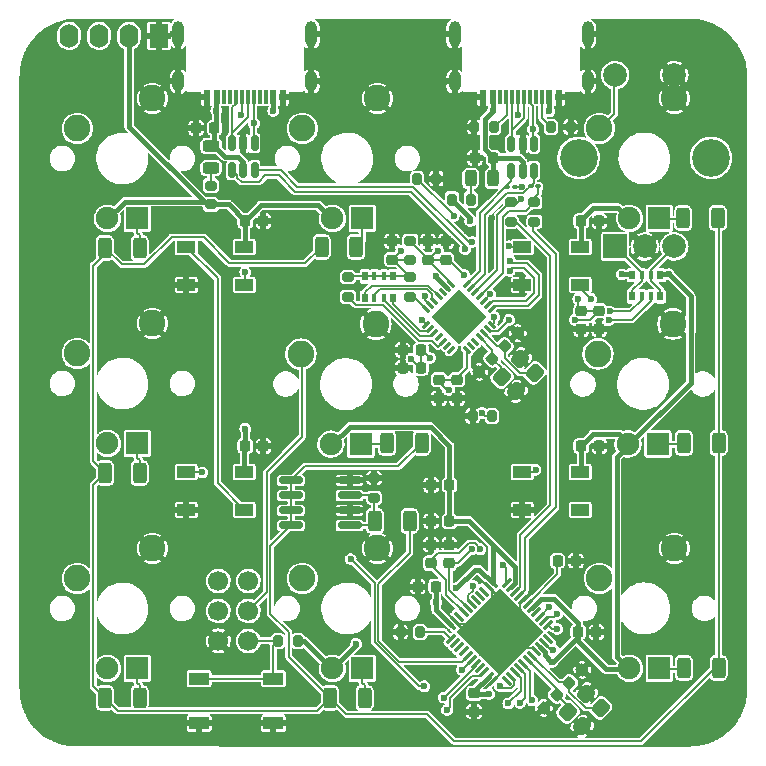
<source format=gbr>
%TF.GenerationSoftware,KiCad,Pcbnew,(5.99.0-10540-g55c1d814f9)*%
%TF.CreationDate,2021-05-28T07:36:20+02:00*%
%TF.ProjectId,1337-v3.0,31333337-2d76-4332-9e30-2e6b69636164,3.0*%
%TF.SameCoordinates,Original*%
%TF.FileFunction,Copper,L2,Bot*%
%TF.FilePolarity,Positive*%
%FSLAX46Y46*%
G04 Gerber Fmt 4.6, Leading zero omitted, Abs format (unit mm)*
G04 Created by KiCad (PCBNEW (5.99.0-10540-g55c1d814f9)) date 2021-05-28 07:36:20*
%MOMM*%
%LPD*%
G01*
G04 APERTURE LIST*
G04 Aperture macros list*
%AMRoundRect*
0 Rectangle with rounded corners*
0 $1 Rounding radius*
0 $2 $3 $4 $5 $6 $7 $8 $9 X,Y pos of 4 corners*
0 Add a 4 corners polygon primitive as box body*
4,1,4,$2,$3,$4,$5,$6,$7,$8,$9,$2,$3,0*
0 Add four circle primitives for the rounded corners*
1,1,$1+$1,$2,$3*
1,1,$1+$1,$4,$5*
1,1,$1+$1,$6,$7*
1,1,$1+$1,$8,$9*
0 Add four rect primitives between the rounded corners*
20,1,$1+$1,$2,$3,$4,$5,0*
20,1,$1+$1,$4,$5,$6,$7,0*
20,1,$1+$1,$6,$7,$8,$9,0*
20,1,$1+$1,$8,$9,$2,$3,0*%
%AMRotRect*
0 Rectangle, with rotation*
0 The origin of the aperture is its center*
0 $1 length*
0 $2 width*
0 $3 Rotation angle, in degrees counterclockwise*
0 Add horizontal line*
21,1,$1,$2,0,0,$3*%
G04 Aperture macros list end*
%TA.AperFunction,ComponentPad*%
%ADD10C,2.250000*%
%TD*%
%TA.AperFunction,ComponentPad*%
%ADD11C,1.905000*%
%TD*%
%TA.AperFunction,ComponentPad*%
%ADD12R,1.905000X1.905000*%
%TD*%
%TA.AperFunction,ComponentPad*%
%ADD13R,2.000000X2.000000*%
%TD*%
%TA.AperFunction,ComponentPad*%
%ADD14C,2.000000*%
%TD*%
%TA.AperFunction,ComponentPad*%
%ADD15C,3.200000*%
%TD*%
%TA.AperFunction,SMDPad,CuDef*%
%ADD16RoundRect,0.225000X0.225000X0.250000X-0.225000X0.250000X-0.225000X-0.250000X0.225000X-0.250000X0*%
%TD*%
%TA.AperFunction,SMDPad,CuDef*%
%ADD17RoundRect,0.225000X0.250000X-0.225000X0.250000X0.225000X-0.250000X0.225000X-0.250000X-0.225000X0*%
%TD*%
%TA.AperFunction,SMDPad,CuDef*%
%ADD18RoundRect,0.200000X-0.200000X-0.275000X0.200000X-0.275000X0.200000X0.275000X-0.200000X0.275000X0*%
%TD*%
%TA.AperFunction,SMDPad,CuDef*%
%ADD19R,0.500000X0.800000*%
%TD*%
%TA.AperFunction,SMDPad,CuDef*%
%ADD20R,0.400000X0.800000*%
%TD*%
%TA.AperFunction,SMDPad,CuDef*%
%ADD21RoundRect,0.200000X0.200000X0.275000X-0.200000X0.275000X-0.200000X-0.275000X0.200000X-0.275000X0*%
%TD*%
%TA.AperFunction,SMDPad,CuDef*%
%ADD22RoundRect,0.225000X-0.225000X-0.250000X0.225000X-0.250000X0.225000X0.250000X-0.225000X0.250000X0*%
%TD*%
%TA.AperFunction,SMDPad,CuDef*%
%ADD23RoundRect,0.250000X-0.312500X-0.625000X0.312500X-0.625000X0.312500X0.625000X-0.312500X0.625000X0*%
%TD*%
%TA.AperFunction,SMDPad,CuDef*%
%ADD24RoundRect,0.250000X0.312500X0.625000X-0.312500X0.625000X-0.312500X-0.625000X0.312500X-0.625000X0*%
%TD*%
%TA.AperFunction,SMDPad,CuDef*%
%ADD25R,1.500000X1.000000*%
%TD*%
%TA.AperFunction,SMDPad,CuDef*%
%ADD26RoundRect,0.200000X-0.275000X0.200000X-0.275000X-0.200000X0.275000X-0.200000X0.275000X0.200000X0*%
%TD*%
%TA.AperFunction,SMDPad,CuDef*%
%ADD27RoundRect,0.225000X-0.250000X0.225000X-0.250000X-0.225000X0.250000X-0.225000X0.250000X0.225000X0*%
%TD*%
%TA.AperFunction,SMDPad,CuDef*%
%ADD28RoundRect,0.150000X0.825000X0.150000X-0.825000X0.150000X-0.825000X-0.150000X0.825000X-0.150000X0*%
%TD*%
%TA.AperFunction,SMDPad,CuDef*%
%ADD29RoundRect,0.225000X-0.017678X0.335876X-0.335876X0.017678X0.017678X-0.335876X0.335876X-0.017678X0*%
%TD*%
%TA.AperFunction,SMDPad,CuDef*%
%ADD30RoundRect,0.243750X-0.456250X0.243750X-0.456250X-0.243750X0.456250X-0.243750X0.456250X0.243750X0*%
%TD*%
%TA.AperFunction,SMDPad,CuDef*%
%ADD31RoundRect,0.150000X-0.150000X0.512500X-0.150000X-0.512500X0.150000X-0.512500X0.150000X0.512500X0*%
%TD*%
%TA.AperFunction,SMDPad,CuDef*%
%ADD32RoundRect,0.170000X0.330000X-0.255000X0.330000X0.255000X-0.330000X0.255000X-0.330000X-0.255000X0*%
%TD*%
%TA.AperFunction,SMDPad,CuDef*%
%ADD33R,0.600000X1.150000*%
%TD*%
%TA.AperFunction,SMDPad,CuDef*%
%ADD34R,0.300000X1.150000*%
%TD*%
%TA.AperFunction,ComponentPad*%
%ADD35O,1.000000X1.800000*%
%TD*%
%TA.AperFunction,ComponentPad*%
%ADD36O,1.000000X2.200000*%
%TD*%
%TA.AperFunction,SMDPad,CuDef*%
%ADD37RoundRect,0.300000X0.070711X0.494975X-0.494975X-0.070711X-0.070711X-0.494975X0.494975X0.070711X0*%
%TD*%
%TA.AperFunction,SMDPad,CuDef*%
%ADD38RoundRect,0.062500X0.291682X0.380070X-0.380070X-0.291682X-0.291682X-0.380070X0.380070X0.291682X0*%
%TD*%
%TA.AperFunction,SMDPad,CuDef*%
%ADD39RoundRect,0.062500X-0.291682X0.380070X-0.380070X0.291682X0.291682X-0.380070X0.380070X-0.291682X0*%
%TD*%
%TA.AperFunction,ComponentPad*%
%ADD40C,0.500000*%
%TD*%
%TA.AperFunction,SMDPad,CuDef*%
%ADD41RotRect,5.200000X5.200000X225.000000*%
%TD*%
%TA.AperFunction,SMDPad,CuDef*%
%ADD42RoundRect,0.170000X0.255000X0.330000X-0.255000X0.330000X-0.255000X-0.330000X0.255000X-0.330000X0*%
%TD*%
%TA.AperFunction,SMDPad,CuDef*%
%ADD43RoundRect,0.100000X0.130000X0.100000X-0.130000X0.100000X-0.130000X-0.100000X0.130000X-0.100000X0*%
%TD*%
%TA.AperFunction,ComponentPad*%
%ADD44R,1.600000X2.000000*%
%TD*%
%TA.AperFunction,ComponentPad*%
%ADD45O,1.600000X2.000000*%
%TD*%
%TA.AperFunction,SMDPad,CuDef*%
%ADD46R,1.700000X1.000000*%
%TD*%
%TA.AperFunction,ComponentPad*%
%ADD47C,1.700000*%
%TD*%
%TA.AperFunction,SMDPad,CuDef*%
%ADD48RoundRect,0.170000X-0.330000X0.255000X-0.330000X-0.255000X0.330000X-0.255000X0.330000X0.255000X0*%
%TD*%
%TA.AperFunction,SMDPad,CuDef*%
%ADD49RoundRect,0.200000X0.275000X-0.200000X0.275000X0.200000X-0.275000X0.200000X-0.275000X-0.200000X0*%
%TD*%
%TA.AperFunction,SMDPad,CuDef*%
%ADD50RoundRect,0.243750X0.243750X0.456250X-0.243750X0.456250X-0.243750X-0.456250X0.243750X-0.456250X0*%
%TD*%
%TA.AperFunction,SMDPad,CuDef*%
%ADD51RoundRect,0.225000X0.017678X-0.335876X0.335876X-0.017678X-0.017678X0.335876X-0.335876X0.017678X0*%
%TD*%
%TA.AperFunction,SMDPad,CuDef*%
%ADD52RoundRect,0.062500X0.194454X0.282843X-0.282843X-0.194454X-0.194454X-0.282843X0.282843X0.194454X0*%
%TD*%
%TA.AperFunction,SMDPad,CuDef*%
%ADD53RoundRect,0.062500X-0.194454X0.282843X-0.282843X0.194454X0.194454X-0.282843X0.282843X-0.194454X0*%
%TD*%
%TA.AperFunction,SMDPad,CuDef*%
%ADD54RoundRect,0.250000X0.000000X2.015254X-2.015254X0.000000X0.000000X-2.015254X2.015254X0.000000X0*%
%TD*%
%TA.AperFunction,ViaPad*%
%ADD55C,0.600000*%
%TD*%
%TA.AperFunction,Conductor*%
%ADD56C,0.200000*%
%TD*%
%TA.AperFunction,Conductor*%
%ADD57C,0.381000*%
%TD*%
G04 APERTURE END LIST*
D10*
%TO.P,MX3,1,COL*%
%TO.N,S3*%
X170190000Y-79030000D03*
%TO.P,MX3,2,ROW*%
%TO.N,GND*%
X176540000Y-76490000D03*
D11*
%TO.P,MX3,3,LED*%
%TO.N,VCC*%
X172730000Y-86650000D03*
D12*
%TO.P,MX3,4,LEDGND*%
%TO.N,Net-(MX3-Pad4)*%
X175270000Y-86650000D03*
%TD*%
D10*
%TO.P,MX5,1,COL*%
%TO.N,S5*%
X144920000Y-98140000D03*
%TO.P,MX5,2,ROW*%
%TO.N,GND*%
X151270000Y-95600000D03*
D11*
%TO.P,MX5,3,LED*%
%TO.N,VCC*%
X147460000Y-105760000D03*
D12*
%TO.P,MX5,4,LEDGND*%
%TO.N,Net-(MX5-Pad4)*%
X150000000Y-105760000D03*
%TD*%
D10*
%TO.P,MX2,1,COL*%
%TO.N,S2*%
X145040000Y-79040000D03*
%TO.P,MX2,2,ROW*%
%TO.N,GND*%
X151390000Y-76500000D03*
D11*
%TO.P,MX2,3,LED*%
%TO.N,VCC*%
X147580000Y-86660000D03*
D12*
%TO.P,MX2,4,LEDGND*%
%TO.N,Net-(MX2-Pad4)*%
X150120000Y-86660000D03*
%TD*%
D10*
%TO.P,MX6,1,COL*%
%TO.N,S6*%
X170070000Y-98130000D03*
%TO.P,MX6,2,ROW*%
%TO.N,GND*%
X176420000Y-95590000D03*
D11*
%TO.P,MX6,3,LED*%
%TO.N,VCC*%
X172610000Y-105750000D03*
D12*
%TO.P,MX6,4,LEDGND*%
%TO.N,Net-(MX6-Pad4)*%
X175150000Y-105750000D03*
%TD*%
D10*
%TO.P,MX4,1,COL*%
%TO.N,S4*%
X125990000Y-98090000D03*
%TO.P,MX4,2,ROW*%
%TO.N,GND*%
X132340000Y-95550000D03*
D11*
%TO.P,MX4,3,LED*%
%TO.N,VCC*%
X128530000Y-105710000D03*
D12*
%TO.P,MX4,4,LEDGND*%
%TO.N,Net-(MX4-Pad4)*%
X131070000Y-105710000D03*
%TD*%
D10*
%TO.P,MX1,1,COL*%
%TO.N,S1*%
X125990000Y-79040000D03*
%TO.P,MX1,2,ROW*%
%TO.N,GND*%
X132340000Y-76500000D03*
D11*
%TO.P,MX1,3,LED*%
%TO.N,VCC*%
X128530000Y-86660000D03*
D12*
%TO.P,MX1,4,LEDGND*%
%TO.N,Net-(MX1-Pad4)*%
X131070000Y-86660000D03*
%TD*%
D10*
%TO.P,MX7,1,COL*%
%TO.N,S7*%
X125990000Y-117140000D03*
%TO.P,MX7,2,ROW*%
%TO.N,GND*%
X132340000Y-114600000D03*
D11*
%TO.P,MX7,3,LED*%
%TO.N,VCC*%
X128530000Y-124760000D03*
D12*
%TO.P,MX7,4,LEDGND*%
%TO.N,Net-(MX7-Pad4)*%
X131070000Y-124760000D03*
%TD*%
D10*
%TO.P,MX8,1,COL*%
%TO.N,S8*%
X145040000Y-117140000D03*
%TO.P,MX8,2,ROW*%
%TO.N,GND*%
X151390000Y-114600000D03*
D11*
%TO.P,MX8,3,LED*%
%TO.N,VCC*%
X147580000Y-124760000D03*
D12*
%TO.P,MX8,4,LEDGND*%
%TO.N,Net-(MX8-Pad4)*%
X150120000Y-124760000D03*
%TD*%
D10*
%TO.P,MX9,1,COL*%
%TO.N,S9*%
X170190000Y-117130000D03*
%TO.P,MX9,2,ROW*%
%TO.N,GND*%
X176540000Y-114590000D03*
D11*
%TO.P,MX9,3,LED*%
%TO.N,VCC*%
X172730000Y-124750000D03*
D12*
%TO.P,MX9,4,LEDGND*%
%TO.N,Net-(MX9-Pad4)*%
X175270000Y-124750000D03*
%TD*%
D13*
%TO.P,SW2,A,A*%
%TO.N,Net-(RN2-Pad2)*%
X171528000Y-89026000D03*
D14*
%TO.P,SW2,B,B*%
%TO.N,Net-(RN2-Pad3)*%
X176528000Y-89026000D03*
%TO.P,SW2,C,C*%
%TO.N,GND*%
X174028000Y-89026000D03*
D15*
%TO.P,SW2,MP*%
%TO.N,N/C*%
X179628000Y-81526000D03*
X168428000Y-81526000D03*
D14*
%TO.P,SW2,S1,S1*%
%TO.N,GND*%
X176528000Y-74526000D03*
%TO.P,SW2,S2,S2*%
%TO.N,S3*%
X171528000Y-74526000D03*
%TD*%
D16*
%TO.P,C22,1*%
%TO.N,GND*%
X170193000Y-86868000D03*
%TO.P,C22,2*%
%TO.N,VCC*%
X168643000Y-86868000D03*
%TD*%
D17*
%TO.P,C27,1*%
%TO.N,EB*%
X155930000Y-115835000D03*
%TO.P,C27,2*%
%TO.N,GND*%
X155930000Y-114285000D03*
%TD*%
%TO.P,C15,1*%
%TO.N,+3.3VA*%
X155696000Y-90135000D03*
%TO.P,C15,2*%
%TO.N,GND*%
X155696000Y-88585000D03*
%TD*%
D18*
%TO.P,R7,1*%
%TO.N,RST*%
X143002000Y-122428000D03*
%TO.P,R7,2*%
%TO.N,VCC*%
X144652000Y-122428000D03*
%TD*%
D19*
%TO.P,RN2,1,R1.1*%
%TO.N,VCC*%
X172960000Y-91460000D03*
D20*
%TO.P,RN2,2,R2.1*%
%TO.N,Net-(RN2-Pad2)*%
X173760000Y-91460000D03*
%TO.P,RN2,3,R3.1*%
%TO.N,Net-(RN2-Pad3)*%
X174560000Y-91460000D03*
D19*
%TO.P,RN2,4,R4.1*%
%TO.N,VCC*%
X175360000Y-91460000D03*
%TO.P,RN2,5,R4.2*%
%TO.N,Net-(RN2-Pad3)*%
X175360000Y-93260000D03*
D20*
%TO.P,RN2,6,R3.2*%
%TO.N,EB*%
X174560000Y-93260000D03*
%TO.P,RN2,7,R2.2*%
%TO.N,EA*%
X173760000Y-93260000D03*
D19*
%TO.P,RN2,8,R1.2*%
%TO.N,Net-(RN2-Pad2)*%
X172960000Y-93260000D03*
%TD*%
D21*
%TO.P,R3,1*%
%TO.N,GND*%
X167747000Y-78924000D03*
%TO.P,R3,2*%
%TO.N,Net-(J1-PadB5)*%
X166097000Y-78924000D03*
%TD*%
D22*
%TO.P,C20,1*%
%TO.N,Net-(C20-Pad1)*%
X166645000Y-115630000D03*
%TO.P,C20,2*%
%TO.N,GND*%
X168195000Y-115630000D03*
%TD*%
D23*
%TO.P,R20,1*%
%TO.N,Net-(MX6-Pad4)*%
X177353500Y-105664000D03*
%TO.P,R20,2*%
%TO.N,Net-(Q1-Pad5)*%
X180278500Y-105664000D03*
%TD*%
D24*
%TO.P,R18,1*%
%TO.N,Net-(MX4-Pad4)*%
X131256500Y-108204000D03*
%TO.P,R18,2*%
%TO.N,Net-(Q1-Pad5)*%
X128331500Y-108204000D03*
%TD*%
D25*
%TO.P,D1,1,VDD*%
%TO.N,VCC*%
X140118000Y-108128000D03*
%TO.P,D1,2,DOUT*%
%TO.N,Net-(D1-Pad2)*%
X140118000Y-111328000D03*
%TO.P,D1,3,VSS*%
%TO.N,GND*%
X135218000Y-111328000D03*
%TO.P,D1,4,DIN*%
%TO.N,RGB*%
X135218000Y-108128000D03*
%TD*%
D17*
%TO.P,C14,1*%
%TO.N,+3V3*%
X152648000Y-90135000D03*
%TO.P,C14,2*%
%TO.N,GND*%
X152648000Y-88585000D03*
%TD*%
D26*
%TO.P,R9,1*%
%TO.N,+3V3*%
X148890000Y-91625000D03*
%TO.P,R9,2*%
%TO.N,Net-(R9-Pad2)*%
X148890000Y-93275000D03*
%TD*%
D27*
%TO.P,C2,1*%
%TO.N,+3.3VA*%
X158130000Y-100315000D03*
%TO.P,C2,2*%
%TO.N,GND*%
X158130000Y-101865000D03*
%TD*%
D17*
%TO.P,C1,1*%
%TO.N,+3.3VA*%
X157220000Y-90135000D03*
%TO.P,C1,2*%
%TO.N,GND*%
X157220000Y-88585000D03*
%TD*%
D28*
%TO.P,Q1,1,S1*%
%TO.N,GND*%
X149033000Y-108839000D03*
%TO.P,Q1,2,G1*%
%TO.N,Net-(Q1-Pad2)*%
X149033000Y-110109000D03*
%TO.P,Q1,3,S2*%
%TO.N,GND*%
X149033000Y-111379000D03*
%TO.P,Q1,4,G2*%
%TO.N,Net-(Q1-Pad2)*%
X149033000Y-112649000D03*
%TO.P,Q1,5,D2*%
%TO.N,Net-(Q1-Pad5)*%
X144083000Y-112649000D03*
%TO.P,Q1,6,D2*%
X144083000Y-111379000D03*
%TO.P,Q1,7,D1*%
X144083000Y-110109000D03*
%TO.P,Q1,8,D1*%
X144083000Y-108839000D03*
%TD*%
D29*
%TO.P,C16,1*%
%TO.N,GND*%
X163268008Y-96371992D03*
%TO.P,C16,2*%
%TO.N,Net-(C16-Pad2)*%
X162171992Y-97468008D03*
%TD*%
D18*
%TO.P,R14,1*%
%TO.N,GND*%
X153353000Y-121666000D03*
%TO.P,R14,2*%
%TO.N,Net-(R14-Pad2)*%
X155003000Y-121666000D03*
%TD*%
D30*
%TO.P,F2,1*%
%TO.N,/VBUS1*%
X137312000Y-80504000D03*
%TO.P,F2,2*%
%TO.N,Net-(F2-Pad2)*%
X137312000Y-82379000D03*
%TD*%
D24*
%TO.P,R16,1*%
%TO.N,Net-(MX2-Pad4)*%
X149592500Y-89070000D03*
%TO.P,R16,2*%
%TO.N,Net-(Q1-Pad5)*%
X146667500Y-89070000D03*
%TD*%
D16*
%TO.P,C9,1*%
%TO.N,VCC*%
X157493000Y-112268000D03*
%TO.P,C9,2*%
%TO.N,GND*%
X155943000Y-112268000D03*
%TD*%
%TO.P,C24,1*%
%TO.N,GND*%
X141745000Y-86868000D03*
%TO.P,C24,2*%
%TO.N,VCC*%
X140195000Y-86868000D03*
%TD*%
D31*
%TO.P,U2,1,IO1*%
%TO.N,Net-(J1-PadA7)*%
X162732000Y-80344000D03*
%TO.P,U2,2,GND*%
%TO.N,GND*%
X163682000Y-80344000D03*
%TO.P,U2,3,IO2*%
%TO.N,Net-(J1-PadA6)*%
X164632000Y-80344000D03*
%TO.P,U2,4,IO2*%
%TO.N,/D+*%
X164632000Y-82619000D03*
%TO.P,U2,5,VBUS*%
%TO.N,/VBUS*%
X163682000Y-82619000D03*
%TO.P,U2,6,IO1*%
%TO.N,/D-*%
X162732000Y-82619000D03*
%TD*%
D32*
%TO.P,FB2,1*%
%TO.N,+3V3*%
X154172000Y-90160000D03*
%TO.P,FB2,2*%
%TO.N,+3.3VA*%
X154172000Y-88560000D03*
%TD*%
D33*
%TO.P,J1,A1,GND*%
%TO.N,GND*%
X160362000Y-76361500D03*
%TO.P,J1,A4,VBUS*%
%TO.N,/VBUS*%
X161162000Y-76361500D03*
D34*
%TO.P,J1,A5,CC1*%
%TO.N,Net-(J1-PadA5)*%
X162312000Y-76361500D03*
%TO.P,J1,A6,D+*%
%TO.N,Net-(J1-PadA6)*%
X163312000Y-76361500D03*
%TO.P,J1,A7,D-*%
%TO.N,Net-(J1-PadA7)*%
X163812000Y-76361500D03*
%TO.P,J1,A8,SBU1*%
%TO.N,unconnected-(J1-PadA8)*%
X164812000Y-76361500D03*
D33*
%TO.P,J1,A9,VBUS*%
%TO.N,/VBUS*%
X165962000Y-76361500D03*
%TO.P,J1,A12,GND*%
%TO.N,GND*%
X166762000Y-76361500D03*
%TO.P,J1,B1,GND*%
X166762000Y-76361500D03*
%TO.P,J1,B4,VBUS*%
%TO.N,/VBUS*%
X165962000Y-76361500D03*
D34*
%TO.P,J1,B5,CC2*%
%TO.N,Net-(J1-PadB5)*%
X165312000Y-76361500D03*
%TO.P,J1,B6,D+*%
%TO.N,Net-(J1-PadA6)*%
X164312000Y-76361500D03*
%TO.P,J1,B7,D-*%
%TO.N,Net-(J1-PadA7)*%
X162812000Y-76361500D03*
%TO.P,J1,B8,SBU2*%
%TO.N,unconnected-(J1-PadB8)*%
X161812000Y-76361500D03*
D33*
%TO.P,J1,B9,VBUS*%
%TO.N,/VBUS*%
X161162000Y-76361500D03*
%TO.P,J1,B12,GND*%
%TO.N,GND*%
X160362000Y-76361500D03*
D35*
%TO.P,J1,S1,SHIELD*%
X157942000Y-75061500D03*
D36*
X157942000Y-71061500D03*
X169182000Y-71061500D03*
D35*
X169182000Y-75061500D03*
%TD*%
D24*
%TO.P,R21,1*%
%TO.N,Net-(MX7-Pad4)*%
X131256500Y-127254000D03*
%TO.P,R21,2*%
%TO.N,Net-(Q1-Pad5)*%
X128331500Y-127254000D03*
%TD*%
D16*
%TO.P,C21,1*%
%TO.N,/VBUS1*%
X137597000Y-78984000D03*
%TO.P,C21,2*%
%TO.N,GND*%
X136047000Y-78984000D03*
%TD*%
D24*
%TO.P,R22,1*%
%TO.N,Net-(MX8-Pad4)*%
X150306500Y-127254000D03*
%TO.P,R22,2*%
%TO.N,Net-(Q1-Pad5)*%
X147381500Y-127254000D03*
%TD*%
D37*
%TO.P,Y1,1,1*%
%TO.N,Net-(C16-Pad2)*%
X164698858Y-99733223D03*
%TO.P,Y1,2,2*%
%TO.N,GND*%
X163143223Y-101288858D03*
%TO.P,Y1,3,3*%
%TO.N,Net-(C17-Pad2)*%
X161941142Y-100086777D03*
%TO.P,Y1,4,4*%
%TO.N,GND*%
X163496777Y-98531142D03*
%TD*%
D25*
%TO.P,D4,1,VDD*%
%TO.N,VCC*%
X168566000Y-108128000D03*
%TO.P,D4,2,DOUT*%
%TO.N,unconnected-(D4-Pad2)*%
X168566000Y-111328000D03*
%TO.P,D4,3,VSS*%
%TO.N,GND*%
X163666000Y-111328000D03*
%TO.P,D4,4,DIN*%
%TO.N,Net-(D3-Pad2)*%
X163666000Y-108128000D03*
%TD*%
D27*
%TO.P,C7,1*%
%TO.N,VCC*%
X159580000Y-126855000D03*
%TO.P,C7,2*%
%TO.N,GND*%
X159580000Y-128405000D03*
%TD*%
D17*
%TO.P,C26,1*%
%TO.N,EA*%
X157480000Y-115837000D03*
%TO.P,C26,2*%
%TO.N,GND*%
X157480000Y-114287000D03*
%TD*%
D33*
%TO.P,J3,A1,GND*%
%TO.N,GND*%
X136972000Y-76354000D03*
%TO.P,J3,A4,VBUS*%
%TO.N,/VBUS1*%
X137772000Y-76354000D03*
D34*
%TO.P,J3,A5,CC1*%
%TO.N,unconnected-(J3-PadA5)*%
X138922000Y-76354000D03*
%TO.P,J3,A6,D+*%
%TO.N,Net-(J3-PadA6)*%
X139922000Y-76354000D03*
%TO.P,J3,A7,D-*%
%TO.N,Net-(J3-PadA7)*%
X140422000Y-76354000D03*
%TO.P,J3,A8,SBU1*%
%TO.N,unconnected-(J3-PadA8)*%
X141422000Y-76354000D03*
D33*
%TO.P,J3,A9,VBUS*%
%TO.N,/VBUS1*%
X142572000Y-76354000D03*
%TO.P,J3,A12,GND*%
%TO.N,GND*%
X143372000Y-76354000D03*
%TO.P,J3,B1,GND*%
X143372000Y-76354000D03*
%TO.P,J3,B4,VBUS*%
%TO.N,/VBUS1*%
X142572000Y-76354000D03*
D34*
%TO.P,J3,B5,CC2*%
%TO.N,unconnected-(J3-PadB5)*%
X141922000Y-76354000D03*
%TO.P,J3,B6,D+*%
%TO.N,Net-(J3-PadA6)*%
X140922000Y-76354000D03*
%TO.P,J3,B7,D-*%
%TO.N,Net-(J3-PadA7)*%
X139422000Y-76354000D03*
%TO.P,J3,B8,SBU2*%
%TO.N,unconnected-(J3-PadB8)*%
X138422000Y-76354000D03*
D33*
%TO.P,J3,B9,VBUS*%
%TO.N,/VBUS1*%
X137772000Y-76354000D03*
%TO.P,J3,B12,GND*%
%TO.N,GND*%
X136972000Y-76354000D03*
D35*
%TO.P,J3,S1,SHIELD*%
X145792000Y-75054000D03*
D36*
X134552000Y-71054000D03*
D35*
X134552000Y-75054000D03*
D36*
X145792000Y-71054000D03*
%TD*%
D38*
%TO.P,U3,1,PE6*%
%TO.N,S7*%
X162342802Y-117538264D03*
%TO.P,U3,2,UVcc*%
%TO.N,VCC*%
X162696355Y-117891818D03*
%TO.P,U3,3,D-*%
%TO.N,/MCU-*%
X163049909Y-118245371D03*
%TO.P,U3,4,D+*%
%TO.N,/MCU+*%
X163403462Y-118598924D03*
%TO.P,U3,5,UGnd*%
%TO.N,GND*%
X163757015Y-118952478D03*
%TO.P,U3,6,UCap*%
%TO.N,Net-(C20-Pad1)*%
X164110569Y-119306031D03*
%TO.P,U3,7,VBus*%
%TO.N,VCC*%
X164464122Y-119659585D03*
%TO.P,U3,8,PB0*%
%TO.N,unconnected-(U3-Pad8)*%
X164817676Y-120013138D03*
%TO.P,U3,9,PB1/SCK*%
%TO.N,S5*%
X165171229Y-120366691D03*
%TO.P,U3,10,PB2/MOSI*%
%TO.N,S9*%
X165524782Y-120720245D03*
%TO.P,U3,11,PB3/MISO*%
%TO.N,S6*%
X165878336Y-121073798D03*
D39*
%TO.P,U3,12,PB7*%
%TO.N,unconnected-(U3-Pad12)*%
X165878336Y-122258202D03*
%TO.P,U3,13,~RESET*%
%TO.N,RST*%
X165524782Y-122611755D03*
%TO.P,U3,14,VCC*%
%TO.N,VCC*%
X165171229Y-122965309D03*
%TO.P,U3,15,GND*%
%TO.N,GND*%
X164817676Y-123318862D03*
%TO.P,U3,16,XTAL1*%
%TO.N,Net-(C18-Pad2)*%
X164464122Y-123672415D03*
%TO.P,U3,17,XTAL2*%
%TO.N,Net-(C19-Pad2)*%
X164110569Y-124025969D03*
%TO.P,U3,18,PD0*%
%TO.N,SDA*%
X163757015Y-124379522D03*
%TO.P,U3,19,PD1*%
%TO.N,SCL*%
X163403462Y-124733076D03*
%TO.P,U3,20,PD2*%
%TO.N,S1*%
X163049909Y-125086629D03*
%TO.P,U3,21,PD3*%
%TO.N,RGB*%
X162696355Y-125440182D03*
%TO.P,U3,22,PD5*%
%TO.N,unconnected-(U3-Pad22)*%
X162342802Y-125793736D03*
D38*
%TO.P,U3,23,GND*%
%TO.N,GND*%
X161158398Y-125793736D03*
%TO.P,U3,24,AVCC*%
%TO.N,VCC*%
X160804845Y-125440182D03*
%TO.P,U3,25,PD4*%
%TO.N,S2*%
X160451291Y-125086629D03*
%TO.P,U3,26,PD6*%
%TO.N,unconnected-(U3-Pad26)*%
X160097738Y-124733076D03*
%TO.P,U3,27,PD7*%
%TO.N,S4*%
X159744185Y-124379522D03*
%TO.P,U3,28,PB4*%
%TO.N,S8*%
X159390631Y-124025969D03*
%TO.P,U3,29,PB5*%
%TO.N,BL*%
X159037078Y-123672415D03*
%TO.P,U3,30,PB6*%
%TO.N,unconnected-(U3-Pad30)*%
X158683524Y-123318862D03*
%TO.P,U3,31,PC6*%
%TO.N,unconnected-(U3-Pad31)*%
X158329971Y-122965309D03*
%TO.P,U3,32,PC7*%
%TO.N,unconnected-(U3-Pad32)*%
X157976418Y-122611755D03*
%TO.P,U3,33,PE2/~HWB*%
%TO.N,Net-(R14-Pad2)*%
X157622864Y-122258202D03*
D39*
%TO.P,U3,34,VCC*%
%TO.N,VCC*%
X157622864Y-121073798D03*
%TO.P,U3,35,GND*%
%TO.N,GND*%
X157976418Y-120720245D03*
%TO.P,U3,36,PF7*%
%TO.N,unconnected-(U3-Pad36)*%
X158329971Y-120366691D03*
%TO.P,U3,37,PF6*%
%TO.N,EB*%
X158683524Y-120013138D03*
%TO.P,U3,38,PF5*%
%TO.N,EA*%
X159037078Y-119659585D03*
%TO.P,U3,39,PF4*%
%TO.N,S3*%
X159390631Y-119306031D03*
%TO.P,U3,40,PF1*%
%TO.N,unconnected-(U3-Pad40)*%
X159744185Y-118952478D03*
%TO.P,U3,41,PF0*%
%TO.N,unconnected-(U3-Pad41)*%
X160097738Y-118598924D03*
%TO.P,U3,42,AREF*%
%TO.N,unconnected-(U3-Pad42)*%
X160451291Y-118245371D03*
%TO.P,U3,43,GND*%
%TO.N,GND*%
X160804845Y-117891818D03*
%TO.P,U3,44,AVCC*%
%TO.N,VCC*%
X161158398Y-117538264D03*
D40*
%TO.P,U3,45,EP*%
%TO.N,GND*%
X163412301Y-120004299D03*
X163412301Y-121666000D03*
X163412301Y-123327701D03*
X161750600Y-120004299D03*
X161750600Y-124989402D03*
D41*
X161750600Y-121666000D03*
D40*
X160088899Y-121666000D03*
D41*
X161750600Y-121666000D03*
D40*
X158427198Y-121666000D03*
X161750600Y-123327701D03*
X160088899Y-120004299D03*
X165074002Y-121666000D03*
X161750600Y-118342598D03*
X161750600Y-121666000D03*
X160088899Y-123327701D03*
%TD*%
D16*
%TO.P,C13,1*%
%TO.N,+3V3*%
X155075000Y-99294000D03*
%TO.P,C13,2*%
%TO.N,GND*%
X153525000Y-99294000D03*
%TD*%
%TO.P,C23,1*%
%TO.N,GND*%
X141745000Y-105918000D03*
%TO.P,C23,2*%
%TO.N,VCC*%
X140195000Y-105918000D03*
%TD*%
D42*
%TO.P,FB1,1*%
%TO.N,Net-(F1-Pad2)*%
X159310000Y-85060000D03*
%TO.P,FB1,2*%
%TO.N,VCC*%
X157710000Y-85060000D03*
%TD*%
D27*
%TO.P,C4,1*%
%TO.N,+3.3VA*%
X168656000Y-94475000D03*
%TO.P,C4,2*%
%TO.N,GND*%
X168656000Y-96025000D03*
%TD*%
D25*
%TO.P,D2,1,VDD*%
%TO.N,VCC*%
X140118000Y-89078000D03*
%TO.P,D2,2,DOUT*%
%TO.N,Net-(D2-Pad2)*%
X140118000Y-92278000D03*
%TO.P,D2,3,VSS*%
%TO.N,GND*%
X135218000Y-92278000D03*
%TO.P,D2,4,DIN*%
%TO.N,Net-(D1-Pad2)*%
X135218000Y-89078000D03*
%TD*%
D31*
%TO.P,U4,1,IO1*%
%TO.N,Net-(J3-PadA7)*%
X139092000Y-80276500D03*
%TO.P,U4,2,GND*%
%TO.N,GND*%
X140042000Y-80276500D03*
%TO.P,U4,3,IO2*%
%TO.N,Net-(J3-PadA6)*%
X140992000Y-80276500D03*
%TO.P,U4,4,IO2*%
%TO.N,2D+*%
X140992000Y-82551500D03*
%TO.P,U4,5,VBUS*%
%TO.N,/VBUS1*%
X140042000Y-82551500D03*
%TO.P,U4,6,IO1*%
%TO.N,2D-*%
X139092000Y-82551500D03*
%TD*%
D27*
%TO.P,C3,1*%
%TO.N,+3.3VA*%
X170180000Y-94475000D03*
%TO.P,C3,2*%
%TO.N,GND*%
X170180000Y-96025000D03*
%TD*%
D43*
%TO.P,JP1,1,A*%
%TO.N,1D-*%
X163010000Y-83970000D03*
%TO.P,JP1,2,B*%
%TO.N,/D-*%
X162370000Y-83970000D03*
%TD*%
D23*
%TO.P,R17,1*%
%TO.N,Net-(MX3-Pad4)*%
X177292000Y-86614000D03*
%TO.P,R17,2*%
%TO.N,Net-(Q1-Pad5)*%
X180217000Y-86614000D03*
%TD*%
D21*
%TO.P,R13,1*%
%TO.N,Net-(R13-Pad1)*%
X161099000Y-103378000D03*
%TO.P,R13,2*%
%TO.N,GND*%
X159449000Y-103378000D03*
%TD*%
D44*
%TO.P,U5,1,GND*%
%TO.N,GND*%
X132906000Y-71188000D03*
D45*
%TO.P,U5,2,VCC*%
%TO.N,VCC*%
X130366000Y-71188000D03*
%TO.P,U5,3,SCL*%
%TO.N,SCL*%
X127826000Y-71188000D03*
%TO.P,U5,4,SDA*%
%TO.N,SDA*%
X125286000Y-71188000D03*
%TD*%
D26*
%TO.P,R11,1*%
%TO.N,+3V3*%
X154190000Y-91615000D03*
%TO.P,R11,2*%
%TO.N,Net-(R11-Pad2)*%
X154190000Y-93265000D03*
%TD*%
D46*
%TO.P,SW1,1,1*%
%TO.N,GND*%
X142596000Y-129408000D03*
X136296000Y-129408000D03*
%TO.P,SW1,2,2*%
%TO.N,RST*%
X136296000Y-125608000D03*
X142596000Y-125608000D03*
%TD*%
D47*
%TO.P,J2,1,MISO*%
%TO.N,S6*%
X140462000Y-117348000D03*
%TO.P,J2,2,VCC*%
%TO.N,VCC*%
X137922000Y-117348000D03*
%TO.P,J2,3,SCK*%
%TO.N,S5*%
X140462000Y-119888000D03*
%TO.P,J2,4,MOSI*%
%TO.N,S9*%
X137922000Y-119888000D03*
%TO.P,J2,5,~RST*%
%TO.N,RST*%
X140462000Y-122428000D03*
%TO.P,J2,6,GND*%
%TO.N,GND*%
X137922000Y-122428000D03*
%TD*%
D23*
%TO.P,R23,1*%
%TO.N,Net-(MX9-Pad4)*%
X177353500Y-124714000D03*
%TO.P,R23,2*%
%TO.N,Net-(Q1-Pad5)*%
X180278500Y-124714000D03*
%TD*%
D27*
%TO.P,C5,1*%
%TO.N,+3.3VA*%
X156606000Y-100315000D03*
%TO.P,C5,2*%
%TO.N,GND*%
X156606000Y-101865000D03*
%TD*%
D48*
%TO.P,FB3,1*%
%TO.N,Net-(F2-Pad2)*%
X137302000Y-83874000D03*
%TO.P,FB3,2*%
%TO.N,VCC*%
X137302000Y-85474000D03*
%TD*%
D49*
%TO.P,R6,1*%
%TO.N,/MCU-*%
X162680000Y-86935000D03*
%TO.P,R6,2*%
%TO.N,1D-*%
X162680000Y-85285000D03*
%TD*%
D16*
%TO.P,C6,1*%
%TO.N,/VBUS*%
X161197000Y-81524000D03*
%TO.P,C6,2*%
%TO.N,GND*%
X159647000Y-81524000D03*
%TD*%
D50*
%TO.P,F1,1*%
%TO.N,/VBUS*%
X161159500Y-83274000D03*
%TO.P,F1,2*%
%TO.N,Net-(F1-Pad2)*%
X159284500Y-83274000D03*
%TD*%
D16*
%TO.P,C25,1*%
%TO.N,GND*%
X170193000Y-105918000D03*
%TO.P,C25,2*%
%TO.N,VCC*%
X168643000Y-105918000D03*
%TD*%
D25*
%TO.P,D3,1,VDD*%
%TO.N,VCC*%
X168566000Y-89078000D03*
%TO.P,D3,2,DOUT*%
%TO.N,Net-(D3-Pad2)*%
X168566000Y-92278000D03*
%TO.P,D3,3,VSS*%
%TO.N,GND*%
X163666000Y-92278000D03*
%TO.P,D3,4,DIN*%
%TO.N,Net-(D2-Pad2)*%
X163666000Y-89078000D03*
%TD*%
D19*
%TO.P,RN1,1,R1.1*%
%TO.N,+3V3*%
X150340000Y-91560000D03*
D20*
%TO.P,RN1,2,R2.1*%
X151140000Y-91560000D03*
%TO.P,RN1,3,R3.1*%
X151940000Y-91560000D03*
D19*
%TO.P,RN1,4,R4.1*%
X152740000Y-91560000D03*
%TO.P,RN1,5,R4.2*%
%TO.N,Net-(RN1-Pad5)*%
X152740000Y-93360000D03*
D20*
%TO.P,RN1,6,R3.2*%
%TO.N,Net-(RN1-Pad6)*%
X151940000Y-93360000D03*
%TO.P,RN1,7,R2.2*%
%TO.N,Net-(RN1-Pad7)*%
X151140000Y-93360000D03*
D19*
%TO.P,RN1,8,R1.2*%
%TO.N,Net-(RN1-Pad8)*%
X150340000Y-93360000D03*
%TD*%
D21*
%TO.P,R12,1*%
%TO.N,GND*%
X156385000Y-83280000D03*
%TO.P,R12,2*%
%TO.N,Net-(R12-Pad2)*%
X154735000Y-83280000D03*
%TD*%
D51*
%TO.P,C19,1*%
%TO.N,GND*%
X165471992Y-128098008D03*
%TO.P,C19,2*%
%TO.N,Net-(C19-Pad2)*%
X166568008Y-127001992D03*
%TD*%
D29*
%TO.P,C18,1*%
%TO.N,GND*%
X168728008Y-124851992D03*
%TO.P,C18,2*%
%TO.N,Net-(C18-Pad2)*%
X167631992Y-125948008D03*
%TD*%
D24*
%TO.P,R29,1*%
%TO.N,BL*%
X154116500Y-112268000D03*
%TO.P,R29,2*%
%TO.N,Net-(Q1-Pad2)*%
X151191500Y-112268000D03*
%TD*%
D23*
%TO.P,R19,1*%
%TO.N,Net-(MX5-Pad4)*%
X152207500Y-105664000D03*
%TO.P,R19,2*%
%TO.N,Net-(Q1-Pad5)*%
X155132500Y-105664000D03*
%TD*%
D49*
%TO.P,R5,1*%
%TO.N,/MCU+*%
X164690000Y-86935000D03*
%TO.P,R5,2*%
%TO.N,1D+*%
X164690000Y-85285000D03*
%TD*%
D16*
%TO.P,C12,1*%
%TO.N,+3V3*%
X155075000Y-97770000D03*
%TO.P,C12,2*%
%TO.N,GND*%
X153525000Y-97770000D03*
%TD*%
D24*
%TO.P,R15,1*%
%TO.N,Net-(MX1-Pad4)*%
X131256500Y-89154000D03*
%TO.P,R15,2*%
%TO.N,Net-(Q1-Pad5)*%
X128331500Y-89154000D03*
%TD*%
D21*
%TO.P,R2,1*%
%TO.N,Net-(J1-PadA5)*%
X161257000Y-78944000D03*
%TO.P,R2,2*%
%TO.N,GND*%
X159607000Y-78944000D03*
%TD*%
D49*
%TO.P,R28,1*%
%TO.N,Net-(Q1-Pad2)*%
X151130000Y-110299000D03*
%TO.P,R28,2*%
%TO.N,GND*%
X151130000Y-108649000D03*
%TD*%
D37*
%TO.P,Y2,1,1*%
%TO.N,Net-(C18-Pad2)*%
X170288858Y-128093223D03*
%TO.P,Y2,2,2*%
%TO.N,GND*%
X168733223Y-129648858D03*
%TO.P,Y2,3,3*%
%TO.N,Net-(C19-Pad2)*%
X167531142Y-128446777D03*
%TO.P,Y2,4,4*%
%TO.N,GND*%
X169086777Y-126891142D03*
%TD*%
D16*
%TO.P,C10,1*%
%TO.N,VCC*%
X157493000Y-109220000D03*
%TO.P,C10,2*%
%TO.N,GND*%
X155943000Y-109220000D03*
%TD*%
D43*
%TO.P,JP2,1,A*%
%TO.N,1D+*%
X165000000Y-83950000D03*
%TO.P,JP2,2,B*%
%TO.N,/D+*%
X164360000Y-83950000D03*
%TD*%
D52*
%TO.P,U1,1,0D-*%
%TO.N,/D-*%
X158981751Y-92196928D03*
%TO.P,U1,2,0D+*%
%TO.N,/D+*%
X159335305Y-92550482D03*
%TO.P,U1,3,1D-*%
%TO.N,1D-*%
X159688858Y-92904035D03*
%TO.P,U1,4,1D+*%
%TO.N,1D+*%
X160042412Y-93257588D03*
%TO.P,U1,5,VCC_A*%
%TO.N,+3.3VA*%
X160395965Y-93611142D03*
%TO.P,U1,6,2D-*%
%TO.N,2D-*%
X160749518Y-93964695D03*
%TO.P,U1,7,2D+*%
%TO.N,2D+*%
X161103072Y-94318249D03*
D53*
%TO.P,U1,8,RREF*%
%TO.N,Net-(R13-Pad1)*%
X161103072Y-95661751D03*
%TO.P,U1,9,VCC_A*%
%TO.N,+3.3VA*%
X160749518Y-96015305D03*
%TO.P,U1,10,XIN*%
%TO.N,Net-(C16-Pad2)*%
X160395965Y-96368858D03*
%TO.P,U1,11,XOUT*%
%TO.N,Net-(C17-Pad2)*%
X160042412Y-96722412D03*
%TO.P,U1,12,3D-*%
%TO.N,unconnected-(U1-Pad12)*%
X159688858Y-97075965D03*
%TO.P,U1,13,3D+*%
%TO.N,unconnected-(U1-Pad13)*%
X159335305Y-97429518D03*
%TO.P,U1,14,VCC_A*%
%TO.N,+3.3VA*%
X158981751Y-97783072D03*
D52*
%TO.P,U1,15,4D-*%
%TO.N,unconnected-(U1-Pad15)*%
X157638249Y-97783072D03*
%TO.P,U1,16,4D+*%
%TO.N,unconnected-(U1-Pad16)*%
X157284695Y-97429518D03*
%TO.P,U1,17,nRESET*%
%TO.N,Net-(R9-Pad2)*%
X156931142Y-97075965D03*
%TO.P,U1,18,SCL*%
%TO.N,unconnected-(U1-Pad18)*%
X156577588Y-96722412D03*
%TO.P,U1,19,OVR4*%
%TO.N,Net-(RN1-Pad6)*%
X156224035Y-96368858D03*
%TO.P,U1,20,OVR3*%
%TO.N,Net-(RN1-Pad5)*%
X155870482Y-96015305D03*
%TO.P,U1,21,VCC_D*%
%TO.N,+3V3*%
X155516928Y-95661751D03*
D53*
%TO.P,U1,22,SELF_PWR*%
%TO.N,Net-(R11-Pad2)*%
X155516928Y-94318249D03*
%TO.P,U1,23,GANG*%
%TO.N,Net-(R12-Pad2)*%
X155870482Y-93964695D03*
%TO.P,U1,24,OVR2*%
%TO.N,Net-(RN1-Pad7)*%
X156224035Y-93611142D03*
%TO.P,U1,25,OVR1*%
%TO.N,Net-(RN1-Pad8)*%
X156577588Y-93257588D03*
%TO.P,U1,26,SDA*%
%TO.N,unconnected-(U1-Pad26)*%
X156931142Y-92904035D03*
%TO.P,U1,27,VCC*%
%TO.N,VCC*%
X157284695Y-92550482D03*
%TO.P,U1,28,VREG*%
%TO.N,+3.3VA*%
X157638249Y-92196928D03*
D54*
%TO.P,U1,29,GND*%
%TO.N,GND*%
X158310000Y-94990000D03*
D40*
X158310000Y-94990000D03*
X159724214Y-94990000D03*
X159017107Y-94282893D03*
X158310000Y-96404214D03*
X159017107Y-95697107D03*
X156895786Y-94990000D03*
X158310000Y-93575786D03*
X157602893Y-95697107D03*
X157602893Y-94282893D03*
%TD*%
D51*
%TO.P,C17,1*%
%TO.N,GND*%
X160021992Y-99628008D03*
%TO.P,C17,2*%
%TO.N,Net-(C17-Pad2)*%
X161118008Y-98531992D03*
%TD*%
D16*
%TO.P,C11,1*%
%TO.N,VCC*%
X156365000Y-117820000D03*
%TO.P,C11,2*%
%TO.N,GND*%
X154815000Y-117820000D03*
%TD*%
D22*
%TO.P,C8,1*%
%TO.N,VCC*%
X168389000Y-121666000D03*
%TO.P,C8,2*%
%TO.N,GND*%
X169939000Y-121666000D03*
%TD*%
D55*
%TO.N,+3.3VA*%
X162560000Y-95250000D03*
X157460000Y-101170000D03*
X168122913Y-95238869D03*
X156560000Y-89408000D03*
X168402000Y-93472000D03*
X160912906Y-93094906D03*
X158750000Y-91440000D03*
%TO.N,GND*%
X161990000Y-92680000D03*
X170190000Y-118980000D03*
X153162000Y-125984000D03*
X162860000Y-87870000D03*
X158990000Y-87680000D03*
X167132000Y-118110000D03*
X167132000Y-122174000D03*
X145616999Y-124302747D03*
X146812000Y-116332000D03*
X138430000Y-77978000D03*
X161055989Y-86639943D03*
X164610000Y-94590000D03*
X161281880Y-80256968D03*
X174170000Y-92350000D03*
%TO.N,/VBUS*%
X161170000Y-77550000D03*
X165960000Y-77590000D03*
%TO.N,VCC*%
X158085598Y-117966777D03*
X156360000Y-119150000D03*
X176080000Y-91390000D03*
X156360000Y-91560000D03*
X172100000Y-91400000D03*
X160880000Y-126920469D03*
X166170000Y-124206000D03*
X159258000Y-86868000D03*
X140210000Y-104460000D03*
X149606000Y-122682000D03*
%TO.N,+3V3*%
X155194000Y-95250000D03*
X153416000Y-89408000D03*
X154270000Y-98540000D03*
X155830000Y-98470000D03*
%TO.N,/VBUS1*%
X142580000Y-77550000D03*
X137760000Y-77520000D03*
%TO.N,EA*%
X159380000Y-114670000D03*
X171054500Y-94531484D03*
%TO.N,EB*%
X171040000Y-95250000D03*
X160110000Y-114660000D03*
%TO.N,RGB*%
X136560000Y-108160000D03*
X149119993Y-115499011D03*
X161760000Y-126239500D03*
X155350000Y-126260000D03*
%TO.N,Net-(D2-Pad2)*%
X140208000Y-91186000D03*
X162510000Y-89010000D03*
%TO.N,Net-(D3-Pad2)*%
X164780000Y-107940000D03*
X169500000Y-93460000D03*
%TO.N,Net-(J1-PadA6)*%
X163311500Y-77910000D03*
X164560000Y-79080000D03*
%TO.N,S6*%
X166624000Y-121412000D03*
%TO.N,S9*%
X166624000Y-120142000D03*
%TO.N,S5*%
X165960000Y-119540000D03*
%TO.N,RST*%
X166293806Y-123193806D03*
%TO.N,Net-(J3-PadA6)*%
X139810000Y-77910000D03*
X140930000Y-78614500D03*
%TO.N,S1*%
X162480000Y-127720000D03*
%TO.N,S2*%
X157300000Y-128269500D03*
%TO.N,S3*%
X159472706Y-117757028D03*
%TO.N,S4*%
X157010000Y-127220000D03*
%TO.N,S7*%
X162030000Y-115980000D03*
%TO.N,S8*%
X158550000Y-124870000D03*
%TO.N,1D-*%
X163596790Y-83976810D03*
X163520000Y-85030000D03*
%TO.N,Net-(R12-Pad2)*%
X155445378Y-93255365D03*
X157859954Y-86438742D03*
%TO.N,Net-(R13-Pad1)*%
X160274000Y-103124000D03*
X161290000Y-94996000D03*
%TO.N,2D+*%
X162600000Y-90235028D03*
X159416021Y-88649479D03*
X159416021Y-88649479D03*
%TO.N,2D-*%
X162600000Y-91085028D03*
X158814979Y-89250521D03*
X158814979Y-89250521D03*
%TO.N,SDA*%
X164470000Y-127450000D03*
%TO.N,SCL*%
X163460000Y-127650000D03*
%TD*%
D56*
%TO.N,+3.3VA*%
X155702000Y-90183000D02*
X157226000Y-90183000D01*
X157638249Y-92196928D02*
X157653072Y-92196928D01*
X156560000Y-89408000D02*
X156477000Y-89408000D01*
X158750000Y-91440000D02*
X157493000Y-90183000D01*
X155702000Y-90183000D02*
X155702000Y-90132000D01*
X168122913Y-95238869D02*
X169416131Y-95238869D01*
X155702000Y-90132000D02*
X154178000Y-88608000D01*
X161598386Y-96211614D02*
X160945827Y-96211614D01*
X157638249Y-92119249D02*
X155702000Y-90183000D01*
X169416131Y-95238869D02*
X170180000Y-94475000D01*
X170180000Y-94475000D02*
X170167000Y-94475000D01*
X157988000Y-100317000D02*
X158981751Y-99323249D01*
X160945827Y-96211614D02*
X160749518Y-96015305D01*
X157460000Y-101170000D02*
X157317000Y-101170000D01*
X168656000Y-94475000D02*
X170180000Y-94475000D01*
X157638249Y-92196928D02*
X157638249Y-92119249D01*
X156477000Y-89408000D02*
X155702000Y-90183000D01*
X157493000Y-90183000D02*
X157226000Y-90183000D01*
X168402000Y-93472000D02*
X168402000Y-94221000D01*
X157317000Y-101170000D02*
X156464000Y-100317000D01*
X168402000Y-94221000D02*
X168656000Y-94475000D01*
X160912906Y-93094906D02*
X160912201Y-93094906D01*
X160912201Y-93094906D02*
X160395965Y-93611142D01*
X162560000Y-95250000D02*
X161598386Y-96211614D01*
X158981751Y-99323249D02*
X158981751Y-97783072D01*
X168656000Y-94475000D02*
X168656000Y-94488000D01*
X156464000Y-100317000D02*
X157988000Y-100317000D01*
%TO.N,GND*%
X158269954Y-121013781D02*
X160511309Y-121013781D01*
X160511309Y-121013781D02*
X161163528Y-121666000D01*
X161098381Y-120426709D02*
X160804845Y-120720245D01*
X163463479Y-119246014D02*
X163463479Y-119701245D01*
X161158398Y-125793736D02*
X161750600Y-125201534D01*
X164524139Y-123025325D02*
X164068908Y-123025325D01*
X161750600Y-125201534D02*
X161750600Y-124989402D01*
X163463479Y-119701245D02*
X163589417Y-119827183D01*
X161098381Y-118185354D02*
X161098381Y-120426709D01*
X163757015Y-118952478D02*
X163463479Y-119246014D01*
X164817676Y-123318862D02*
X164524139Y-123025325D01*
X161163528Y-121666000D02*
X161750600Y-121666000D01*
X160804845Y-117891818D02*
X161098381Y-118185354D01*
X157976418Y-120720245D02*
X158269954Y-121013781D01*
D57*
%TO.N,/VBUS*%
X161170000Y-77550000D02*
X161170000Y-76369500D01*
X161170000Y-77550000D02*
X160480000Y-78240000D01*
X160480000Y-78240000D02*
X160480000Y-80807000D01*
X165962000Y-76361500D02*
X165962000Y-77588000D01*
X163364000Y-81524000D02*
X163682000Y-81842000D01*
X163682000Y-81842000D02*
X163682000Y-82619000D01*
X161197000Y-83236500D02*
X161159500Y-83274000D01*
X165962000Y-77588000D02*
X165960000Y-77590000D01*
X161170000Y-76369500D02*
X161162000Y-76361500D01*
X161197000Y-81524000D02*
X161197000Y-83236500D01*
X160480000Y-80807000D02*
X161197000Y-81524000D01*
X161197000Y-81524000D02*
X163364000Y-81524000D01*
%TO.N,VCC*%
X159258000Y-86868000D02*
X159258000Y-86848000D01*
X160804845Y-125440182D02*
X159580000Y-126665027D01*
X140195000Y-89001000D02*
X140118000Y-89078000D01*
X156365000Y-119145000D02*
X156365000Y-117820000D01*
X168643000Y-86868000D02*
X168643000Y-86757000D01*
X166244000Y-124206000D02*
X168389000Y-122061000D01*
X157493000Y-109220000D02*
X157493000Y-105883000D01*
X171759500Y-85771500D02*
X172712000Y-86724000D01*
X140195000Y-104475000D02*
X140195000Y-105918000D01*
X172900000Y-91400000D02*
X172960000Y-91460000D01*
X172712000Y-124824000D02*
X171650000Y-123762000D01*
X160880000Y-126920469D02*
X159645469Y-126920469D01*
X145156000Y-122428000D02*
X147562000Y-124834000D01*
X156360000Y-119810934D02*
X157622864Y-121073798D01*
X172712000Y-105774000D02*
X177930000Y-100556000D01*
X155900000Y-104290000D02*
X149056000Y-104290000D01*
X138801000Y-85474000D02*
X140195000Y-86868000D01*
X140118000Y-105995000D02*
X140195000Y-105918000D01*
X158085598Y-117966777D02*
X159662375Y-116390000D01*
X161158398Y-114311602D02*
X161190000Y-114280000D01*
X140118000Y-108128000D02*
X140118000Y-105995000D01*
X171650000Y-123762000D02*
X171650000Y-106836000D01*
X144652000Y-122428000D02*
X145156000Y-122428000D01*
X168643000Y-86868000D02*
X168643000Y-89001000D01*
X166170000Y-124206000D02*
X166244000Y-124206000D01*
X166170000Y-124206000D02*
X166126000Y-124206000D01*
X166370000Y-118872000D02*
X165251707Y-118872000D01*
X140210000Y-104460000D02*
X140195000Y-104475000D01*
X156360000Y-91560000D02*
X156360000Y-91630000D01*
X163084980Y-117503193D02*
X162696355Y-117891818D01*
X168643000Y-86757000D02*
X169628500Y-85771500D01*
X146368000Y-85540000D02*
X141523000Y-85540000D01*
X169631000Y-104930000D02*
X171868000Y-104930000D01*
X149606000Y-122682000D02*
X149606000Y-122790000D01*
X172100000Y-91400000D02*
X172900000Y-91400000D01*
X165251707Y-118872000D02*
X164464122Y-119659585D01*
X177930000Y-100556000D02*
X177930000Y-96300217D01*
X159178000Y-112268000D02*
X161190000Y-114280000D01*
X168643000Y-105918000D02*
X169631000Y-104930000D01*
X141523000Y-85540000D02*
X140195000Y-86868000D01*
X161158398Y-117538264D02*
X161158398Y-114311602D01*
X168389000Y-122061000D02*
X168389000Y-121666000D01*
X159258000Y-86608000D02*
X157710000Y-85060000D01*
X171650000Y-106836000D02*
X172712000Y-105774000D01*
X159662375Y-116390000D02*
X160010134Y-116390000D01*
X137302000Y-85474000D02*
X136964000Y-85474000D01*
X165555266Y-123635266D02*
X165555266Y-123349346D01*
X157493000Y-112268000D02*
X157493000Y-109220000D01*
X177937011Y-96293206D02*
X177937011Y-93247011D01*
X177937011Y-93247011D02*
X176080000Y-91390000D01*
X168643000Y-89001000D02*
X168566000Y-89078000D01*
X169628500Y-85771500D02*
X171759500Y-85771500D01*
X130366000Y-78876000D02*
X130366000Y-71188000D01*
X166126000Y-124206000D02*
X165555266Y-123635266D01*
X157280482Y-92550482D02*
X157284695Y-92550482D01*
X159580000Y-126665027D02*
X159580000Y-126855000D01*
X175430000Y-91390000D02*
X175360000Y-91460000D01*
X168389000Y-121666000D02*
X168389000Y-122448277D01*
X130016000Y-85230000D02*
X128512000Y-86734000D01*
X156360000Y-119150000D02*
X156360000Y-119810934D01*
X149056000Y-104290000D02*
X147562000Y-105784000D01*
X161190000Y-114280000D02*
X163084980Y-116174980D01*
X136964000Y-85474000D02*
X130366000Y-78876000D01*
X160010134Y-116390000D02*
X161158398Y-117538264D01*
X168643000Y-105918000D02*
X168643000Y-108051000D01*
X168389000Y-122448277D02*
X170764723Y-124824000D01*
X176080000Y-91390000D02*
X175430000Y-91390000D01*
X156360000Y-119150000D02*
X156365000Y-119145000D01*
X137302000Y-85474000D02*
X138801000Y-85474000D01*
X157493000Y-112268000D02*
X159178000Y-112268000D01*
X165555266Y-123349346D02*
X165171229Y-122965309D01*
X159645469Y-126920469D02*
X159580000Y-126855000D01*
X157493000Y-105883000D02*
X155900000Y-104290000D01*
X168643000Y-108051000D02*
X168566000Y-108128000D01*
X177930000Y-96300217D02*
X177937011Y-96293206D01*
X149606000Y-122790000D02*
X147562000Y-124834000D01*
X147562000Y-86734000D02*
X146368000Y-85540000D01*
X168389000Y-120891000D02*
X166370000Y-118872000D01*
X159258000Y-86868000D02*
X159258000Y-86608000D01*
X140195000Y-86868000D02*
X140195000Y-89001000D01*
X168389000Y-121666000D02*
X168389000Y-120891000D01*
X156360000Y-91630000D02*
X157280482Y-92550482D01*
X170764723Y-124824000D02*
X172712000Y-124824000D01*
X137302000Y-85474000D02*
X137058000Y-85230000D01*
X163084980Y-116174980D02*
X163084980Y-117503193D01*
X137058000Y-85230000D02*
X130016000Y-85230000D01*
X171868000Y-104930000D02*
X172712000Y-105774000D01*
D56*
%TO.N,+3V3*%
X152648000Y-90135000D02*
X152710000Y-90135000D01*
X152710000Y-90135000D02*
X154190000Y-91615000D01*
X155075000Y-97770000D02*
X155130000Y-97770000D01*
X154115000Y-91540000D02*
X154190000Y-91615000D01*
X155075000Y-99225000D02*
X155075000Y-99294000D01*
X150330000Y-91540000D02*
X154115000Y-91540000D01*
X155024000Y-99294000D02*
X155075000Y-99294000D01*
X150340000Y-91560000D02*
X148955000Y-91560000D01*
X154153000Y-90183000D02*
X154178000Y-90208000D01*
X155075000Y-99294000D02*
X155075000Y-97770000D01*
X152654000Y-90183000D02*
X152654000Y-90170000D01*
X155516928Y-95572928D02*
X155194000Y-95250000D01*
X155516928Y-95661751D02*
X155516928Y-95572928D01*
X148955000Y-91560000D02*
X148890000Y-91625000D01*
X152654000Y-90170000D02*
X153416000Y-89408000D01*
X155130000Y-97770000D02*
X155830000Y-98470000D01*
X152654000Y-90183000D02*
X154153000Y-90183000D01*
X154270000Y-98540000D02*
X155024000Y-99294000D01*
%TO.N,Net-(C16-Pad2)*%
X161495115Y-97468008D02*
X160395965Y-96368858D01*
X162171992Y-97468008D02*
X161495115Y-97468008D01*
X162171992Y-98478473D02*
X162171992Y-97468008D01*
X163426742Y-99733223D02*
X162171992Y-98478473D01*
X164698858Y-99733223D02*
X163426742Y-99733223D01*
%TO.N,Net-(C17-Pad2)*%
X161118008Y-97798008D02*
X160042412Y-96722412D01*
X161941142Y-99355126D02*
X161118008Y-98531992D01*
X161941142Y-100086777D02*
X161941142Y-99355126D01*
X161118008Y-98531992D02*
X161118008Y-97798008D01*
%TO.N,Net-(C18-Pad2)*%
X167651992Y-125938008D02*
X166729715Y-125938008D01*
X167651992Y-126728473D02*
X167651992Y-125938008D01*
X170288858Y-128093223D02*
X169016742Y-128093223D01*
X169016742Y-128093223D02*
X167651992Y-126728473D01*
X166729715Y-125938008D02*
X164464122Y-123672415D01*
%TO.N,Net-(C19-Pad2)*%
X166568008Y-127001992D02*
X166568008Y-126483408D01*
X167531142Y-127965126D02*
X166568008Y-127001992D01*
X166568008Y-126483408D02*
X164110569Y-124025969D01*
X167531142Y-128446777D02*
X167531142Y-127965126D01*
%TO.N,Net-(C20-Pad1)*%
X166637000Y-116779600D02*
X164110600Y-119306000D01*
X166637000Y-115570000D02*
X166637000Y-116779600D01*
D57*
%TO.N,/VBUS1*%
X137597000Y-80504000D02*
X138507000Y-81414000D01*
X137597000Y-80504000D02*
X137312000Y-80504000D01*
X140042000Y-81882000D02*
X140042000Y-82551500D01*
X142580000Y-77550000D02*
X142572000Y-77542000D01*
X137760000Y-78821000D02*
X137597000Y-78984000D01*
X137760000Y-77520000D02*
X137760000Y-78821000D01*
X137760000Y-77520000D02*
X137760000Y-76366000D01*
X137760000Y-76366000D02*
X137772000Y-76354000D01*
X137597000Y-80504000D02*
X137597000Y-78984000D01*
X142572000Y-77542000D02*
X142572000Y-76354000D01*
X139574000Y-81414000D02*
X140042000Y-81882000D01*
X138507000Y-81414000D02*
X139574000Y-81414000D01*
D56*
%TO.N,EA*%
X158213000Y-115837000D02*
X159380000Y-114670000D01*
X157480000Y-115837000D02*
X158213000Y-115837000D01*
X157480000Y-115837000D02*
X157480000Y-118102500D01*
X172778516Y-94531484D02*
X173760000Y-93550000D01*
X157480000Y-118102500D02*
X159037100Y-119659600D01*
X173760000Y-93550000D02*
X173760000Y-93260000D01*
X171054500Y-94531484D02*
X172778516Y-94531484D01*
%TO.N,EB*%
X158290723Y-115020000D02*
X156519000Y-115020000D01*
X157180480Y-118510094D02*
X158683524Y-120013138D01*
X156519000Y-115020000D02*
X155702000Y-115837000D01*
X159620489Y-114170489D02*
X159140234Y-114170489D01*
X172920000Y-95250000D02*
X174560000Y-93610000D01*
X155702000Y-115837000D02*
X155757000Y-115837000D01*
X157180480Y-117260480D02*
X157180480Y-118510094D01*
X174560000Y-93610000D02*
X174560000Y-93260000D01*
X160110000Y-114660000D02*
X159620489Y-114170489D01*
X155757000Y-115837000D02*
X157180480Y-117260480D01*
X171040000Y-95250000D02*
X172920000Y-95250000D01*
X159140234Y-114170489D02*
X158290723Y-115020000D01*
%TO.N,RGB*%
X151180000Y-122550000D02*
X151180000Y-117530000D01*
X149149011Y-115499011D02*
X149119993Y-115499011D01*
X161760000Y-126239500D02*
X161961326Y-126440826D01*
X135860000Y-108160000D02*
X135828000Y-108128000D01*
X162989892Y-126188950D02*
X162989892Y-125733719D01*
X162738016Y-126440826D02*
X162989892Y-126188950D01*
X151180000Y-117530000D02*
X149149011Y-115499011D01*
X135828000Y-108128000D02*
X135218000Y-108128000D01*
X136560000Y-108160000D02*
X135860000Y-108160000D01*
X162989892Y-125733719D02*
X162696355Y-125440182D01*
X154890000Y-126260000D02*
X151180000Y-122550000D01*
X155350000Y-126260000D02*
X154890000Y-126260000D01*
X161961326Y-126440826D02*
X162738016Y-126440826D01*
%TO.N,Net-(D1-Pad2)*%
X137880000Y-91740000D02*
X135218000Y-89078000D01*
X140118000Y-111328000D02*
X137880000Y-109090000D01*
X137880000Y-109090000D02*
X137880000Y-91740000D01*
%TO.N,Net-(D2-Pad2)*%
X140208000Y-91186000D02*
X140208000Y-92188000D01*
X162578000Y-89078000D02*
X163666000Y-89078000D01*
X162510000Y-89010000D02*
X162578000Y-89078000D01*
X140208000Y-92188000D02*
X140118000Y-92278000D01*
%TO.N,Net-(D3-Pad2)*%
X164592000Y-108128000D02*
X164780000Y-107940000D01*
X168566000Y-92526000D02*
X168566000Y-92278000D01*
X169500000Y-93460000D02*
X168566000Y-92526000D01*
X163666000Y-108128000D02*
X164592000Y-108128000D01*
%TO.N,Net-(F1-Pad2)*%
X159412000Y-85094000D02*
X159284500Y-84966500D01*
X159284492Y-84966505D02*
X159284492Y-83274002D01*
%TO.N,Net-(F2-Pad2)*%
X137312000Y-82379000D02*
X137302000Y-82389000D01*
X137302000Y-82389000D02*
X137302000Y-83874000D01*
%TO.N,Net-(J1-PadA5)*%
X162330000Y-76379500D02*
X162312000Y-76361500D01*
X162330000Y-77871000D02*
X162330000Y-76379500D01*
X161257000Y-78944000D02*
X162330000Y-77871000D01*
%TO.N,Net-(J1-PadA6)*%
X164560000Y-79080000D02*
X164560000Y-80272000D01*
X163311500Y-77910000D02*
X163312000Y-77909500D01*
X164560000Y-80272000D02*
X164632000Y-80344000D01*
X163312000Y-77909500D02*
X163312000Y-76361500D01*
X164312000Y-76918011D02*
X164312000Y-76361500D01*
X164560000Y-79080000D02*
X164530000Y-79050000D01*
X164530000Y-79050000D02*
X164530000Y-77136011D01*
X164530000Y-77136011D02*
X164312000Y-76918011D01*
%TO.N,Net-(J1-PadA7)*%
X162812000Y-80264000D02*
X162732000Y-80344000D01*
X163812000Y-76361500D02*
X163812000Y-78128000D01*
X162812000Y-76361500D02*
X162812000Y-79598000D01*
X162812000Y-79598000D02*
X162812000Y-80264000D01*
X163812000Y-78128000D02*
X162812000Y-79128000D01*
X162812000Y-79128000D02*
X162812000Y-79598000D01*
%TO.N,Net-(J1-PadB5)*%
X166097000Y-78924000D02*
X165300000Y-78127000D01*
X165300000Y-76373500D02*
X165312000Y-76361500D01*
X165300000Y-78127000D02*
X165300000Y-76373500D01*
%TO.N,S6*%
X166624000Y-121412000D02*
X166216538Y-121412000D01*
X166216538Y-121412000D02*
X165878336Y-121073798D01*
%TO.N,S9*%
X165524782Y-120720245D02*
X165818319Y-120426708D01*
X166339292Y-120426708D02*
X166624000Y-120142000D01*
X165818319Y-120426708D02*
X166085292Y-120426708D01*
X166085292Y-120426708D02*
X166339292Y-120426708D01*
%TO.N,S5*%
X165960000Y-119570000D02*
X165171229Y-120358771D01*
X142030480Y-118319520D02*
X140462000Y-119888000D01*
X142030480Y-108129520D02*
X142030480Y-118319520D01*
X165171229Y-120358771D02*
X165171229Y-120366691D01*
X165960000Y-119540000D02*
X165960000Y-119570000D01*
X145022000Y-105138000D02*
X142030480Y-108129520D01*
X145022000Y-98164000D02*
X145022000Y-105138000D01*
%TO.N,RST*%
X136296000Y-125608000D02*
X142596000Y-125608000D01*
X166106833Y-123193806D02*
X165524782Y-122611755D01*
X142596000Y-122834000D02*
X143002000Y-122428000D01*
X140462000Y-122428000D02*
X143002000Y-122428000D01*
X166293806Y-123193806D02*
X166106833Y-123193806D01*
X142596000Y-125608000D02*
X142596000Y-122834000D01*
%TO.N,Net-(J3-PadA6)*%
X140930000Y-80214500D02*
X140992000Y-80276500D01*
X140930000Y-78614500D02*
X140922000Y-78606500D01*
X139922000Y-77798000D02*
X139922000Y-76354000D01*
X140922000Y-78606500D02*
X140922000Y-76354000D01*
X139810000Y-77910000D02*
X139922000Y-77798000D01*
X140930000Y-78614500D02*
X140930000Y-80214500D01*
%TO.N,Net-(J3-PadA7)*%
X139110000Y-77250120D02*
X139110000Y-80258500D01*
X140422000Y-78108000D02*
X139092000Y-79438000D01*
X140422000Y-76354000D02*
X140422000Y-78108000D01*
X139092000Y-79438000D02*
X139092000Y-80276500D01*
X139110000Y-80258500D02*
X139092000Y-80276500D01*
X139422000Y-76938120D02*
X139110000Y-77250120D01*
X139422000Y-76354000D02*
X139422000Y-76938120D01*
%TO.N,S1*%
X163570000Y-125606720D02*
X163049909Y-125086629D01*
X162480000Y-127720000D02*
X163570000Y-126630000D01*
X163570000Y-126630000D02*
X163570000Y-125606720D01*
%TO.N,Net-(MX1-Pad4)*%
X131052000Y-87886800D02*
X131256500Y-88091300D01*
X131052000Y-86734000D02*
X131052000Y-87886800D01*
X131256500Y-88091300D02*
X131256500Y-89154000D01*
%TO.N,S2*%
X157509511Y-127260489D02*
X159389835Y-125380165D01*
X157509511Y-128059989D02*
X157509511Y-127260489D01*
X157300000Y-128269500D02*
X157509511Y-128059989D01*
X160157755Y-125380165D02*
X160451291Y-125086629D01*
X159389835Y-125380165D02*
X160157755Y-125380165D01*
%TO.N,Net-(MX2-Pad4)*%
X150102000Y-88560500D02*
X149592500Y-89070000D01*
X150102000Y-86734000D02*
X150102000Y-88560500D01*
%TO.N,S3*%
X159472706Y-117757028D02*
X159472706Y-118181653D01*
X159097095Y-119012495D02*
X159390631Y-119306031D01*
X171462000Y-77814000D02*
X171462000Y-74814000D01*
X159097095Y-118557264D02*
X159097095Y-119012495D01*
X170172000Y-79104000D02*
X171462000Y-77814000D01*
X159472706Y-118181653D02*
X159097095Y-118557264D01*
%TO.N,Net-(MX3-Pad4)*%
X175252000Y-86724000D02*
X177182000Y-86724000D01*
X177182000Y-86724000D02*
X177292000Y-86614000D01*
%TO.N,S4*%
X159744185Y-124535815D02*
X159744185Y-124379522D01*
X157010000Y-127220000D02*
X157060000Y-127220000D01*
X157060000Y-127220000D02*
X159744185Y-124535815D01*
%TO.N,Net-(MX4-Pad4)*%
X131052000Y-105784000D02*
X131052000Y-106936800D01*
X131256500Y-107141300D02*
X131256500Y-108204000D01*
X131052000Y-106936800D02*
X131256500Y-107141300D01*
%TO.N,Net-(MX5-Pad4)*%
X150102000Y-105784000D02*
X152087500Y-105784000D01*
X152087500Y-105784000D02*
X152207500Y-105664000D01*
%TO.N,Net-(MX6-Pad4)*%
X177243500Y-105774000D02*
X177353500Y-105664000D01*
X175252000Y-105774000D02*
X177243500Y-105774000D01*
%TO.N,S7*%
X162030000Y-115980000D02*
X162310000Y-116260000D01*
X162310000Y-116260000D02*
X162310000Y-117505500D01*
X162310000Y-117505500D02*
X162342800Y-117538300D01*
%TO.N,Net-(MX7-Pad4)*%
X131052000Y-124834000D02*
X131052000Y-125986800D01*
X131256500Y-126191300D02*
X131256500Y-127254000D01*
X131052000Y-125986800D02*
X131256500Y-126191300D01*
%TO.N,S8*%
X158550000Y-124866600D02*
X159390631Y-124025969D01*
X158550000Y-124870000D02*
X158550000Y-124866600D01*
%TO.N,Net-(MX8-Pad4)*%
X150102000Y-125986800D02*
X150306500Y-126191300D01*
X150102000Y-124834000D02*
X150102000Y-125986800D01*
X150306500Y-126191300D02*
X150306500Y-127254000D01*
%TO.N,Net-(MX9-Pad4)*%
X175252000Y-124824000D02*
X177243500Y-124824000D01*
X177243500Y-124824000D02*
X177353500Y-124714000D01*
%TO.N,Net-(Q1-Pad2)*%
X150940000Y-110109000D02*
X151130000Y-110299000D01*
X149033000Y-112649000D02*
X150687500Y-112649000D01*
X151191500Y-112268000D02*
X151130000Y-112206500D01*
X151130000Y-112206500D02*
X151130000Y-110299000D01*
X149033000Y-110109000D02*
X150940000Y-110109000D01*
X150687500Y-112649000D02*
X151130000Y-112206500D01*
%TO.N,Net-(Q1-Pad5)*%
X133970000Y-88250000D02*
X136670000Y-88250000D01*
X129410300Y-128332800D02*
X128331500Y-127254000D01*
X144083000Y-110109000D02*
X144083000Y-111379000D01*
X145280900Y-107641100D02*
X153155400Y-107641100D01*
X144083000Y-111379000D02*
X144083000Y-112649000D01*
X128331500Y-89638500D02*
X128331500Y-89154000D01*
X179946000Y-124714000D02*
X180278500Y-124714000D01*
X180278500Y-124714000D02*
X180278500Y-105664000D01*
X144083000Y-110109000D02*
X144083000Y-108839000D01*
X136670000Y-88250000D02*
X138860000Y-90440000D01*
X143880000Y-123752500D02*
X143880000Y-121680000D01*
X153155400Y-107641100D02*
X155132500Y-105664000D01*
X145297500Y-90440000D02*
X146667500Y-89070000D01*
X138860000Y-90440000D02*
X145297500Y-90440000D01*
X127323800Y-109211700D02*
X127323800Y-126246300D01*
X128331500Y-89154000D02*
X129727500Y-90550000D01*
X142330000Y-120130000D02*
X142330000Y-114402000D01*
X146302700Y-128332800D02*
X129410300Y-128332800D01*
X127353300Y-90603300D02*
X127366700Y-90603300D01*
X147381500Y-127254000D02*
X143880000Y-123752500D01*
X128331500Y-108204000D02*
X127353300Y-107225800D01*
X127353300Y-107225800D02*
X127353300Y-90603300D01*
X128331500Y-108204000D02*
X127323800Y-109211700D01*
X157884564Y-130913404D02*
X173746596Y-130913404D01*
X127323800Y-126246300D02*
X128331500Y-127254000D01*
X147381500Y-127254000D02*
X148775920Y-128648420D01*
X131670000Y-90550000D02*
X133970000Y-88250000D01*
X143880000Y-121680000D02*
X142330000Y-120130000D01*
X180278500Y-86675500D02*
X180247800Y-86644700D01*
X173746596Y-130913404D02*
X179946000Y-124714000D01*
X127366700Y-90603300D02*
X128331500Y-89638500D01*
X144083000Y-108839000D02*
X145280900Y-107641100D01*
X129727500Y-90550000D02*
X131670000Y-90550000D01*
X180247800Y-86644700D02*
X180217000Y-86614000D01*
X142330000Y-114402000D02*
X144083000Y-112649000D01*
X147381500Y-127254000D02*
X146302700Y-128332800D01*
X148775920Y-128648420D02*
X155619580Y-128648420D01*
X155619580Y-128648420D02*
X157884564Y-130913404D01*
X180278500Y-105664000D02*
X180278500Y-86675500D01*
%TO.N,Net-(RN1-Pad7)*%
X151140000Y-93360000D02*
X151140000Y-93130000D01*
X156020000Y-93090710D02*
X156020000Y-93407107D01*
X155594770Y-92665480D02*
X156020000Y-93090710D01*
X151140000Y-93130000D02*
X151604520Y-92665480D01*
X156020000Y-93407107D02*
X156224035Y-93611142D01*
X151604520Y-92665480D02*
X155594770Y-92665480D01*
%TO.N,Net-(RN1-Pad8)*%
X150340000Y-93360000D02*
X150340000Y-92920000D01*
X156577588Y-93224712D02*
X156577588Y-93257588D01*
X150894040Y-92365960D02*
X155718836Y-92365960D01*
X150340000Y-92920000D02*
X150894040Y-92365960D01*
X155718836Y-92365960D02*
X156577588Y-93224712D01*
%TO.N,1D+*%
X162005480Y-86561776D02*
X162532736Y-86034520D01*
X160042412Y-93257588D02*
X162005480Y-91294520D01*
X162005480Y-91294520D02*
X162005480Y-86561776D01*
X165000000Y-83950000D02*
X165000000Y-84615000D01*
X165000000Y-84615000D02*
X164520000Y-85095000D01*
X162532736Y-86034520D02*
X163940480Y-86034520D01*
X163940480Y-86034520D02*
X164690000Y-85285000D01*
%TO.N,1D-*%
X162646538Y-85285000D02*
X162680000Y-85285000D01*
X163115000Y-85435000D02*
X163030000Y-85435000D01*
X161555489Y-86376049D02*
X162646538Y-85285000D01*
X163589980Y-83970000D02*
X163020000Y-83970000D01*
X163596790Y-83976810D02*
X163589980Y-83970000D01*
X163520000Y-85030000D02*
X163115000Y-85435000D01*
X159688858Y-92904035D02*
X161555489Y-91037404D01*
X161555489Y-91037404D02*
X161555489Y-86376049D01*
%TO.N,Net-(R9-Pad2)*%
X149574511Y-93959511D02*
X151906805Y-93959511D01*
X156016627Y-97009520D02*
X156507107Y-97500000D01*
X156507107Y-97500000D02*
X156931142Y-97075965D01*
X154956814Y-97009520D02*
X156016627Y-97009520D01*
X148890000Y-93275000D02*
X149574511Y-93959511D01*
X151906805Y-93959511D02*
X154956814Y-97009520D01*
%TO.N,Net-(R11-Pad2)*%
X154463679Y-93265000D02*
X155516928Y-94318249D01*
X154190000Y-93265000D02*
X154463679Y-93265000D01*
%TO.N,Net-(R12-Pad2)*%
X155445378Y-93539591D02*
X155870482Y-93964695D01*
X157859954Y-86438742D02*
X157859954Y-86404954D01*
X155445378Y-93255365D02*
X155445378Y-93539591D01*
X157859954Y-86404954D02*
X154735000Y-83280000D01*
%TO.N,Net-(R13-Pad1)*%
X161290000Y-94996000D02*
X161290000Y-95474823D01*
X161099000Y-103378000D02*
X160528000Y-103378000D01*
X161290000Y-95474823D02*
X161103072Y-95661751D01*
X160528000Y-103378000D02*
X160274000Y-103124000D01*
%TO.N,Net-(R14-Pad2)*%
X157622864Y-122258202D02*
X157030662Y-121666000D01*
X157030662Y-121666000D02*
X155003000Y-121666000D01*
%TO.N,BL*%
X153233586Y-124180000D02*
X158529493Y-124180000D01*
X151479520Y-117590480D02*
X151479520Y-122425934D01*
X151479520Y-122425934D02*
X153233586Y-124180000D01*
X154116500Y-112268000D02*
X154116500Y-114953500D01*
X154116500Y-114953500D02*
X151479520Y-117590480D01*
X158529493Y-124180000D02*
X159037078Y-123672415D01*
%TO.N,2D+*%
X144609503Y-83954520D02*
X143206483Y-82551500D01*
X162799999Y-90435027D02*
X162600000Y-90235028D01*
X164020741Y-90435027D02*
X162799999Y-90435027D01*
X154438219Y-83954520D02*
X144609503Y-83954520D01*
X159133178Y-88649479D02*
X154438219Y-83954520D01*
X161103072Y-94282894D02*
X161330966Y-94055000D01*
X165065502Y-91479788D02*
X164020741Y-90435027D01*
X165065502Y-93142698D02*
X165065502Y-91479788D01*
X161103072Y-94318249D02*
X161103072Y-94282894D01*
X159416021Y-88649479D02*
X159133178Y-88649479D01*
X164153200Y-94055000D02*
X165065502Y-93142698D01*
X161330966Y-94055000D02*
X164153200Y-94055000D01*
X143206483Y-82551500D02*
X140992000Y-82551500D01*
%TO.N,2D-*%
X139542000Y-83215368D02*
X139542000Y-83001500D01*
X164615502Y-92956298D02*
X164615502Y-91666188D01*
X161144568Y-93605000D02*
X163966800Y-93605000D01*
X141918000Y-83001500D02*
X141355980Y-83563520D01*
X160784873Y-93964695D02*
X161144568Y-93605000D01*
X163834343Y-90885029D02*
X162799999Y-90885029D01*
X162799999Y-90885029D02*
X162600000Y-91085028D01*
X141355980Y-83563520D02*
X139890152Y-83563520D01*
X139890152Y-83563520D02*
X139542000Y-83215368D01*
X143020099Y-83001500D02*
X141918000Y-83001500D01*
X158814979Y-89250521D02*
X158814979Y-88967678D01*
X144423110Y-84404511D02*
X143020099Y-83001500D01*
X139542000Y-83001500D02*
X139092000Y-82551500D01*
X154251812Y-84404511D02*
X144423110Y-84404511D01*
X160749518Y-93964695D02*
X160784873Y-93964695D01*
X158814979Y-88967678D02*
X154251812Y-84404511D01*
X164615502Y-91666188D02*
X163834343Y-90885029D01*
X163966800Y-93605000D02*
X164615502Y-92956298D01*
%TO.N,/D-*%
X160040000Y-91138679D02*
X158981751Y-92196928D01*
X162732000Y-82619000D02*
X162732000Y-83523000D01*
X162732000Y-83523000D02*
X160040000Y-86215000D01*
X160040000Y-86215000D02*
X160040000Y-91138679D01*
%TO.N,/D+*%
X160489520Y-86401198D02*
X160489520Y-91396267D01*
X162371198Y-84519520D02*
X160489520Y-86401198D01*
X160489520Y-91396267D02*
X159335305Y-92550482D01*
X164632000Y-82619000D02*
X164632000Y-83648000D01*
X164632000Y-83648000D02*
X163760480Y-84519520D01*
X163760480Y-84519520D02*
X162371198Y-84519520D01*
%TO.N,SDA*%
X164340000Y-127320000D02*
X164340000Y-124962507D01*
X164470000Y-127450000D02*
X164340000Y-127320000D01*
X164340000Y-124962507D02*
X163757015Y-124379522D01*
%TO.N,SCL*%
X163869520Y-127240480D02*
X163869520Y-125199134D01*
X163869520Y-125199134D02*
X163403462Y-124733076D01*
X163460000Y-127650000D02*
X163869520Y-127240480D01*
%TO.N,/MCU+*%
X164586752Y-87753248D02*
X166480000Y-89646496D01*
X163924991Y-118077395D02*
X163403462Y-118598924D01*
X166480000Y-89646496D02*
X166480000Y-111120000D01*
X164586752Y-87038248D02*
X164586752Y-87753248D01*
X166480000Y-111120000D02*
X163924991Y-113675009D01*
X164690000Y-86935000D02*
X164586752Y-87038248D01*
X163924991Y-113675009D02*
X163924991Y-118077395D01*
%TO.N,/MCU-*%
X163132120Y-86935000D02*
X166030480Y-89833360D01*
X163475471Y-117819809D02*
X163049909Y-118245371D01*
X166030480Y-110933802D02*
X163475471Y-113488811D01*
X162680000Y-86935000D02*
X163132120Y-86935000D01*
X166030480Y-89833360D02*
X166030480Y-110933802D01*
X163475471Y-113488811D02*
X163475471Y-117819809D01*
%TO.N,Net-(RN1-Pad5)*%
X152740000Y-93360000D02*
X152740000Y-93936414D01*
X155015200Y-96211614D02*
X155674173Y-96211614D01*
X155674173Y-96211614D02*
X155870482Y-96015305D01*
X152740000Y-93936414D02*
X155015200Y-96211614D01*
%TO.N,Net-(RN1-Pad6)*%
X151940000Y-93560000D02*
X155030000Y-96650000D01*
X155030000Y-96650000D02*
X155942893Y-96650000D01*
X151940000Y-93360000D02*
X151940000Y-93560000D01*
X155942893Y-96650000D02*
X156224035Y-96368858D01*
%TO.N,Net-(RN2-Pad2)*%
X171600000Y-89100000D02*
X171510000Y-89100000D01*
X172960000Y-92750000D02*
X172960000Y-93260000D01*
X173760000Y-91950000D02*
X172960000Y-92750000D01*
X173760000Y-91260000D02*
X171600000Y-89100000D01*
X173760000Y-91460000D02*
X173760000Y-91950000D01*
X173760000Y-91460000D02*
X173760000Y-91260000D01*
%TO.N,Net-(RN2-Pad3)*%
X174560000Y-91460000D02*
X174560000Y-91930000D01*
X174560000Y-91460000D02*
X174560000Y-91050000D01*
X175360000Y-92730000D02*
X175360000Y-93260000D01*
X174560000Y-91930000D02*
X175360000Y-92730000D01*
X174560000Y-91050000D02*
X176510000Y-89100000D01*
%TD*%
%TA.AperFunction,Conductor*%
%TO.N,GND*%
G36*
X126849182Y-69756393D02*
G01*
X130186549Y-69759371D01*
X134163232Y-69762918D01*
X134197867Y-69777301D01*
X134212188Y-69811962D01*
X134197805Y-69846597D01*
X134185661Y-69855461D01*
X134158349Y-69869557D01*
X134153509Y-69872846D01*
X134030308Y-69980322D01*
X134026384Y-69984680D01*
X133957574Y-70082587D01*
X133925909Y-70102682D01*
X133889310Y-70094501D01*
X133876743Y-70081635D01*
X133853637Y-70047054D01*
X133846946Y-70040363D01*
X133788462Y-70001286D01*
X133779717Y-69997664D01*
X133708366Y-69983471D01*
X133703590Y-69983000D01*
X133169747Y-69983000D01*
X133162855Y-69985855D01*
X133160000Y-69992747D01*
X133160000Y-70924253D01*
X133162855Y-70931145D01*
X133169747Y-70934000D01*
X133802253Y-70934000D01*
X133809145Y-70931145D01*
X133812000Y-70924253D01*
X133812000Y-70849000D01*
X133826352Y-70814352D01*
X133861000Y-70800000D01*
X134757000Y-70800000D01*
X134791648Y-70814352D01*
X134806000Y-70849000D01*
X134806000Y-72300775D01*
X134808855Y-72307667D01*
X134809977Y-72308132D01*
X134811212Y-72307832D01*
X134945648Y-72238445D01*
X134950491Y-72235154D01*
X135073692Y-72127678D01*
X135077613Y-72123323D01*
X135089939Y-72105785D01*
X135121604Y-72085691D01*
X135158204Y-72093872D01*
X135178298Y-72125537D01*
X135179027Y-72133892D01*
X135179812Y-72763140D01*
X135181574Y-74176495D01*
X135167265Y-74211161D01*
X135132635Y-74225556D01*
X135097969Y-74211247D01*
X135092192Y-74204310D01*
X135082502Y-74190211D01*
X135078620Y-74185807D01*
X134956562Y-74077058D01*
X134951742Y-74073708D01*
X134814614Y-74001102D01*
X134807187Y-74000400D01*
X134806361Y-74001083D01*
X134806000Y-74002535D01*
X134806000Y-76100775D01*
X134808855Y-76107667D01*
X134809977Y-76108132D01*
X134811212Y-76107832D01*
X134945648Y-76038445D01*
X134950491Y-76035154D01*
X135073692Y-75927678D01*
X135077616Y-75923320D01*
X135123229Y-75858419D01*
X135154894Y-75838324D01*
X135191493Y-75846505D01*
X135201602Y-75856011D01*
X135209823Y-75866302D01*
X135215688Y-75875627D01*
X135219148Y-75882812D01*
X135223252Y-75891336D01*
X135227565Y-75894778D01*
X135227566Y-75894779D01*
X135237092Y-75902380D01*
X135244812Y-75910096D01*
X135255859Y-75923924D01*
X135260833Y-75926315D01*
X135260836Y-75926318D01*
X135271570Y-75931479D01*
X135280898Y-75937338D01*
X135283499Y-75939413D01*
X135294524Y-75948211D01*
X135311783Y-75952161D01*
X135322085Y-75955765D01*
X135333063Y-75961044D01*
X135333065Y-75961045D01*
X135338037Y-75963435D01*
X135360373Y-75963427D01*
X135361217Y-75963475D01*
X135361661Y-75963576D01*
X135363003Y-75963575D01*
X135363010Y-75963575D01*
X135398610Y-75963538D01*
X135762216Y-75963159D01*
X136333633Y-75962565D01*
X136417949Y-75962477D01*
X136452612Y-75976793D01*
X136467000Y-76011477D01*
X136467000Y-76090253D01*
X136469855Y-76097145D01*
X136476747Y-76100000D01*
X136708253Y-76100000D01*
X136715145Y-76097145D01*
X136718000Y-76090253D01*
X136718000Y-76011114D01*
X136732352Y-75976466D01*
X136766949Y-75962114D01*
X136995592Y-75961876D01*
X137176949Y-75961687D01*
X137211612Y-75976003D01*
X137226000Y-76010687D01*
X137226000Y-77124253D01*
X137228855Y-77131145D01*
X137235747Y-77134000D01*
X137269590Y-77134000D01*
X137274358Y-77133530D01*
X137310441Y-77126353D01*
X137347223Y-77133670D01*
X137368059Y-77164853D01*
X137369000Y-77174412D01*
X137369000Y-77188261D01*
X137356727Y-77220697D01*
X137339811Y-77239851D01*
X137337499Y-77242469D01*
X137276588Y-77372206D01*
X137276051Y-77375653D01*
X137276051Y-77375654D01*
X137257487Y-77494885D01*
X137254538Y-77513824D01*
X137254990Y-77517281D01*
X137254990Y-77517284D01*
X137271392Y-77642717D01*
X137273121Y-77655939D01*
X137330845Y-77787126D01*
X137333091Y-77789798D01*
X137357509Y-77818847D01*
X137369000Y-77850376D01*
X137369000Y-78262125D01*
X137354648Y-78296773D01*
X137327665Y-78310522D01*
X137238968Y-78324570D01*
X137235532Y-78326321D01*
X137235531Y-78326321D01*
X137122396Y-78383966D01*
X137122395Y-78383967D01*
X137118958Y-78385718D01*
X137023718Y-78480958D01*
X137021967Y-78484395D01*
X137021966Y-78484396D01*
X136969682Y-78587009D01*
X136962570Y-78600968D01*
X136946500Y-78702431D01*
X136946500Y-79265569D01*
X136962570Y-79367032D01*
X136964321Y-79370468D01*
X136964321Y-79370469D01*
X137020571Y-79480865D01*
X137023718Y-79487042D01*
X137118958Y-79582282D01*
X137178445Y-79612592D01*
X137179246Y-79613000D01*
X137203602Y-79641517D01*
X137206000Y-79656659D01*
X137206000Y-79767000D01*
X137191648Y-79801648D01*
X137157000Y-79816000D01*
X136822493Y-79816000D01*
X136772382Y-79823534D01*
X136727275Y-79830315D01*
X136727273Y-79830316D01*
X136723652Y-79830860D01*
X136720349Y-79832446D01*
X136606536Y-79887098D01*
X136606534Y-79887099D01*
X136603234Y-79888684D01*
X136600547Y-79891168D01*
X136600544Y-79891170D01*
X136507832Y-79976873D01*
X136505142Y-79979360D01*
X136503304Y-79982525D01*
X136503302Y-79982527D01*
X136439888Y-80091701D01*
X136439886Y-80091705D01*
X136438048Y-80094870D01*
X136411500Y-80209406D01*
X136411500Y-80781007D01*
X136418420Y-80827033D01*
X136425462Y-80873872D01*
X136426360Y-80879848D01*
X136427946Y-80883151D01*
X136480859Y-80993341D01*
X136484184Y-81000266D01*
X136486668Y-81002953D01*
X136486670Y-81002956D01*
X136571131Y-81094324D01*
X136574860Y-81098358D01*
X136578025Y-81100196D01*
X136578027Y-81100198D01*
X136687201Y-81163612D01*
X136687205Y-81163614D01*
X136690370Y-81165452D01*
X136804906Y-81192000D01*
X137711746Y-81192000D01*
X137746394Y-81206352D01*
X138186159Y-81646116D01*
X138186507Y-81646523D01*
X138186629Y-81646763D01*
X138274237Y-81734371D01*
X138298584Y-81746776D01*
X138305120Y-81750781D01*
X138327220Y-81766838D01*
X138330884Y-81768028D01*
X138330885Y-81768029D01*
X138335419Y-81769502D01*
X138353194Y-81775277D01*
X138360289Y-81778215D01*
X138384629Y-81790618D01*
X138388432Y-81791220D01*
X138388434Y-81791221D01*
X138411600Y-81794890D01*
X138419076Y-81796685D01*
X138441385Y-81803934D01*
X138441388Y-81803935D01*
X138445052Y-81805125D01*
X138568948Y-81805125D01*
X138569204Y-81805042D01*
X138569738Y-81805000D01*
X138586796Y-81805000D01*
X138621444Y-81819352D01*
X138635796Y-81854000D01*
X138631613Y-81873810D01*
X138597669Y-81950591D01*
X138597222Y-81954127D01*
X138597222Y-81954128D01*
X138595592Y-81967034D01*
X138591500Y-81999422D01*
X138591500Y-83094039D01*
X138605667Y-83179153D01*
X138661100Y-83281888D01*
X138746822Y-83361130D01*
X138750524Y-83362766D01*
X138750526Y-83362768D01*
X138850328Y-83406889D01*
X138850331Y-83406890D01*
X138853591Y-83408331D01*
X138857127Y-83408778D01*
X138857128Y-83408778D01*
X138900892Y-83414307D01*
X138900897Y-83414307D01*
X138902422Y-83414500D01*
X139272039Y-83414500D01*
X139274835Y-83414035D01*
X139280424Y-83413105D01*
X139318126Y-83422436D01*
X139340406Y-83439378D01*
X139345395Y-83443734D01*
X139639322Y-83737661D01*
X139643139Y-83742083D01*
X139644891Y-83745667D01*
X139648208Y-83748744D01*
X139677899Y-83776286D01*
X139679223Y-83777562D01*
X139696649Y-83794988D01*
X139698916Y-83796543D01*
X139699104Y-83796672D01*
X139704710Y-83801156D01*
X139726907Y-83821747D01*
X139731108Y-83823423D01*
X139742753Y-83828069D01*
X139752312Y-83833173D01*
X139766381Y-83842824D01*
X139770781Y-83843868D01*
X139770783Y-83843869D01*
X139795844Y-83849816D01*
X139802676Y-83851976D01*
X139830813Y-83863202D01*
X139834258Y-83863540D01*
X139834259Y-83863540D01*
X139837970Y-83863904D01*
X139837976Y-83863904D01*
X139839156Y-83864020D01*
X139849962Y-83864020D01*
X139861276Y-83865344D01*
X139870824Y-83867610D01*
X139870825Y-83867610D01*
X139875228Y-83868655D01*
X139905993Y-83864468D01*
X139912601Y-83864020D01*
X141301755Y-83864020D01*
X141307580Y-83864448D01*
X141311352Y-83865743D01*
X141356340Y-83864054D01*
X141358177Y-83864020D01*
X141382826Y-83864020D01*
X141385403Y-83863540D01*
X141385748Y-83863476D01*
X141392881Y-83862682D01*
X141418623Y-83861716D01*
X141418625Y-83861716D01*
X141423142Y-83861546D01*
X141427298Y-83859760D01*
X141427300Y-83859760D01*
X141438818Y-83854812D01*
X141449186Y-83851662D01*
X141461510Y-83849367D01*
X141461517Y-83849364D01*
X141465959Y-83848537D01*
X141491736Y-83832648D01*
X141498104Y-83829340D01*
X141525928Y-83817386D01*
X141532406Y-83812065D01*
X141540044Y-83804427D01*
X141548980Y-83797363D01*
X141557339Y-83792211D01*
X141557341Y-83792209D01*
X141561191Y-83789836D01*
X141565770Y-83783815D01*
X141579990Y-83765114D01*
X141584346Y-83760125D01*
X142028119Y-83316352D01*
X142062767Y-83302000D01*
X142875332Y-83302000D01*
X142909980Y-83316352D01*
X144172280Y-84578652D01*
X144176097Y-84583074D01*
X144177849Y-84586658D01*
X144181166Y-84589735D01*
X144210857Y-84617277D01*
X144212181Y-84618553D01*
X144229607Y-84635979D01*
X144231874Y-84637534D01*
X144232062Y-84637663D01*
X144237668Y-84642147D01*
X144259865Y-84662738D01*
X144271004Y-84667182D01*
X144275711Y-84669060D01*
X144285270Y-84674164D01*
X144295611Y-84681258D01*
X144295612Y-84681259D01*
X144299339Y-84683815D01*
X144328803Y-84690807D01*
X144335645Y-84692972D01*
X144360559Y-84702912D01*
X144360562Y-84702913D01*
X144363771Y-84704193D01*
X144368661Y-84704672D01*
X144370928Y-84704895D01*
X144370934Y-84704895D01*
X144372114Y-84705011D01*
X144382916Y-84705011D01*
X144394231Y-84706335D01*
X144403782Y-84708602D01*
X144403783Y-84708602D01*
X144408186Y-84709647D01*
X144438957Y-84705459D01*
X144445564Y-84705011D01*
X154107045Y-84705011D01*
X154141693Y-84719363D01*
X157459648Y-88037318D01*
X157474000Y-88071966D01*
X157474000Y-88321253D01*
X157476855Y-88328145D01*
X157483747Y-88331000D01*
X157733034Y-88331000D01*
X157767682Y-88345352D01*
X158369057Y-88946727D01*
X158383409Y-88981375D01*
X158378764Y-89002199D01*
X158333050Y-89099568D01*
X158331567Y-89102727D01*
X158331030Y-89106174D01*
X158331030Y-89106175D01*
X158310574Y-89237559D01*
X158309517Y-89244345D01*
X158309969Y-89247802D01*
X158309969Y-89247805D01*
X158317764Y-89307418D01*
X158328100Y-89386460D01*
X158385824Y-89517647D01*
X158388070Y-89520319D01*
X158473467Y-89621910D01*
X158478047Y-89627359D01*
X158597356Y-89706778D01*
X158734159Y-89749518D01*
X158737649Y-89749582D01*
X158762601Y-89750039D01*
X158877460Y-89752145D01*
X159015737Y-89714446D01*
X159018708Y-89712622D01*
X159018710Y-89712621D01*
X159134902Y-89641278D01*
X159137876Y-89639452D01*
X159234057Y-89533193D01*
X159296549Y-89404210D01*
X159297531Y-89398378D01*
X159320015Y-89264733D01*
X159320015Y-89264730D01*
X159320328Y-89262871D01*
X159320479Y-89250521D01*
X159313950Y-89204930D01*
X159323245Y-89168597D01*
X159355509Y-89149479D01*
X159363352Y-89148992D01*
X159478502Y-89151103D01*
X159616779Y-89113404D01*
X159664862Y-89083881D01*
X159701897Y-89077982D01*
X159732257Y-89099999D01*
X159739500Y-89125638D01*
X159739500Y-90993912D01*
X159725148Y-91028560D01*
X159332058Y-91421650D01*
X159297410Y-91436002D01*
X159262762Y-91421650D01*
X159248905Y-91393948D01*
X159235677Y-91301580D01*
X159235182Y-91298123D01*
X159175860Y-91167651D01*
X159169268Y-91160000D01*
X159108668Y-91089672D01*
X159082303Y-91059074D01*
X159078178Y-91056400D01*
X158964963Y-90983017D01*
X158964962Y-90983017D01*
X158962033Y-90981118D01*
X158824718Y-90940052D01*
X158758718Y-90939649D01*
X158694224Y-90939255D01*
X158659875Y-90924904D01*
X157909852Y-90174880D01*
X157895500Y-90140232D01*
X157895500Y-89878431D01*
X157879430Y-89776968D01*
X157866782Y-89752145D01*
X157820034Y-89660396D01*
X157820033Y-89660395D01*
X157818282Y-89656958D01*
X157723042Y-89561718D01*
X157719605Y-89559967D01*
X157719604Y-89559966D01*
X157606469Y-89502321D01*
X157606468Y-89502321D01*
X157603032Y-89500570D01*
X157501569Y-89484500D01*
X157112489Y-89484500D01*
X157077841Y-89470148D01*
X157063489Y-89435500D01*
X157064168Y-89427371D01*
X157065036Y-89422214D01*
X157065037Y-89422206D01*
X157065349Y-89420350D01*
X157065500Y-89408000D01*
X157045182Y-89266123D01*
X156985860Y-89135651D01*
X156983581Y-89133006D01*
X156983579Y-89133003D01*
X156977880Y-89126390D01*
X156966000Y-89094404D01*
X156966000Y-88848747D01*
X157474000Y-88848747D01*
X157474000Y-89225253D01*
X157476855Y-89232145D01*
X157483747Y-89235000D01*
X157499644Y-89235000D01*
X157503466Y-89234699D01*
X157599068Y-89219557D01*
X157606315Y-89217203D01*
X157719310Y-89159629D01*
X157725476Y-89155149D01*
X157815149Y-89065476D01*
X157819629Y-89059310D01*
X157877203Y-88946315D01*
X157879557Y-88939068D01*
X157894177Y-88846761D01*
X157892145Y-88841855D01*
X157885253Y-88839000D01*
X157483747Y-88839000D01*
X157476855Y-88841855D01*
X157474000Y-88848747D01*
X156966000Y-88848747D01*
X156963145Y-88841855D01*
X156956253Y-88839000D01*
X156554747Y-88839000D01*
X156547855Y-88841855D01*
X156545823Y-88846761D01*
X156546423Y-88850550D01*
X156537669Y-88887017D01*
X156505693Y-88906614D01*
X156497728Y-88907216D01*
X156491396Y-88907177D01*
X156428289Y-88925213D01*
X156391032Y-88920935D01*
X156367711Y-88891564D01*
X156366428Y-88870434D01*
X156370177Y-88846761D01*
X156368145Y-88841855D01*
X156361253Y-88839000D01*
X155959747Y-88839000D01*
X155952855Y-88841855D01*
X155950000Y-88848747D01*
X155950000Y-89225253D01*
X155952855Y-89232145D01*
X155959747Y-89235000D01*
X155975644Y-89235000D01*
X155979464Y-89234700D01*
X156016685Y-89228804D01*
X156053152Y-89237559D01*
X156072748Y-89269535D01*
X156072768Y-89284739D01*
X156056322Y-89390365D01*
X156042553Y-89417475D01*
X155989880Y-89470148D01*
X155955232Y-89484500D01*
X155499767Y-89484500D01*
X155465119Y-89470148D01*
X155301894Y-89306922D01*
X155287542Y-89272274D01*
X155301894Y-89237626D01*
X155336542Y-89223274D01*
X155344208Y-89223877D01*
X155412536Y-89234700D01*
X155416356Y-89235000D01*
X155432253Y-89235000D01*
X155439145Y-89232145D01*
X155442000Y-89225253D01*
X155442000Y-88848747D01*
X155439145Y-88841855D01*
X155432253Y-88839000D01*
X155030747Y-88839000D01*
X155023855Y-88841855D01*
X155021823Y-88846761D01*
X155032123Y-88911792D01*
X155023368Y-88948259D01*
X154991392Y-88967855D01*
X154954925Y-88959100D01*
X154949078Y-88954106D01*
X154886695Y-88891723D01*
X154872659Y-88854579D01*
X154872500Y-88854579D01*
X154872500Y-88323239D01*
X155021823Y-88323239D01*
X155023855Y-88328145D01*
X155030747Y-88331000D01*
X155432253Y-88331000D01*
X155439145Y-88328145D01*
X155442000Y-88321253D01*
X155442000Y-87944747D01*
X155950000Y-87944747D01*
X155950000Y-88321253D01*
X155952855Y-88328145D01*
X155959747Y-88331000D01*
X156361253Y-88331000D01*
X156368145Y-88328145D01*
X156370177Y-88323239D01*
X156545823Y-88323239D01*
X156547855Y-88328145D01*
X156554747Y-88331000D01*
X156956253Y-88331000D01*
X156963145Y-88328145D01*
X156966000Y-88321253D01*
X156966000Y-87944747D01*
X156963145Y-87937855D01*
X156956253Y-87935000D01*
X156940356Y-87935000D01*
X156936534Y-87935301D01*
X156840932Y-87950443D01*
X156833685Y-87952797D01*
X156720690Y-88010371D01*
X156714524Y-88014851D01*
X156624851Y-88104524D01*
X156620371Y-88110690D01*
X156562797Y-88223685D01*
X156560443Y-88230932D01*
X156545823Y-88323239D01*
X156370177Y-88323239D01*
X156355557Y-88230932D01*
X156353203Y-88223685D01*
X156295629Y-88110690D01*
X156291149Y-88104524D01*
X156201476Y-88014851D01*
X156195310Y-88010371D01*
X156082315Y-87952797D01*
X156075068Y-87950443D01*
X155979466Y-87935301D01*
X155975644Y-87935000D01*
X155959747Y-87935000D01*
X155952855Y-87937855D01*
X155950000Y-87944747D01*
X155442000Y-87944747D01*
X155439145Y-87937855D01*
X155432253Y-87935000D01*
X155416356Y-87935000D01*
X155412534Y-87935301D01*
X155316932Y-87950443D01*
X155309685Y-87952797D01*
X155196690Y-88010371D01*
X155190524Y-88014851D01*
X155100851Y-88104524D01*
X155096371Y-88110690D01*
X155038797Y-88223685D01*
X155036443Y-88230932D01*
X155021823Y-88323239D01*
X154872500Y-88323239D01*
X154872500Y-88274960D01*
X154867381Y-88244202D01*
X154857920Y-88187364D01*
X154857255Y-88183369D01*
X154798703Y-88074853D01*
X154742963Y-88023327D01*
X154711132Y-87993903D01*
X154711131Y-87993903D01*
X154708158Y-87991154D01*
X154659519Y-87969651D01*
X154598641Y-87942737D01*
X154598639Y-87942736D01*
X154595383Y-87941297D01*
X154541579Y-87934500D01*
X153811960Y-87934500D01*
X153809973Y-87934831D01*
X153809970Y-87934831D01*
X153724364Y-87949080D01*
X153720369Y-87949745D01*
X153611853Y-88008297D01*
X153609103Y-88011272D01*
X153538478Y-88087674D01*
X153528154Y-88098842D01*
X153526517Y-88102545D01*
X153485118Y-88196189D01*
X153478297Y-88211617D01*
X153471500Y-88265421D01*
X153471500Y-88845040D01*
X153471831Y-88847027D01*
X153472426Y-88850604D01*
X153463955Y-88887137D01*
X153432131Y-88906981D01*
X153423795Y-88907644D01*
X153369659Y-88907313D01*
X153335100Y-88892750D01*
X153320960Y-88858014D01*
X153321562Y-88850650D01*
X153322178Y-88846762D01*
X153320145Y-88841855D01*
X153313253Y-88839000D01*
X152911747Y-88839000D01*
X152904855Y-88841855D01*
X152902000Y-88848747D01*
X152902000Y-89225253D01*
X152907107Y-89237581D01*
X152925938Y-89256413D01*
X152929085Y-89282702D01*
X152911074Y-89398378D01*
X152911074Y-89398382D01*
X152910538Y-89401824D01*
X152910990Y-89405281D01*
X152910990Y-89405283D01*
X152911349Y-89408028D01*
X152913879Y-89427371D01*
X152914111Y-89429146D01*
X152904373Y-89465363D01*
X152871879Y-89484086D01*
X152865525Y-89484500D01*
X152366431Y-89484500D01*
X152264968Y-89500570D01*
X152261532Y-89502321D01*
X152261531Y-89502321D01*
X152148396Y-89559966D01*
X152148395Y-89559967D01*
X152144958Y-89561718D01*
X152049718Y-89656958D01*
X152047967Y-89660395D01*
X152047966Y-89660396D01*
X152001218Y-89752145D01*
X151988570Y-89776968D01*
X151972500Y-89878431D01*
X151972500Y-90391569D01*
X151988570Y-90493032D01*
X151990321Y-90496468D01*
X151990321Y-90496469D01*
X152018771Y-90552304D01*
X152049718Y-90613042D01*
X152144958Y-90708282D01*
X152148395Y-90710033D01*
X152148396Y-90710034D01*
X152259194Y-90766488D01*
X152264968Y-90769430D01*
X152366431Y-90785500D01*
X152915233Y-90785500D01*
X152949881Y-90799852D01*
X153020881Y-90870852D01*
X153035233Y-90905500D01*
X153020881Y-90940148D01*
X152986233Y-90954500D01*
X152490000Y-90954500D01*
X152411359Y-90970143D01*
X152344690Y-91014690D01*
X152343867Y-91013458D01*
X152315000Y-91025415D01*
X152286133Y-91013458D01*
X152285310Y-91014690D01*
X152276794Y-91009000D01*
X152218641Y-90970143D01*
X152140000Y-90954500D01*
X151740000Y-90954500D01*
X151661359Y-90970143D01*
X151594690Y-91014690D01*
X151583727Y-91031098D01*
X151580742Y-91035565D01*
X151549560Y-91056400D01*
X151512777Y-91049084D01*
X151499258Y-91035565D01*
X151496274Y-91031098D01*
X151485310Y-91014690D01*
X151418641Y-90970143D01*
X151340000Y-90954500D01*
X150940000Y-90954500D01*
X150861359Y-90970143D01*
X150794690Y-91014690D01*
X150793867Y-91013458D01*
X150765000Y-91025415D01*
X150736133Y-91013458D01*
X150735310Y-91014690D01*
X150726794Y-91009000D01*
X150668641Y-90970143D01*
X150590000Y-90954500D01*
X150090000Y-90954500D01*
X150011359Y-90970143D01*
X149944690Y-91014690D01*
X149900143Y-91081359D01*
X149884500Y-91160000D01*
X149884500Y-91210500D01*
X149870148Y-91245148D01*
X149835500Y-91259500D01*
X149560200Y-91259500D01*
X149525552Y-91245148D01*
X149516541Y-91232745D01*
X149494808Y-91190091D01*
X149494807Y-91190090D01*
X149493056Y-91186653D01*
X149403347Y-91096944D01*
X149399910Y-91095193D01*
X149399909Y-91095192D01*
X149293744Y-91041098D01*
X149293740Y-91041097D01*
X149290306Y-91039347D01*
X149196568Y-91024500D01*
X148583432Y-91024500D01*
X148489694Y-91039347D01*
X148486260Y-91041097D01*
X148486256Y-91041098D01*
X148380091Y-91095192D01*
X148380090Y-91095193D01*
X148376653Y-91096944D01*
X148286944Y-91186653D01*
X148285193Y-91190090D01*
X148285192Y-91190091D01*
X148231098Y-91296256D01*
X148231097Y-91296260D01*
X148229347Y-91299694D01*
X148214500Y-91393432D01*
X148214500Y-91856568D01*
X148229347Y-91950306D01*
X148231097Y-91953740D01*
X148231098Y-91953744D01*
X148285192Y-92059909D01*
X148286944Y-92063347D01*
X148376653Y-92153056D01*
X148380090Y-92154807D01*
X148380091Y-92154808D01*
X148486256Y-92208902D01*
X148486260Y-92208903D01*
X148489694Y-92210653D01*
X148583432Y-92225500D01*
X149196568Y-92225500D01*
X149290306Y-92210653D01*
X149293740Y-92208903D01*
X149293744Y-92208902D01*
X149399909Y-92154808D01*
X149399910Y-92154807D01*
X149403347Y-92153056D01*
X149493056Y-92063347D01*
X149494808Y-92059909D01*
X149548902Y-91953744D01*
X149548903Y-91953740D01*
X149550653Y-91950306D01*
X149558330Y-91901835D01*
X149577925Y-91869858D01*
X149606727Y-91860500D01*
X149835500Y-91860500D01*
X149870148Y-91874852D01*
X149884500Y-91909500D01*
X149884500Y-91960000D01*
X149900143Y-92038641D01*
X149944690Y-92105310D01*
X150011359Y-92149857D01*
X150090000Y-92165500D01*
X150551233Y-92165500D01*
X150585881Y-92179852D01*
X150600233Y-92214500D01*
X150585881Y-92249148D01*
X150365514Y-92469514D01*
X150165855Y-92669173D01*
X150161436Y-92672988D01*
X150157853Y-92674739D01*
X150154776Y-92678056D01*
X150127246Y-92707734D01*
X150125970Y-92709058D01*
X150108531Y-92726497D01*
X150107253Y-92728359D01*
X150107252Y-92728361D01*
X150106845Y-92728954D01*
X150102365Y-92734556D01*
X150093273Y-92744358D01*
X150066907Y-92759094D01*
X150011359Y-92770143D01*
X150007348Y-92772823D01*
X150007346Y-92772824D01*
X149957865Y-92805887D01*
X149944690Y-92814690D01*
X149900143Y-92881359D01*
X149884500Y-92960000D01*
X149884500Y-93610011D01*
X149870148Y-93644659D01*
X149835500Y-93659011D01*
X149719278Y-93659011D01*
X149684630Y-93644659D01*
X149579852Y-93539881D01*
X149565500Y-93505233D01*
X149565500Y-93043432D01*
X149550653Y-92949694D01*
X149548903Y-92946260D01*
X149548902Y-92946256D01*
X149494808Y-92840091D01*
X149494807Y-92840090D01*
X149493056Y-92836653D01*
X149403347Y-92746944D01*
X149399910Y-92745193D01*
X149399909Y-92745192D01*
X149293744Y-92691098D01*
X149293740Y-92691097D01*
X149290306Y-92689347D01*
X149196568Y-92674500D01*
X148583432Y-92674500D01*
X148489694Y-92689347D01*
X148486260Y-92691097D01*
X148486256Y-92691098D01*
X148380091Y-92745192D01*
X148380090Y-92745193D01*
X148376653Y-92746944D01*
X148286944Y-92836653D01*
X148285193Y-92840090D01*
X148285192Y-92840091D01*
X148231098Y-92946256D01*
X148231097Y-92946260D01*
X148229347Y-92949694D01*
X148214500Y-93043432D01*
X148214500Y-93506568D01*
X148229347Y-93600306D01*
X148231097Y-93603740D01*
X148231098Y-93603744D01*
X148285192Y-93709909D01*
X148286944Y-93713347D01*
X148376653Y-93803056D01*
X148380090Y-93804807D01*
X148380091Y-93804808D01*
X148486256Y-93858902D01*
X148486260Y-93858903D01*
X148489694Y-93860653D01*
X148583432Y-93875500D01*
X149045233Y-93875500D01*
X149079881Y-93889852D01*
X149323681Y-94133652D01*
X149327498Y-94138074D01*
X149329250Y-94141658D01*
X149332567Y-94144735D01*
X149362258Y-94172277D01*
X149363582Y-94173553D01*
X149381009Y-94190980D01*
X149382876Y-94192261D01*
X149382881Y-94192265D01*
X149383463Y-94192664D01*
X149389060Y-94197140D01*
X149402285Y-94209407D01*
X149411266Y-94217738D01*
X149427113Y-94224060D01*
X149436674Y-94229166D01*
X149450741Y-94238816D01*
X149455141Y-94239860D01*
X149455143Y-94239861D01*
X149480208Y-94245809D01*
X149487040Y-94247969D01*
X149515172Y-94259193D01*
X149518617Y-94259531D01*
X149518618Y-94259531D01*
X149522329Y-94259895D01*
X149522335Y-94259895D01*
X149523515Y-94260011D01*
X149534318Y-94260011D01*
X149545632Y-94261335D01*
X149555184Y-94263602D01*
X149555185Y-94263602D01*
X149559588Y-94264647D01*
X149590360Y-94260459D01*
X149596968Y-94260011D01*
X150787519Y-94260011D01*
X150822167Y-94274363D01*
X150836519Y-94309011D01*
X150822167Y-94343659D01*
X150808227Y-94353420D01*
X150606936Y-94447283D01*
X150603249Y-94449412D01*
X150537934Y-94495146D01*
X150533924Y-94501440D01*
X150534857Y-94505647D01*
X152362369Y-96333159D01*
X152369262Y-96336014D01*
X152373244Y-96334365D01*
X152420588Y-96266751D01*
X152422717Y-96263064D01*
X152518887Y-96056825D01*
X152520345Y-96052820D01*
X152579239Y-95833024D01*
X152579981Y-95828820D01*
X152599814Y-95602126D01*
X152599814Y-95597874D01*
X152579981Y-95371180D01*
X152579239Y-95366976D01*
X152520345Y-95147180D01*
X152518887Y-95143174D01*
X152508230Y-95120320D01*
X152506594Y-95082853D01*
X152531931Y-95055203D01*
X152569398Y-95053567D01*
X152587286Y-95064964D01*
X154613582Y-97091260D01*
X154627934Y-97125908D01*
X154613582Y-97160556D01*
X154601183Y-97169565D01*
X154596958Y-97171718D01*
X154501718Y-97266958D01*
X154499967Y-97270395D01*
X154499966Y-97270396D01*
X154444168Y-97379906D01*
X154440570Y-97386968D01*
X154424500Y-97488431D01*
X154424500Y-97998113D01*
X154410148Y-98032761D01*
X154375500Y-98047113D01*
X154361460Y-98045059D01*
X154361187Y-98044977D01*
X154344718Y-98040052D01*
X154209711Y-98039228D01*
X154192068Y-98031793D01*
X154190896Y-98034622D01*
X154165253Y-98024000D01*
X153788747Y-98024000D01*
X153781855Y-98026855D01*
X153779000Y-98033747D01*
X153779000Y-98437146D01*
X153778417Y-98444685D01*
X153766029Y-98524249D01*
X153764538Y-98533824D01*
X153764990Y-98537281D01*
X153764990Y-98537284D01*
X153778586Y-98641257D01*
X153779000Y-98647610D01*
X153779000Y-99030253D01*
X153781855Y-99037145D01*
X153788747Y-99040000D01*
X154174227Y-99040000D01*
X154187454Y-99038458D01*
X154189180Y-99038997D01*
X154192666Y-99039061D01*
X154192667Y-99039061D01*
X154223734Y-99039630D01*
X154327150Y-99041526D01*
X154360899Y-99055870D01*
X154410148Y-99105119D01*
X154424500Y-99139767D01*
X154424500Y-99575569D01*
X154440570Y-99677032D01*
X154443265Y-99682321D01*
X154455749Y-99706823D01*
X154458692Y-99744210D01*
X154434335Y-99772727D01*
X154396948Y-99775670D01*
X154387553Y-99771482D01*
X154340819Y-99744446D01*
X154259791Y-99697570D01*
X154257585Y-99696804D01*
X154257583Y-99696803D01*
X154199842Y-99676752D01*
X154171819Y-99651829D01*
X154167519Y-99622798D01*
X154174700Y-99577464D01*
X154175000Y-99573646D01*
X154175000Y-99557747D01*
X154172145Y-99550855D01*
X154165253Y-99548000D01*
X152884747Y-99548000D01*
X152877855Y-99550855D01*
X152875000Y-99557747D01*
X152875000Y-99573644D01*
X152875301Y-99577466D01*
X152890443Y-99673068D01*
X152892797Y-99680315D01*
X152950371Y-99793310D01*
X152954851Y-99799476D01*
X153027754Y-99872379D01*
X153042106Y-99907027D01*
X153028502Y-99940911D01*
X152965100Y-100007142D01*
X152962049Y-100010329D01*
X152960790Y-100012278D01*
X152960789Y-100012280D01*
X152892722Y-100117697D01*
X152850715Y-100182754D01*
X152849845Y-100184913D01*
X152774867Y-100370956D01*
X152774866Y-100370961D01*
X152773995Y-100373121D01*
X152734657Y-100574562D01*
X152734119Y-100779806D01*
X152734553Y-100782091D01*
X152734553Y-100782093D01*
X152735568Y-100787440D01*
X152772403Y-100981450D01*
X152773263Y-100983617D01*
X152773264Y-100983620D01*
X152844937Y-101164184D01*
X152848125Y-101172216D01*
X152849380Y-101174183D01*
X152849381Y-101174184D01*
X152875434Y-101215000D01*
X152958554Y-101345222D01*
X152960158Y-101346915D01*
X153052341Y-101444225D01*
X153099706Y-101494225D01*
X153101597Y-101495581D01*
X153101600Y-101495584D01*
X153258534Y-101608145D01*
X153266487Y-101613849D01*
X153268605Y-101614825D01*
X153268606Y-101614826D01*
X153400335Y-101675554D01*
X153452879Y-101699777D01*
X153652157Y-101748909D01*
X153857131Y-101759472D01*
X153859436Y-101759150D01*
X153859438Y-101759150D01*
X153928736Y-101749472D01*
X154060404Y-101731084D01*
X154206859Y-101681084D01*
X154252439Y-101665523D01*
X154252441Y-101665522D01*
X154254641Y-101664771D01*
X154307006Y-101634842D01*
X154362300Y-101603239D01*
X155931823Y-101603239D01*
X155933855Y-101608145D01*
X155940747Y-101611000D01*
X156342253Y-101611000D01*
X156349145Y-101608145D01*
X156352000Y-101601253D01*
X156352000Y-101224747D01*
X156349145Y-101217855D01*
X156342253Y-101215000D01*
X156326356Y-101215000D01*
X156322534Y-101215301D01*
X156226932Y-101230443D01*
X156219685Y-101232797D01*
X156106690Y-101290371D01*
X156100524Y-101294851D01*
X156010851Y-101384524D01*
X156006371Y-101390690D01*
X155948797Y-101503685D01*
X155946443Y-101510932D01*
X155931823Y-101603239D01*
X154362300Y-101603239D01*
X154430810Y-101564083D01*
X154430815Y-101564080D01*
X154432835Y-101562925D01*
X154446256Y-101551402D01*
X154556392Y-101456836D01*
X154588555Y-101429221D01*
X154716184Y-101268482D01*
X154811114Y-101086510D01*
X154869922Y-100889870D01*
X154880236Y-100787440D01*
X154890364Y-100686861D01*
X154890364Y-100686856D01*
X154890485Y-100685657D01*
X154890500Y-100680000D01*
X154871006Y-100475682D01*
X154870178Y-100472857D01*
X154813887Y-100280980D01*
X154813229Y-100278737D01*
X154807304Y-100267233D01*
X154720320Y-100098343D01*
X154720318Y-100098340D01*
X154719252Y-100096270D01*
X154668181Y-100031253D01*
X154658064Y-99995142D01*
X154676446Y-99962453D01*
X154712558Y-99952336D01*
X154716544Y-99953214D01*
X154716968Y-99953430D01*
X154818431Y-99969500D01*
X155331569Y-99969500D01*
X155433032Y-99953430D01*
X155446429Y-99946604D01*
X155549604Y-99894034D01*
X155549605Y-99894033D01*
X155553042Y-99892282D01*
X155648282Y-99797042D01*
X155650918Y-99791870D01*
X155707679Y-99680469D01*
X155707679Y-99680468D01*
X155709430Y-99677032D01*
X155725500Y-99575569D01*
X155725500Y-99018470D01*
X155739852Y-98983822D01*
X155775398Y-98969478D01*
X155864224Y-98971106D01*
X155892481Y-98971624D01*
X156030758Y-98933925D01*
X156033729Y-98932101D01*
X156033731Y-98932100D01*
X156149923Y-98860757D01*
X156152897Y-98858931D01*
X156249078Y-98752672D01*
X156311570Y-98623689D01*
X156312221Y-98619823D01*
X156335036Y-98484212D01*
X156335036Y-98484209D01*
X156335349Y-98482350D01*
X156335500Y-98470000D01*
X156315182Y-98328123D01*
X156255860Y-98197651D01*
X156230220Y-98167894D01*
X156199399Y-98132126D01*
X156162303Y-98089074D01*
X156150223Y-98081244D01*
X156044963Y-98013017D01*
X156044962Y-98013017D01*
X156042033Y-98011118D01*
X155904718Y-97970052D01*
X155838718Y-97969649D01*
X155774224Y-97969255D01*
X155739875Y-97954904D01*
X155739852Y-97954881D01*
X155725500Y-97920233D01*
X155725500Y-97488431D01*
X155709430Y-97386968D01*
X155707681Y-97383536D01*
X155707680Y-97383532D01*
X155706524Y-97381264D01*
X155703583Y-97343876D01*
X155727940Y-97315360D01*
X155750184Y-97310020D01*
X155871860Y-97310020D01*
X155906508Y-97324372D01*
X156259976Y-97677840D01*
X156268247Y-97688846D01*
X156268855Y-97689950D01*
X156268857Y-97689952D01*
X156271037Y-97693910D01*
X156274498Y-97696819D01*
X156300841Y-97718963D01*
X156303960Y-97721824D01*
X156313604Y-97731468D01*
X156315470Y-97732748D01*
X156323116Y-97737993D01*
X156326928Y-97740892D01*
X156353208Y-97762983D01*
X156353212Y-97762985D01*
X156356671Y-97765893D01*
X156360948Y-97767361D01*
X156360949Y-97767362D01*
X156364612Y-97768620D01*
X156376417Y-97774558D01*
X156379599Y-97776741D01*
X156379602Y-97776742D01*
X156383336Y-97779304D01*
X156419420Y-97787867D01*
X156421135Y-97788274D01*
X156425732Y-97789606D01*
X156462479Y-97802223D01*
X156470870Y-97801908D01*
X156484020Y-97803198D01*
X156492183Y-97805135D01*
X156530675Y-97799897D01*
X156535438Y-97799484D01*
X156544005Y-97799162D01*
X156569750Y-97798196D01*
X156569752Y-97798196D01*
X156574269Y-97798026D01*
X156581984Y-97794711D01*
X156594712Y-97791181D01*
X156603031Y-97790049D01*
X156606989Y-97787869D01*
X156606994Y-97787867D01*
X156637055Y-97771307D01*
X156641354Y-97769206D01*
X156673873Y-97755234D01*
X156673878Y-97755231D01*
X156677055Y-97753866D01*
X156679727Y-97751671D01*
X156679729Y-97751670D01*
X156682596Y-97749315D01*
X156682600Y-97749311D01*
X156683533Y-97748545D01*
X156684947Y-97747131D01*
X156695953Y-97738860D01*
X156697050Y-97738256D01*
X156697052Y-97738254D01*
X156697526Y-97737993D01*
X156701018Y-97736070D01*
X156701433Y-97736824D01*
X156733125Y-97727193D01*
X156766209Y-97744855D01*
X156769085Y-97748731D01*
X156798109Y-97792167D01*
X156922046Y-97916104D01*
X156987681Y-97959961D01*
X156992417Y-97960903D01*
X157055765Y-97973504D01*
X157086947Y-97994339D01*
X157094263Y-98012002D01*
X157099843Y-98040052D01*
X157107806Y-98080086D01*
X157110488Y-98084099D01*
X157110488Y-98084100D01*
X157112729Y-98087454D01*
X157151663Y-98145721D01*
X157275600Y-98269658D01*
X157305255Y-98289473D01*
X157337222Y-98310834D01*
X157337224Y-98310835D01*
X157341235Y-98313515D01*
X157443795Y-98333915D01*
X157546354Y-98313515D01*
X157550365Y-98310835D01*
X157550367Y-98310834D01*
X157582334Y-98289473D01*
X157611989Y-98269658D01*
X158124835Y-97756812D01*
X158168692Y-97691177D01*
X158189092Y-97588618D01*
X158182743Y-97556698D01*
X158173551Y-97510486D01*
X158180868Y-97473704D01*
X158212051Y-97452868D01*
X158224717Y-97452817D01*
X158224741Y-97452195D01*
X158356268Y-97457362D01*
X158363471Y-97456567D01*
X158386445Y-97450475D01*
X158423614Y-97455467D01*
X158446367Y-97485279D01*
X158447063Y-97507397D01*
X158436302Y-97561498D01*
X158430908Y-97588618D01*
X158451308Y-97691177D01*
X158495165Y-97756812D01*
X158666899Y-97928546D01*
X158681251Y-97963194D01*
X158681251Y-99178482D01*
X158666899Y-99213130D01*
X158229880Y-99650148D01*
X158195232Y-99664500D01*
X157848431Y-99664500D01*
X157746968Y-99680570D01*
X157743532Y-99682321D01*
X157743531Y-99682321D01*
X157630396Y-99739966D01*
X157630395Y-99739967D01*
X157626958Y-99741718D01*
X157531718Y-99836958D01*
X157529967Y-99840395D01*
X157529966Y-99840396D01*
X157472321Y-99953531D01*
X157470570Y-99956968D01*
X157468911Y-99967446D01*
X157467688Y-99975165D01*
X157448093Y-100007142D01*
X157419291Y-100016500D01*
X157316709Y-100016500D01*
X157282061Y-100002148D01*
X157268312Y-99975165D01*
X157267090Y-99967446D01*
X157265430Y-99956968D01*
X157263679Y-99953531D01*
X157206034Y-99840396D01*
X157206033Y-99840395D01*
X157204282Y-99836958D01*
X157109042Y-99741718D01*
X157105605Y-99739967D01*
X157105604Y-99739966D01*
X156992469Y-99682321D01*
X156992468Y-99682321D01*
X156989032Y-99680570D01*
X156887569Y-99664500D01*
X156324431Y-99664500D01*
X156222968Y-99680570D01*
X156219532Y-99682321D01*
X156219531Y-99682321D01*
X156106396Y-99739966D01*
X156106395Y-99739967D01*
X156102958Y-99741718D01*
X156007718Y-99836958D01*
X156005967Y-99840395D01*
X156005966Y-99840396D01*
X155948321Y-99953531D01*
X155946570Y-99956968D01*
X155930500Y-100058431D01*
X155930500Y-100571569D01*
X155946570Y-100673032D01*
X155948321Y-100676468D01*
X155948321Y-100676469D01*
X156004864Y-100787440D01*
X156007718Y-100793042D01*
X156102958Y-100888282D01*
X156106395Y-100890033D01*
X156106396Y-100890034D01*
X156187680Y-100931450D01*
X156222968Y-100949430D01*
X156324431Y-100965500D01*
X156667233Y-100965500D01*
X156701881Y-100979852D01*
X156865468Y-101143439D01*
X156879820Y-101178087D01*
X156865468Y-101212735D01*
X156864787Y-101213190D01*
X156860000Y-101224747D01*
X156860000Y-101601253D01*
X156862855Y-101608145D01*
X156869747Y-101611000D01*
X157204640Y-101611000D01*
X157231792Y-101619211D01*
X157242377Y-101626257D01*
X157379180Y-101668997D01*
X157382670Y-101669061D01*
X157407622Y-101669518D01*
X157522481Y-101671624D01*
X157660758Y-101633925D01*
X157663729Y-101632101D01*
X157663731Y-101632100D01*
X157686299Y-101618243D01*
X157711938Y-101611000D01*
X157866253Y-101611000D01*
X157873145Y-101608145D01*
X157876000Y-101601253D01*
X157876000Y-101470270D01*
X157880903Y-101448905D01*
X157882512Y-101445584D01*
X157941570Y-101323689D01*
X157943678Y-101311163D01*
X157958216Y-101224747D01*
X158384000Y-101224747D01*
X158384000Y-101601253D01*
X158386855Y-101608145D01*
X158393747Y-101611000D01*
X158795253Y-101611000D01*
X158802145Y-101608145D01*
X158804177Y-101603239D01*
X158789557Y-101510932D01*
X158787203Y-101503685D01*
X158729629Y-101390690D01*
X158729440Y-101390430D01*
X162144677Y-101390430D01*
X162145148Y-101397337D01*
X162173579Y-101530527D01*
X162175968Y-101537020D01*
X162241039Y-101657617D01*
X162244032Y-101661964D01*
X162246538Y-101664872D01*
X162247757Y-101666184D01*
X162320329Y-101738756D01*
X162327222Y-101741611D01*
X162334115Y-101738756D01*
X162777120Y-101295751D01*
X162779975Y-101288858D01*
X163506471Y-101288858D01*
X163509326Y-101295751D01*
X163881620Y-101668045D01*
X163888513Y-101670900D01*
X163895406Y-101668045D01*
X164015205Y-101548247D01*
X164017486Y-101545615D01*
X164079061Y-101463457D01*
X164082384Y-101457388D01*
X164130192Y-101329857D01*
X164131676Y-101323107D01*
X164141769Y-101187286D01*
X164141298Y-101180379D01*
X164112867Y-101047189D01*
X164110478Y-101040696D01*
X164045407Y-100920099D01*
X164042414Y-100915752D01*
X164039908Y-100912844D01*
X164038689Y-100911532D01*
X163966117Y-100838960D01*
X163959224Y-100836105D01*
X163952331Y-100838960D01*
X163509326Y-101281965D01*
X163506471Y-101288858D01*
X162779975Y-101288858D01*
X162777120Y-101281965D01*
X162404826Y-100909671D01*
X162397933Y-100906816D01*
X162391040Y-100909671D01*
X162271241Y-101029469D01*
X162268960Y-101032101D01*
X162207385Y-101114259D01*
X162204062Y-101120328D01*
X162156254Y-101247859D01*
X162154770Y-101254609D01*
X162144677Y-101390430D01*
X158729440Y-101390430D01*
X158725149Y-101384524D01*
X158635476Y-101294851D01*
X158629310Y-101290371D01*
X158516315Y-101232797D01*
X158509068Y-101230443D01*
X158413466Y-101215301D01*
X158409644Y-101215000D01*
X158393747Y-101215000D01*
X158386855Y-101217855D01*
X158384000Y-101224747D01*
X157958216Y-101224747D01*
X157965036Y-101184212D01*
X157965036Y-101184209D01*
X157965349Y-101182350D01*
X157965500Y-101170000D01*
X157945182Y-101028123D01*
X157944807Y-101027299D01*
X157948756Y-100990966D01*
X157977986Y-100967469D01*
X157991735Y-100965500D01*
X158411569Y-100965500D01*
X158513032Y-100949430D01*
X158548320Y-100931450D01*
X158629604Y-100890034D01*
X158629605Y-100890033D01*
X158633042Y-100888282D01*
X158728282Y-100793042D01*
X158731137Y-100787440D01*
X158787679Y-100676469D01*
X158787679Y-100676468D01*
X158789430Y-100673032D01*
X158805500Y-100571569D01*
X158805500Y-100267233D01*
X159746016Y-100267233D01*
X159748871Y-100274126D01*
X159760107Y-100285362D01*
X159763031Y-100287859D01*
X159841332Y-100344748D01*
X159848123Y-100348208D01*
X159968736Y-100387399D01*
X159976259Y-100388590D01*
X160103080Y-100388590D01*
X160110603Y-100387399D01*
X160231217Y-100348208D01*
X160238008Y-100344748D01*
X160313614Y-100289817D01*
X160315646Y-100284910D01*
X160312791Y-100278017D01*
X160028885Y-99994111D01*
X160021992Y-99991256D01*
X160015099Y-99994111D01*
X159748871Y-100260340D01*
X159746016Y-100267233D01*
X158805500Y-100267233D01*
X158805500Y-100058431D01*
X158791089Y-99967445D01*
X158799844Y-99930980D01*
X158804838Y-99925133D01*
X159155892Y-99574079D01*
X159160314Y-99570262D01*
X159163898Y-99568510D01*
X159171533Y-99560279D01*
X159176486Y-99554940D01*
X159210572Y-99539298D01*
X159245734Y-99552340D01*
X159261410Y-99588264D01*
X159261410Y-99673741D01*
X159262601Y-99681264D01*
X159301792Y-99801877D01*
X159305252Y-99808668D01*
X159362141Y-99886969D01*
X159364638Y-99889893D01*
X159375875Y-99901130D01*
X159382768Y-99903985D01*
X159389661Y-99901130D01*
X159655889Y-99634901D01*
X159658744Y-99628008D01*
X160385240Y-99628008D01*
X160388095Y-99634901D01*
X160672001Y-99918807D01*
X160678894Y-99921662D01*
X160683801Y-99919630D01*
X160738732Y-99844024D01*
X160742192Y-99837233D01*
X160781383Y-99716619D01*
X160782574Y-99709096D01*
X160782574Y-99582275D01*
X160781383Y-99574752D01*
X160742192Y-99454139D01*
X160738732Y-99447348D01*
X160681843Y-99369047D01*
X160679346Y-99366123D01*
X160668110Y-99354887D01*
X160661217Y-99352032D01*
X160654324Y-99354887D01*
X160388095Y-99621115D01*
X160385240Y-99628008D01*
X159658744Y-99628008D01*
X159655889Y-99621115D01*
X159371983Y-99337209D01*
X159365090Y-99334354D01*
X159350003Y-99340603D01*
X159312500Y-99340603D01*
X159285981Y-99314085D01*
X159282251Y-99295333D01*
X159282251Y-98971106D01*
X159728338Y-98971106D01*
X159731193Y-98977999D01*
X160015099Y-99261905D01*
X160021992Y-99264760D01*
X160028885Y-99261905D01*
X160295114Y-98995677D01*
X160297969Y-98988784D01*
X160295114Y-98981891D01*
X160283877Y-98970654D01*
X160280953Y-98968157D01*
X160202652Y-98911268D01*
X160195861Y-98907808D01*
X160075248Y-98868617D01*
X160067725Y-98867426D01*
X159940904Y-98867426D01*
X159933381Y-98868617D01*
X159812767Y-98907808D01*
X159805976Y-98911268D01*
X159730370Y-98966199D01*
X159728338Y-98971106D01*
X159282251Y-98971106D01*
X159282251Y-98337377D01*
X159296603Y-98302729D01*
X159304028Y-98296635D01*
X159342400Y-98270995D01*
X159342404Y-98270992D01*
X159344400Y-98269658D01*
X159468337Y-98145721D01*
X159507271Y-98087454D01*
X159509512Y-98084100D01*
X159509512Y-98084099D01*
X159512194Y-98080086D01*
X159520157Y-98040052D01*
X159525737Y-98012002D01*
X159546572Y-97980820D01*
X159564235Y-97973504D01*
X159627583Y-97960903D01*
X159632319Y-97959961D01*
X159697954Y-97916104D01*
X159821891Y-97792167D01*
X159853505Y-97744855D01*
X159863067Y-97730545D01*
X159863068Y-97730543D01*
X159865748Y-97726532D01*
X159875598Y-97677009D01*
X159879290Y-97658450D01*
X159900126Y-97627267D01*
X159917790Y-97619950D01*
X159946951Y-97614150D01*
X159985872Y-97606408D01*
X159989883Y-97603728D01*
X159989885Y-97603727D01*
X160019576Y-97583887D01*
X160051507Y-97562551D01*
X160175444Y-97438614D01*
X160205639Y-97393425D01*
X160236822Y-97372589D01*
X160273604Y-97379906D01*
X160281029Y-97386000D01*
X160760216Y-97865187D01*
X160774568Y-97899835D01*
X160760216Y-97934483D01*
X160458936Y-98235763D01*
X160457805Y-98237320D01*
X160457803Y-98237322D01*
X160402445Y-98313515D01*
X160398554Y-98318871D01*
X160392541Y-98337377D01*
X160360124Y-98437146D01*
X160356932Y-98446969D01*
X160356932Y-98581659D01*
X160358123Y-98585323D01*
X160358123Y-98585326D01*
X160380729Y-98654899D01*
X160398554Y-98709757D01*
X160458936Y-98792866D01*
X160857134Y-99191064D01*
X160889310Y-99214441D01*
X160933850Y-99246801D01*
X160940243Y-99251446D01*
X160943913Y-99252638D01*
X160943912Y-99252638D01*
X161064674Y-99291877D01*
X161064677Y-99291877D01*
X161068341Y-99293068D01*
X161203031Y-99293068D01*
X161206695Y-99291877D01*
X161206698Y-99291877D01*
X161327460Y-99252638D01*
X161331129Y-99251446D01*
X161334243Y-99249184D01*
X161334248Y-99249181D01*
X161344397Y-99241807D01*
X161380863Y-99233052D01*
X161407846Y-99246801D01*
X161493795Y-99332750D01*
X161508147Y-99367398D01*
X161493795Y-99402046D01*
X161067572Y-99828269D01*
X161029305Y-99879329D01*
X161004916Y-99911871D01*
X161002770Y-99914734D01*
X161001544Y-99918004D01*
X161001543Y-99918006D01*
X160954148Y-100044433D01*
X160952459Y-100048939D01*
X160952200Y-100052419D01*
X160952200Y-100052421D01*
X160942517Y-100182726D01*
X160941838Y-100191869D01*
X160942568Y-100195289D01*
X160970345Y-100325410D01*
X160971759Y-100332036D01*
X160973418Y-100335110D01*
X160973418Y-100335111D01*
X161023542Y-100428007D01*
X161039817Y-100458171D01*
X161044680Y-100463814D01*
X161541212Y-100960347D01*
X161627678Y-101025149D01*
X161630948Y-101026375D01*
X161630950Y-101026376D01*
X161743621Y-101068614D01*
X161761883Y-101075460D01*
X161765363Y-101075719D01*
X161765365Y-101075719D01*
X161901326Y-101085822D01*
X161901327Y-101085822D01*
X161904813Y-101086081D01*
X161939957Y-101078579D01*
X162041562Y-101056890D01*
X162041564Y-101056889D01*
X162044980Y-101056160D01*
X162048055Y-101054501D01*
X162168783Y-100989360D01*
X162168785Y-100989359D01*
X162171114Y-100988102D01*
X162176758Y-100983239D01*
X162616429Y-100543568D01*
X162761181Y-100543568D01*
X162764036Y-100550461D01*
X163136330Y-100922755D01*
X163143223Y-100925610D01*
X163150116Y-100922755D01*
X163593121Y-100479750D01*
X163595976Y-100472857D01*
X163593121Y-100465964D01*
X163544035Y-100416878D01*
X163541403Y-100414596D01*
X163459237Y-100353015D01*
X163453182Y-100349700D01*
X163325643Y-100301889D01*
X163318893Y-100300405D01*
X163183072Y-100290312D01*
X163176165Y-100290783D01*
X163042976Y-100319214D01*
X163036483Y-100321603D01*
X162915887Y-100386673D01*
X162911536Y-100389670D01*
X162908651Y-100392156D01*
X162907304Y-100393407D01*
X162764036Y-100536675D01*
X162761181Y-100543568D01*
X162616429Y-100543568D01*
X162814712Y-100345285D01*
X162873209Y-100267233D01*
X162877418Y-100261617D01*
X162877419Y-100261616D01*
X162879514Y-100258820D01*
X162885151Y-100243785D01*
X162928600Y-100127883D01*
X162928600Y-100127882D01*
X162929825Y-100124615D01*
X162931485Y-100102284D01*
X162940187Y-99985172D01*
X162940187Y-99985171D01*
X162940446Y-99981685D01*
X162937612Y-99968407D01*
X162911255Y-99844936D01*
X162911254Y-99844934D01*
X162910525Y-99841518D01*
X162903068Y-99827698D01*
X162843726Y-99717716D01*
X162843725Y-99717715D01*
X162842467Y-99715383D01*
X162837604Y-99709740D01*
X162341072Y-99213207D01*
X162289301Y-99174407D01*
X162257403Y-99150501D01*
X162257402Y-99150500D01*
X162254606Y-99148405D01*
X162251336Y-99147179D01*
X162251334Y-99147178D01*
X162123670Y-99099319D01*
X162123667Y-99099318D01*
X162120401Y-99098094D01*
X162119422Y-99098021D01*
X162096408Y-99085421D01*
X161832817Y-98821830D01*
X161818465Y-98787182D01*
X161827823Y-98758381D01*
X161835197Y-98748232D01*
X161835200Y-98748227D01*
X161837462Y-98745113D01*
X161855152Y-98690669D01*
X161879509Y-98662152D01*
X161916896Y-98659209D01*
X161939614Y-98677070D01*
X161940263Y-98676481D01*
X161943302Y-98679832D01*
X161945676Y-98683684D01*
X161949278Y-98686423D01*
X161949279Y-98686424D01*
X161970398Y-98702483D01*
X161975387Y-98706839D01*
X163175912Y-99907364D01*
X163179729Y-99911786D01*
X163181481Y-99915370D01*
X163184798Y-99918447D01*
X163214489Y-99945989D01*
X163215813Y-99947265D01*
X163233239Y-99964691D01*
X163235506Y-99966246D01*
X163235694Y-99966375D01*
X163241300Y-99970859D01*
X163263497Y-99991450D01*
X163267698Y-99993126D01*
X163279343Y-99997772D01*
X163288902Y-100002876D01*
X163302971Y-100012527D01*
X163307371Y-100013571D01*
X163307373Y-100013572D01*
X163332434Y-100019519D01*
X163339266Y-100021679D01*
X163367403Y-100032905D01*
X163370848Y-100033243D01*
X163370849Y-100033243D01*
X163374560Y-100033607D01*
X163374566Y-100033607D01*
X163375746Y-100033723D01*
X163386552Y-100033723D01*
X163397866Y-100035047D01*
X163407414Y-100037313D01*
X163407415Y-100037313D01*
X163411818Y-100038358D01*
X163442583Y-100034171D01*
X163449191Y-100033723D01*
X163730042Y-100033723D01*
X163764690Y-100048075D01*
X163773165Y-100059455D01*
X163787634Y-100086270D01*
X163797533Y-100104617D01*
X163802396Y-100110260D01*
X164298928Y-100606793D01*
X164300325Y-100607840D01*
X164382168Y-100669177D01*
X164385394Y-100671595D01*
X164388664Y-100672821D01*
X164388666Y-100672822D01*
X164468116Y-100702606D01*
X164519599Y-100721906D01*
X164523079Y-100722165D01*
X164523081Y-100722165D01*
X164659042Y-100732268D01*
X164659043Y-100732268D01*
X164662529Y-100732527D01*
X164675276Y-100729806D01*
X164799278Y-100703336D01*
X164799280Y-100703335D01*
X164802696Y-100702606D01*
X164842530Y-100681113D01*
X164926499Y-100635806D01*
X164926501Y-100635805D01*
X164928830Y-100634548D01*
X164934474Y-100629685D01*
X165572428Y-99991731D01*
X165621421Y-99926360D01*
X165635134Y-99908063D01*
X165635135Y-99908062D01*
X165637230Y-99905266D01*
X165638206Y-99902662D01*
X165667228Y-99879329D01*
X165704512Y-99883380D01*
X165728011Y-99912608D01*
X165729980Y-99926360D01*
X165729980Y-110789035D01*
X165715628Y-110823683D01*
X164704648Y-111834663D01*
X164670000Y-111849015D01*
X164635352Y-111834663D01*
X164621000Y-111800015D01*
X164621000Y-111591747D01*
X164618145Y-111584855D01*
X164611253Y-111582000D01*
X163929747Y-111582000D01*
X163922855Y-111584855D01*
X163920000Y-111591747D01*
X163920000Y-112023253D01*
X163922855Y-112030145D01*
X163929747Y-112033000D01*
X164388014Y-112033000D01*
X164422662Y-112047352D01*
X164437014Y-112082000D01*
X164422662Y-112116648D01*
X163301326Y-113237984D01*
X163296907Y-113241799D01*
X163293324Y-113243550D01*
X163290247Y-113246867D01*
X163262717Y-113276545D01*
X163261441Y-113277869D01*
X163244002Y-113295308D01*
X163242724Y-113297170D01*
X163242723Y-113297172D01*
X163242316Y-113297765D01*
X163237835Y-113303367D01*
X163220322Y-113322247D01*
X163220320Y-113322249D01*
X163217244Y-113325566D01*
X163211623Y-113339655D01*
X163210922Y-113341413D01*
X163205817Y-113350973D01*
X163205067Y-113352067D01*
X163196167Y-113365040D01*
X163189717Y-113392220D01*
X163189175Y-113394502D01*
X163187012Y-113401340D01*
X163175789Y-113429472D01*
X163174971Y-113437815D01*
X163174971Y-113448618D01*
X163173647Y-113459932D01*
X163170335Y-113473888D01*
X163172628Y-113490738D01*
X163174523Y-113504660D01*
X163174971Y-113511268D01*
X163174971Y-115593718D01*
X163160619Y-115628366D01*
X163125971Y-115642718D01*
X163091323Y-115628366D01*
X162322587Y-114859629D01*
X161491529Y-114028571D01*
X161486535Y-114022725D01*
X161472278Y-114003102D01*
X161470014Y-113999986D01*
X161447274Y-113983465D01*
X161441429Y-113978471D01*
X159498839Y-112035881D01*
X159498493Y-112035475D01*
X159498371Y-112035237D01*
X159410763Y-111947629D01*
X159386429Y-111935230D01*
X159379874Y-111931213D01*
X159360902Y-111917429D01*
X159360901Y-111917428D01*
X159357780Y-111915161D01*
X159331803Y-111906720D01*
X159324702Y-111903779D01*
X159320655Y-111901717D01*
X159300371Y-111891382D01*
X159296564Y-111890779D01*
X159273401Y-111887110D01*
X159265926Y-111885315D01*
X159243617Y-111878067D01*
X159243616Y-111878067D01*
X159239948Y-111876875D01*
X159116052Y-111876875D01*
X159115796Y-111876958D01*
X159115262Y-111877000D01*
X158153397Y-111877000D01*
X158118749Y-111862648D01*
X158109738Y-111850246D01*
X158098285Y-111827768D01*
X158066282Y-111764958D01*
X157971042Y-111669718D01*
X157910754Y-111639000D01*
X157886398Y-111610483D01*
X157884000Y-111595341D01*
X157884000Y-111591747D01*
X162711000Y-111591747D01*
X162711000Y-111825590D01*
X162711471Y-111830366D01*
X162725664Y-111901717D01*
X162729286Y-111910462D01*
X162768363Y-111968946D01*
X162775054Y-111975637D01*
X162833538Y-112014714D01*
X162842283Y-112018336D01*
X162913634Y-112032529D01*
X162918410Y-112033000D01*
X163402253Y-112033000D01*
X163409145Y-112030145D01*
X163412000Y-112023253D01*
X163412000Y-111591747D01*
X163409145Y-111584855D01*
X163402253Y-111582000D01*
X162720747Y-111582000D01*
X162713855Y-111584855D01*
X162711000Y-111591747D01*
X157884000Y-111591747D01*
X157884000Y-110830410D01*
X162711000Y-110830410D01*
X162711000Y-111064253D01*
X162713855Y-111071145D01*
X162720747Y-111074000D01*
X163402253Y-111074000D01*
X163409145Y-111071145D01*
X163412000Y-111064253D01*
X163412000Y-110632747D01*
X163920000Y-110632747D01*
X163920000Y-111064253D01*
X163922855Y-111071145D01*
X163929747Y-111074000D01*
X164611253Y-111074000D01*
X164618145Y-111071145D01*
X164621000Y-111064253D01*
X164621000Y-110830410D01*
X164620529Y-110825634D01*
X164606336Y-110754283D01*
X164602714Y-110745538D01*
X164563637Y-110687054D01*
X164556946Y-110680363D01*
X164498462Y-110641286D01*
X164489717Y-110637664D01*
X164418366Y-110623471D01*
X164413590Y-110623000D01*
X163929747Y-110623000D01*
X163922855Y-110625855D01*
X163920000Y-110632747D01*
X163412000Y-110632747D01*
X163409145Y-110625855D01*
X163402253Y-110623000D01*
X162918410Y-110623000D01*
X162913634Y-110623471D01*
X162842283Y-110637664D01*
X162833538Y-110641286D01*
X162775054Y-110680363D01*
X162768363Y-110687054D01*
X162729286Y-110745538D01*
X162725664Y-110754283D01*
X162711471Y-110825634D01*
X162711000Y-110830410D01*
X157884000Y-110830410D01*
X157884000Y-109892659D01*
X157898352Y-109858011D01*
X157910754Y-109849000D01*
X157913027Y-109847842D01*
X157971042Y-109818282D01*
X158066282Y-109723042D01*
X158078634Y-109698801D01*
X158125679Y-109606469D01*
X158125679Y-109606468D01*
X158127430Y-109603032D01*
X158143500Y-109501569D01*
X158143500Y-108938431D01*
X158127430Y-108836968D01*
X158118172Y-108818798D01*
X158068034Y-108720396D01*
X158068033Y-108720395D01*
X158066282Y-108716958D01*
X157971042Y-108621718D01*
X157910754Y-108591000D01*
X157886398Y-108562483D01*
X157884000Y-108547341D01*
X157884000Y-107628000D01*
X162710500Y-107628000D01*
X162710500Y-108628000D01*
X162726143Y-108706641D01*
X162770690Y-108773310D01*
X162837359Y-108817857D01*
X162916000Y-108833500D01*
X164416000Y-108833500D01*
X164494641Y-108817857D01*
X164561310Y-108773310D01*
X164605857Y-108706641D01*
X164621500Y-108628000D01*
X164621500Y-108481373D01*
X164635852Y-108446725D01*
X164670500Y-108432373D01*
X164685112Y-108434602D01*
X164695848Y-108437956D01*
X164699180Y-108438997D01*
X164702670Y-108439061D01*
X164727622Y-108439518D01*
X164842481Y-108441624D01*
X164980758Y-108403925D01*
X164983729Y-108402101D01*
X164983731Y-108402100D01*
X165099923Y-108330757D01*
X165102897Y-108328931D01*
X165199078Y-108222672D01*
X165261570Y-108093689D01*
X165263922Y-108079714D01*
X165285036Y-107954212D01*
X165285036Y-107954209D01*
X165285349Y-107952350D01*
X165285450Y-107944076D01*
X165285477Y-107941902D01*
X165285477Y-107941899D01*
X165285500Y-107940000D01*
X165265182Y-107798123D01*
X165205860Y-107667651D01*
X165198577Y-107659198D01*
X165114581Y-107561718D01*
X165112303Y-107559074D01*
X165094550Y-107547567D01*
X164994963Y-107483017D01*
X164994962Y-107483017D01*
X164992033Y-107481118D01*
X164854718Y-107440052D01*
X164784388Y-107439623D01*
X164714888Y-107439198D01*
X164714886Y-107439198D01*
X164711396Y-107439177D01*
X164708041Y-107440136D01*
X164708040Y-107440136D01*
X164692788Y-107444495D01*
X164582480Y-107476021D01*
X164545223Y-107471743D01*
X164541793Y-107469649D01*
X164512102Y-107449810D01*
X164494641Y-107438143D01*
X164416000Y-107422500D01*
X162916000Y-107422500D01*
X162837359Y-107438143D01*
X162770690Y-107482690D01*
X162726143Y-107549359D01*
X162710500Y-107628000D01*
X157884000Y-107628000D01*
X157884000Y-105945738D01*
X157884042Y-105945204D01*
X157884125Y-105944948D01*
X157884125Y-105821052D01*
X157882935Y-105817388D01*
X157882934Y-105817385D01*
X157875685Y-105795076D01*
X157873890Y-105787600D01*
X157870221Y-105764434D01*
X157870220Y-105764432D01*
X157869618Y-105760629D01*
X157857215Y-105736289D01*
X157854276Y-105729191D01*
X157853712Y-105727455D01*
X157845838Y-105703220D01*
X157843574Y-105700104D01*
X157843571Y-105700098D01*
X157829788Y-105681128D01*
X157825770Y-105674572D01*
X157815122Y-105653674D01*
X157813371Y-105650237D01*
X157725763Y-105562629D01*
X157725525Y-105562507D01*
X157725119Y-105562161D01*
X156220839Y-104057881D01*
X156220493Y-104057475D01*
X156220371Y-104057237D01*
X156132763Y-103969629D01*
X156108429Y-103957230D01*
X156101874Y-103953213D01*
X156082902Y-103939429D01*
X156082901Y-103939428D01*
X156079780Y-103937161D01*
X156053803Y-103928720D01*
X156046702Y-103925779D01*
X156022371Y-103913382D01*
X156018564Y-103912779D01*
X155995401Y-103909110D01*
X155987926Y-103907315D01*
X155965617Y-103900067D01*
X155965616Y-103900067D01*
X155961948Y-103898875D01*
X155838052Y-103898875D01*
X155837796Y-103898958D01*
X155837262Y-103899000D01*
X149118738Y-103899000D01*
X149118204Y-103898958D01*
X149117948Y-103898875D01*
X148994052Y-103898875D01*
X148990388Y-103900065D01*
X148990385Y-103900066D01*
X148968076Y-103907315D01*
X148960600Y-103909110D01*
X148937434Y-103912779D01*
X148937432Y-103912780D01*
X148933629Y-103913382D01*
X148909289Y-103925785D01*
X148902194Y-103928723D01*
X148876220Y-103937162D01*
X148873104Y-103939426D01*
X148873098Y-103939429D01*
X148854128Y-103953212D01*
X148847572Y-103957230D01*
X148841869Y-103960136D01*
X148823237Y-103969629D01*
X148735629Y-104057237D01*
X148735507Y-104057475D01*
X148735161Y-104057881D01*
X148061908Y-104731134D01*
X148027260Y-104745486D01*
X148001112Y-104737925D01*
X147988552Y-104730000D01*
X147987619Y-104729411D01*
X147987614Y-104729409D01*
X147985721Y-104728214D01*
X147903351Y-104695352D01*
X147790974Y-104650518D01*
X147790970Y-104650517D01*
X147788890Y-104649687D01*
X147786689Y-104649249D01*
X147786685Y-104649248D01*
X147651275Y-104622314D01*
X147581044Y-104608344D01*
X147480073Y-104607022D01*
X147371392Y-104605599D01*
X147371387Y-104605599D01*
X147369144Y-104605570D01*
X147366927Y-104605951D01*
X147366926Y-104605951D01*
X147321894Y-104613689D01*
X147160288Y-104641458D01*
X147158184Y-104642234D01*
X147158181Y-104642235D01*
X146963576Y-104714028D01*
X146963573Y-104714029D01*
X146961468Y-104714806D01*
X146959540Y-104715953D01*
X146959538Y-104715954D01*
X146802895Y-104809147D01*
X146779345Y-104823158D01*
X146620016Y-104962885D01*
X146488819Y-105129308D01*
X146476394Y-105152924D01*
X146396615Y-105304562D01*
X146390148Y-105316853D01*
X146327305Y-105519238D01*
X146327041Y-105521470D01*
X146327040Y-105521474D01*
X146303315Y-105721929D01*
X146302397Y-105729687D01*
X146302544Y-105731929D01*
X146315602Y-105931151D01*
X146316257Y-105941151D01*
X146368421Y-106146548D01*
X146457143Y-106339000D01*
X146474771Y-106363943D01*
X146578149Y-106510221D01*
X146578153Y-106510225D01*
X146579450Y-106512061D01*
X146581058Y-106513627D01*
X146581061Y-106513631D01*
X146660133Y-106590659D01*
X146731247Y-106659935D01*
X146733109Y-106661179D01*
X146733110Y-106661180D01*
X146851969Y-106740599D01*
X146907450Y-106777670D01*
X147102158Y-106861323D01*
X147163576Y-106875221D01*
X147306661Y-106907598D01*
X147306667Y-106907599D01*
X147308851Y-106908093D01*
X147398263Y-106911606D01*
X147518358Y-106916325D01*
X147518361Y-106916325D01*
X147520605Y-106916413D01*
X147522824Y-106916091D01*
X147522829Y-106916091D01*
X147728111Y-106886326D01*
X147728114Y-106886325D01*
X147730330Y-106886004D01*
X147732449Y-106885285D01*
X147732452Y-106885284D01*
X147928878Y-106818607D01*
X147928881Y-106818606D01*
X147931001Y-106817886D01*
X147989450Y-106785153D01*
X148113943Y-106715433D01*
X148113944Y-106715432D01*
X148115898Y-106714338D01*
X148278830Y-106578830D01*
X148414338Y-106415898D01*
X148441374Y-106367623D01*
X148516790Y-106232958D01*
X148517886Y-106231001D01*
X148520617Y-106222958D01*
X148585284Y-106032452D01*
X148585285Y-106032449D01*
X148586004Y-106030330D01*
X148586326Y-106028111D01*
X148616206Y-105822035D01*
X148616206Y-105822029D01*
X148616413Y-105820605D01*
X148616638Y-105812035D01*
X148617962Y-105761453D01*
X148617962Y-105761452D01*
X148618000Y-105760000D01*
X148613273Y-105708551D01*
X148606822Y-105638355D01*
X148598609Y-105548971D01*
X148573276Y-105459148D01*
X148551711Y-105382684D01*
X148556119Y-105345441D01*
X148564223Y-105334735D01*
X148758352Y-105140606D01*
X148793000Y-105126254D01*
X148827648Y-105140606D01*
X148842000Y-105175254D01*
X148842000Y-106712500D01*
X148857643Y-106791141D01*
X148902190Y-106857810D01*
X148968859Y-106902357D01*
X149047500Y-106918000D01*
X150952500Y-106918000D01*
X151031141Y-106902357D01*
X151097810Y-106857810D01*
X151142357Y-106791141D01*
X151158000Y-106712500D01*
X151158000Y-106133500D01*
X151172352Y-106098852D01*
X151207000Y-106084500D01*
X151395500Y-106084500D01*
X151430148Y-106098852D01*
X151444500Y-106133500D01*
X151444500Y-106322258D01*
X151448825Y-106351026D01*
X151458835Y-106417604D01*
X151459636Y-106422935D01*
X151461222Y-106426238D01*
X151511177Y-106530268D01*
X151518265Y-106545029D01*
X151520749Y-106547717D01*
X151520751Y-106547719D01*
X151552847Y-106582440D01*
X151610202Y-106644486D01*
X151613367Y-106646324D01*
X151613369Y-106646326D01*
X151724150Y-106710673D01*
X151724154Y-106710675D01*
X151727319Y-106712513D01*
X151730891Y-106713341D01*
X151737470Y-106714866D01*
X151843748Y-106739500D01*
X152553258Y-106739500D01*
X152604276Y-106731830D01*
X152650312Y-106724909D01*
X152650314Y-106724908D01*
X152653935Y-106724364D01*
X152657238Y-106722778D01*
X152772727Y-106667321D01*
X152772729Y-106667320D01*
X152776029Y-106665735D01*
X152778717Y-106663251D01*
X152778719Y-106663249D01*
X152846588Y-106600511D01*
X152875486Y-106573798D01*
X152877326Y-106570631D01*
X152941673Y-106459850D01*
X152941675Y-106459846D01*
X152943513Y-106456681D01*
X152970500Y-106340252D01*
X152970500Y-105005742D01*
X152959657Y-104933621D01*
X152955909Y-104908688D01*
X152955908Y-104908686D01*
X152955364Y-104905065D01*
X152900237Y-104790264D01*
X152898321Y-104786273D01*
X152898320Y-104786271D01*
X152896735Y-104782971D01*
X152894251Y-104780283D01*
X152894249Y-104780281D01*
X152878515Y-104763261D01*
X152865535Y-104728077D01*
X152881236Y-104694018D01*
X152914497Y-104681000D01*
X154421905Y-104681000D01*
X154456553Y-104695352D01*
X154470905Y-104730000D01*
X154464276Y-104754611D01*
X154398327Y-104868150D01*
X154398325Y-104868154D01*
X154396487Y-104871319D01*
X154369500Y-104987748D01*
X154369500Y-105981733D01*
X154355148Y-106016381D01*
X153045280Y-107326248D01*
X153010632Y-107340600D01*
X145335122Y-107340600D01*
X145329303Y-107340173D01*
X145325528Y-107338877D01*
X145305556Y-107339627D01*
X145280577Y-107340565D01*
X145278738Y-107340600D01*
X145254054Y-107340600D01*
X145251128Y-107341145D01*
X145244001Y-107341939D01*
X145236917Y-107342205D01*
X145218255Y-107342905D01*
X145218253Y-107342905D01*
X145213737Y-107343075D01*
X145209584Y-107344859D01*
X145209581Y-107344860D01*
X145198065Y-107349808D01*
X145187695Y-107352959D01*
X145170921Y-107356083D01*
X145167068Y-107358458D01*
X145145144Y-107371972D01*
X145138774Y-107375281D01*
X145114133Y-107385867D01*
X145114131Y-107385868D01*
X145110952Y-107387234D01*
X145104474Y-107392555D01*
X145096836Y-107400193D01*
X145087900Y-107407257D01*
X145079541Y-107412409D01*
X145079539Y-107412411D01*
X145075689Y-107414784D01*
X145072950Y-107418386D01*
X145072949Y-107418387D01*
X145056890Y-107439506D01*
X145052534Y-107444495D01*
X144172880Y-108324148D01*
X144138232Y-108338500D01*
X143227961Y-108338500D01*
X143225974Y-108338831D01*
X143225971Y-108338831D01*
X143146842Y-108352002D01*
X143142847Y-108352667D01*
X143040112Y-108408100D01*
X142960870Y-108493822D01*
X142959234Y-108497524D01*
X142959232Y-108497526D01*
X142915111Y-108597328D01*
X142915110Y-108597331D01*
X142913669Y-108600591D01*
X142913222Y-108604127D01*
X142913222Y-108604128D01*
X142910952Y-108622100D01*
X142907500Y-108649422D01*
X142907500Y-109019039D01*
X142907831Y-109021026D01*
X142907831Y-109021029D01*
X142919274Y-109089779D01*
X142921667Y-109104153D01*
X142977100Y-109206888D01*
X143062822Y-109286130D01*
X143066524Y-109287766D01*
X143066526Y-109287768D01*
X143166328Y-109331889D01*
X143166331Y-109331890D01*
X143169591Y-109333331D01*
X143173127Y-109333778D01*
X143173128Y-109333778D01*
X143216892Y-109339307D01*
X143216897Y-109339307D01*
X143218422Y-109339500D01*
X143733500Y-109339500D01*
X143768148Y-109353852D01*
X143782500Y-109388500D01*
X143782500Y-109559500D01*
X143768148Y-109594148D01*
X143733500Y-109608500D01*
X143227961Y-109608500D01*
X143225974Y-109608831D01*
X143225971Y-109608831D01*
X143146842Y-109622002D01*
X143142847Y-109622667D01*
X143040112Y-109678100D01*
X142960870Y-109763822D01*
X142959234Y-109767524D01*
X142959232Y-109767526D01*
X142915111Y-109867328D01*
X142915110Y-109867331D01*
X142913669Y-109870591D01*
X142907500Y-109919422D01*
X142907500Y-110289039D01*
X142907831Y-110291026D01*
X142907831Y-110291029D01*
X142917759Y-110350672D01*
X142921667Y-110374153D01*
X142977100Y-110476888D01*
X143062822Y-110556130D01*
X143066524Y-110557766D01*
X143066526Y-110557768D01*
X143166328Y-110601889D01*
X143166331Y-110601890D01*
X143169591Y-110603331D01*
X143173127Y-110603778D01*
X143173128Y-110603778D01*
X143216892Y-110609307D01*
X143216897Y-110609307D01*
X143218422Y-110609500D01*
X143733500Y-110609500D01*
X143768148Y-110623852D01*
X143782500Y-110658500D01*
X143782500Y-110829500D01*
X143768148Y-110864148D01*
X143733500Y-110878500D01*
X143227961Y-110878500D01*
X143225974Y-110878831D01*
X143225971Y-110878831D01*
X143146842Y-110892002D01*
X143142847Y-110892667D01*
X143040112Y-110948100D01*
X142960870Y-111033822D01*
X142959234Y-111037524D01*
X142959232Y-111037526D01*
X142915111Y-111137328D01*
X142915110Y-111137331D01*
X142913669Y-111140591D01*
X142913222Y-111144127D01*
X142913222Y-111144128D01*
X142907755Y-111187406D01*
X142907500Y-111189422D01*
X142907500Y-111559039D01*
X142907831Y-111561026D01*
X142907831Y-111561029D01*
X142917759Y-111620672D01*
X142921667Y-111644153D01*
X142977100Y-111746888D01*
X143062822Y-111826130D01*
X143066524Y-111827766D01*
X143066526Y-111827768D01*
X143166328Y-111871889D01*
X143166331Y-111871890D01*
X143169591Y-111873331D01*
X143173127Y-111873778D01*
X143173128Y-111873778D01*
X143216892Y-111879307D01*
X143216897Y-111879307D01*
X143218422Y-111879500D01*
X143733500Y-111879500D01*
X143768148Y-111893852D01*
X143782500Y-111928500D01*
X143782500Y-112099500D01*
X143768148Y-112134148D01*
X143733500Y-112148500D01*
X143227961Y-112148500D01*
X143225974Y-112148831D01*
X143225971Y-112148831D01*
X143146842Y-112162002D01*
X143142847Y-112162667D01*
X143040112Y-112218100D01*
X142960870Y-112303822D01*
X142959234Y-112307524D01*
X142959232Y-112307526D01*
X142915111Y-112407328D01*
X142915110Y-112407331D01*
X142913669Y-112410591D01*
X142907500Y-112459422D01*
X142907500Y-112829039D01*
X142907831Y-112831026D01*
X142907831Y-112831029D01*
X142917759Y-112890672D01*
X142921667Y-112914153D01*
X142977100Y-113016888D01*
X143062822Y-113096130D01*
X143066525Y-113097767D01*
X143100113Y-113112616D01*
X143125999Y-113139753D01*
X143125116Y-113177245D01*
X143114948Y-113192080D01*
X142414628Y-113892400D01*
X142379980Y-113906752D01*
X142345332Y-113892400D01*
X142330980Y-113857752D01*
X142330980Y-108274287D01*
X142345332Y-108239639D01*
X145196141Y-105388830D01*
X145200563Y-105385013D01*
X145204147Y-105383261D01*
X145234766Y-105350253D01*
X145236042Y-105348929D01*
X145253468Y-105331503D01*
X145255152Y-105329048D01*
X145259636Y-105323442D01*
X145277150Y-105304562D01*
X145280227Y-105301245D01*
X145286550Y-105285398D01*
X145291653Y-105275840D01*
X145298747Y-105265499D01*
X145298748Y-105265498D01*
X145301304Y-105261771D01*
X145308296Y-105232307D01*
X145310461Y-105225465D01*
X145320401Y-105200551D01*
X145320402Y-105200548D01*
X145321682Y-105197339D01*
X145322500Y-105188996D01*
X145322500Y-105178194D01*
X145323824Y-105166879D01*
X145326091Y-105157328D01*
X145326091Y-105157327D01*
X145327136Y-105152924D01*
X145322948Y-105122153D01*
X145322500Y-105115546D01*
X145322500Y-103641747D01*
X158849000Y-103641747D01*
X158849000Y-103682645D01*
X158849301Y-103686467D01*
X158863219Y-103774346D01*
X158865572Y-103781586D01*
X158919598Y-103887619D01*
X158924074Y-103893779D01*
X159008221Y-103977926D01*
X159014381Y-103982402D01*
X159120414Y-104036428D01*
X159127654Y-104038781D01*
X159185374Y-104047922D01*
X159192627Y-104046181D01*
X159195000Y-104042308D01*
X159195000Y-103641747D01*
X159192145Y-103634855D01*
X159185253Y-103632000D01*
X158858747Y-103632000D01*
X158851855Y-103634855D01*
X158849000Y-103641747D01*
X145322500Y-103641747D01*
X145322500Y-103073355D01*
X158849000Y-103073355D01*
X158849000Y-103114253D01*
X158851855Y-103121145D01*
X158858747Y-103124000D01*
X159185253Y-103124000D01*
X159192145Y-103121145D01*
X159195000Y-103114253D01*
X159195000Y-102716300D01*
X159193920Y-102713692D01*
X159703000Y-102713692D01*
X159703000Y-104039700D01*
X159705855Y-104046592D01*
X159710051Y-104048330D01*
X159770346Y-104038781D01*
X159777586Y-104036428D01*
X159883619Y-103982402D01*
X159889779Y-103977926D01*
X159973926Y-103893779D01*
X159978402Y-103887619D01*
X160032428Y-103781586D01*
X160034781Y-103774346D01*
X160048699Y-103686467D01*
X160049000Y-103682645D01*
X160049000Y-103644597D01*
X160063352Y-103609949D01*
X160098000Y-103595597D01*
X160112612Y-103597826D01*
X160193180Y-103622997D01*
X160196670Y-103623061D01*
X160208264Y-103623274D01*
X160336222Y-103625619D01*
X160361474Y-103633183D01*
X160364755Y-103636227D01*
X160380601Y-103642549D01*
X160390160Y-103647653D01*
X160404229Y-103657304D01*
X160408629Y-103658348D01*
X160408631Y-103658349D01*
X160433692Y-103664296D01*
X160440524Y-103666456D01*
X160468661Y-103677682D01*
X160468531Y-103678008D01*
X160497046Y-103698861D01*
X160503584Y-103716667D01*
X160513347Y-103778306D01*
X160515097Y-103781740D01*
X160515098Y-103781744D01*
X160569044Y-103887619D01*
X160570944Y-103891347D01*
X160660653Y-103981056D01*
X160664090Y-103982807D01*
X160664091Y-103982808D01*
X160770256Y-104036902D01*
X160770260Y-104036903D01*
X160773694Y-104038653D01*
X160867432Y-104053500D01*
X161330568Y-104053500D01*
X161424306Y-104038653D01*
X161427740Y-104036903D01*
X161427744Y-104036902D01*
X161533909Y-103982808D01*
X161533910Y-103982807D01*
X161537347Y-103981056D01*
X161627056Y-103891347D01*
X161628956Y-103887619D01*
X161682902Y-103781744D01*
X161682903Y-103781740D01*
X161684653Y-103778306D01*
X161699500Y-103684568D01*
X161699500Y-103071432D01*
X161684653Y-102977694D01*
X161682903Y-102974260D01*
X161682902Y-102974256D01*
X161628808Y-102868091D01*
X161628807Y-102868090D01*
X161627056Y-102864653D01*
X161537347Y-102774944D01*
X161533910Y-102773193D01*
X161533909Y-102773192D01*
X161427744Y-102719098D01*
X161427740Y-102719097D01*
X161424306Y-102717347D01*
X161330568Y-102702500D01*
X160867432Y-102702500D01*
X160773694Y-102717347D01*
X160731115Y-102739042D01*
X160676232Y-102767006D01*
X160638845Y-102769949D01*
X160616868Y-102755334D01*
X160608582Y-102745719D01*
X160606303Y-102743074D01*
X160603375Y-102741176D01*
X160488963Y-102667017D01*
X160488962Y-102667017D01*
X160486033Y-102665118D01*
X160348718Y-102624052D01*
X160278388Y-102623623D01*
X160208888Y-102623198D01*
X160208886Y-102623198D01*
X160205396Y-102623177D01*
X160202041Y-102624136D01*
X160202040Y-102624136D01*
X160070944Y-102661603D01*
X160070943Y-102661603D01*
X160067589Y-102662562D01*
X160064638Y-102664424D01*
X159949325Y-102737180D01*
X159949322Y-102737183D01*
X159946375Y-102739042D01*
X159944068Y-102741655D01*
X159944066Y-102741656D01*
X159930988Y-102756464D01*
X159897294Y-102772933D01*
X159872015Y-102767686D01*
X159777586Y-102719572D01*
X159770346Y-102717219D01*
X159712626Y-102708078D01*
X159705373Y-102709819D01*
X159703000Y-102713692D01*
X159193920Y-102713692D01*
X159192145Y-102709408D01*
X159187949Y-102707670D01*
X159127654Y-102717219D01*
X159120414Y-102719572D01*
X159014381Y-102773598D01*
X159008221Y-102778074D01*
X158924074Y-102862221D01*
X158919598Y-102868381D01*
X158865572Y-102974414D01*
X158863219Y-102981654D01*
X158849301Y-103069533D01*
X158849000Y-103073355D01*
X145322500Y-103073355D01*
X145322500Y-100772101D01*
X146532529Y-100772101D01*
X146532705Y-100773720D01*
X146532705Y-100773723D01*
X146563208Y-101054501D01*
X146564014Y-101061922D01*
X146564401Y-101063496D01*
X146564402Y-101063504D01*
X146603172Y-101221347D01*
X146633552Y-101345032D01*
X146634141Y-101346536D01*
X146634143Y-101346541D01*
X146669643Y-101437126D01*
X146739923Y-101616459D01*
X146740709Y-101617878D01*
X146740710Y-101617879D01*
X146876438Y-101862737D01*
X146881258Y-101871433D01*
X146882223Y-101872733D01*
X146882226Y-101872737D01*
X146996982Y-102027255D01*
X147055073Y-102105475D01*
X147258314Y-102314473D01*
X147487412Y-102494755D01*
X147488812Y-102495583D01*
X147572492Y-102545071D01*
X147738340Y-102643153D01*
X147739836Y-102643788D01*
X147739838Y-102643789D01*
X147788451Y-102664424D01*
X148006691Y-102757061D01*
X148287749Y-102834478D01*
X148289346Y-102834697D01*
X148289352Y-102834698D01*
X148450556Y-102856779D01*
X148576578Y-102874042D01*
X148578199Y-102874048D01*
X148578204Y-102874048D01*
X148716351Y-102874530D01*
X148868101Y-102875060D01*
X149157199Y-102837513D01*
X149158768Y-102837093D01*
X149158771Y-102837092D01*
X149437213Y-102762483D01*
X149437215Y-102762482D01*
X149438791Y-102762060D01*
X149449763Y-102757493D01*
X149706423Y-102650656D01*
X149706427Y-102650654D01*
X149707931Y-102650028D01*
X149719744Y-102643153D01*
X149958475Y-102504208D01*
X149959889Y-102503385D01*
X149961173Y-102502389D01*
X149961179Y-102502385D01*
X150073382Y-102415351D01*
X150190239Y-102324707D01*
X150385440Y-102126761D01*
X155931823Y-102126761D01*
X155946443Y-102219068D01*
X155948797Y-102226315D01*
X156006371Y-102339310D01*
X156010851Y-102345476D01*
X156100524Y-102435149D01*
X156106690Y-102439629D01*
X156219685Y-102497203D01*
X156226932Y-102499557D01*
X156322534Y-102514699D01*
X156326356Y-102515000D01*
X156342253Y-102515000D01*
X156349145Y-102512145D01*
X156352000Y-102505253D01*
X156352000Y-102128747D01*
X156860000Y-102128747D01*
X156860000Y-102505253D01*
X156862855Y-102512145D01*
X156869747Y-102515000D01*
X156885644Y-102515000D01*
X156889466Y-102514699D01*
X156985068Y-102499557D01*
X156992315Y-102497203D01*
X157105310Y-102439629D01*
X157111476Y-102435149D01*
X157201149Y-102345476D01*
X157205629Y-102339310D01*
X157263203Y-102226315D01*
X157265557Y-102219068D01*
X157280177Y-102126761D01*
X157455823Y-102126761D01*
X157470443Y-102219068D01*
X157472797Y-102226315D01*
X157530371Y-102339310D01*
X157534851Y-102345476D01*
X157624524Y-102435149D01*
X157630690Y-102439629D01*
X157743685Y-102497203D01*
X157750932Y-102499557D01*
X157846534Y-102514699D01*
X157850356Y-102515000D01*
X157866253Y-102515000D01*
X157873145Y-102512145D01*
X157876000Y-102505253D01*
X157876000Y-102128747D01*
X158384000Y-102128747D01*
X158384000Y-102505253D01*
X158386855Y-102512145D01*
X158393747Y-102515000D01*
X158409644Y-102515000D01*
X158413466Y-102514699D01*
X158509068Y-102499557D01*
X158516315Y-102497203D01*
X158629310Y-102439629D01*
X158635476Y-102435149D01*
X158725149Y-102345476D01*
X158729629Y-102339310D01*
X158787203Y-102226315D01*
X158789557Y-102219068D01*
X158804177Y-102126761D01*
X158802145Y-102121855D01*
X158795253Y-102119000D01*
X158393747Y-102119000D01*
X158386855Y-102121855D01*
X158384000Y-102128747D01*
X157876000Y-102128747D01*
X157873145Y-102121855D01*
X157866253Y-102119000D01*
X157464747Y-102119000D01*
X157457855Y-102121855D01*
X157455823Y-102126761D01*
X157280177Y-102126761D01*
X157278145Y-102121855D01*
X157271253Y-102119000D01*
X156869747Y-102119000D01*
X156862855Y-102121855D01*
X156860000Y-102128747D01*
X156352000Y-102128747D01*
X156349145Y-102121855D01*
X156342253Y-102119000D01*
X155940747Y-102119000D01*
X155933855Y-102121855D01*
X155931823Y-102126761D01*
X150385440Y-102126761D01*
X150394935Y-102117133D01*
X150404184Y-102104859D01*
X162690470Y-102104859D01*
X162693325Y-102111752D01*
X162742411Y-102160838D01*
X162745043Y-102163120D01*
X162827209Y-102224701D01*
X162833264Y-102228016D01*
X162960803Y-102275827D01*
X162967553Y-102277311D01*
X163103374Y-102287404D01*
X163110281Y-102286933D01*
X163243470Y-102258502D01*
X163249963Y-102256113D01*
X163370559Y-102191043D01*
X163374910Y-102188046D01*
X163377795Y-102185560D01*
X163379142Y-102184309D01*
X163522410Y-102041041D01*
X163525265Y-102034148D01*
X163522410Y-102027255D01*
X163150116Y-101654961D01*
X163143223Y-101652106D01*
X163136330Y-101654961D01*
X162693325Y-102097966D01*
X162690470Y-102104859D01*
X150404184Y-102104859D01*
X150570379Y-101884311D01*
X150662777Y-101720331D01*
X150712697Y-101631737D01*
X150712699Y-101631733D01*
X150713490Y-101630329D01*
X150714091Y-101628827D01*
X150821150Y-101361163D01*
X150821152Y-101361158D01*
X150821754Y-101359652D01*
X150893267Y-101077034D01*
X150894242Y-101068614D01*
X150926645Y-100788557D01*
X150926645Y-100788552D01*
X150926774Y-100787440D01*
X150926992Y-100778557D01*
X150929373Y-100681113D01*
X150929373Y-100681109D01*
X150929400Y-100680000D01*
X150910079Y-100389115D01*
X150908063Y-100379115D01*
X150852780Y-100104941D01*
X150852779Y-100104936D01*
X150852457Y-100103341D01*
X150851928Y-100101806D01*
X150851926Y-100101797D01*
X150758076Y-99829236D01*
X150758074Y-99829230D01*
X150757546Y-99827698D01*
X150627013Y-99567029D01*
X150542745Y-99443032D01*
X150464064Y-99327257D01*
X150464062Y-99327254D01*
X150463151Y-99325914D01*
X150268840Y-99108589D01*
X150158897Y-99014356D01*
X152875000Y-99014356D01*
X152875000Y-99030253D01*
X152877855Y-99037145D01*
X152884747Y-99040000D01*
X153261253Y-99040000D01*
X153268145Y-99037145D01*
X153271000Y-99030253D01*
X153271000Y-98628747D01*
X153268145Y-98621855D01*
X153263239Y-98619823D01*
X153170932Y-98634443D01*
X153163685Y-98636797D01*
X153050690Y-98694371D01*
X153044524Y-98698851D01*
X152954851Y-98788524D01*
X152950371Y-98794690D01*
X152892797Y-98907685D01*
X152890443Y-98914932D01*
X152875301Y-99010534D01*
X152875000Y-99014356D01*
X150158897Y-99014356D01*
X150047493Y-98918871D01*
X150046136Y-98917990D01*
X150046131Y-98917986D01*
X149804359Y-98760978D01*
X149804357Y-98760977D01*
X149802999Y-98760095D01*
X149801537Y-98759401D01*
X149801532Y-98759398D01*
X149541125Y-98635749D01*
X149541126Y-98635749D01*
X149539653Y-98635050D01*
X149538102Y-98634552D01*
X149263629Y-98546428D01*
X149263624Y-98546427D01*
X149262083Y-98545932D01*
X149260495Y-98545646D01*
X149260490Y-98545645D01*
X149101655Y-98517066D01*
X148975165Y-98494307D01*
X148973546Y-98494233D01*
X148973542Y-98494233D01*
X148685552Y-98481155D01*
X148685548Y-98481155D01*
X148683939Y-98481082D01*
X148569301Y-98491111D01*
X148395142Y-98506348D01*
X148395137Y-98506349D01*
X148393523Y-98506490D01*
X148391937Y-98506845D01*
X148391934Y-98506845D01*
X148334287Y-98519731D01*
X148109018Y-98570085D01*
X148107498Y-98570644D01*
X148107492Y-98570646D01*
X147836944Y-98670188D01*
X147836939Y-98670190D01*
X147835423Y-98670748D01*
X147833994Y-98671501D01*
X147833986Y-98671505D01*
X147594715Y-98797659D01*
X147577545Y-98806712D01*
X147576215Y-98807657D01*
X147576212Y-98807659D01*
X147345491Y-98971624D01*
X147339915Y-98975587D01*
X147271916Y-99038997D01*
X147127900Y-99173293D01*
X147127896Y-99173298D01*
X147126706Y-99174407D01*
X147125671Y-99175667D01*
X146948750Y-99391055D01*
X146941666Y-99399679D01*
X146907899Y-99454139D01*
X146800020Y-99628131D01*
X146788045Y-99647444D01*
X146724345Y-99789184D01*
X146670919Y-99908063D01*
X146668542Y-99913351D01*
X146668079Y-99914904D01*
X146632902Y-100032905D01*
X146585257Y-100192726D01*
X146539652Y-100480663D01*
X146539612Y-100482293D01*
X146539612Y-100482295D01*
X146537946Y-100550461D01*
X146532529Y-100772101D01*
X145322500Y-100772101D01*
X145322500Y-99441943D01*
X145336852Y-99407295D01*
X145358816Y-99394613D01*
X145375058Y-99390261D01*
X145559808Y-99304111D01*
X145583314Y-99293150D01*
X145583316Y-99293149D01*
X145585250Y-99292247D01*
X145598242Y-99283150D01*
X145773470Y-99160454D01*
X145773472Y-99160452D01*
X145775229Y-99159222D01*
X145939222Y-98995229D01*
X145947210Y-98983822D01*
X146071021Y-98807001D01*
X146071021Y-98807000D01*
X146072247Y-98805250D01*
X146076229Y-98796712D01*
X146136904Y-98666593D01*
X146170261Y-98595058D01*
X146173076Y-98584552D01*
X146229732Y-98373111D01*
X146229732Y-98373109D01*
X146230287Y-98371039D01*
X146230803Y-98365149D01*
X146250314Y-98142126D01*
X146250500Y-98140000D01*
X146245879Y-98087176D01*
X146241205Y-98033747D01*
X152875000Y-98033747D01*
X152875000Y-98049644D01*
X152875301Y-98053466D01*
X152890443Y-98149068D01*
X152892797Y-98156315D01*
X152950371Y-98269310D01*
X152954851Y-98275476D01*
X153044524Y-98365149D01*
X153050690Y-98369629D01*
X153163685Y-98427203D01*
X153170932Y-98429557D01*
X153263239Y-98444177D01*
X153268145Y-98442145D01*
X153271000Y-98435253D01*
X153271000Y-98033747D01*
X153268145Y-98026855D01*
X153261253Y-98024000D01*
X152884747Y-98024000D01*
X152877855Y-98026855D01*
X152875000Y-98033747D01*
X146241205Y-98033747D01*
X146230474Y-97911093D01*
X146230473Y-97911088D01*
X146230287Y-97908961D01*
X146227608Y-97898961D01*
X146170815Y-97687009D01*
X146170814Y-97687007D01*
X146170261Y-97684942D01*
X146079524Y-97490356D01*
X152875000Y-97490356D01*
X152875000Y-97506253D01*
X152877855Y-97513145D01*
X152884747Y-97516000D01*
X153261253Y-97516000D01*
X153268145Y-97513145D01*
X153271000Y-97506253D01*
X153271000Y-97104747D01*
X153779000Y-97104747D01*
X153779000Y-97506253D01*
X153781855Y-97513145D01*
X153788747Y-97516000D01*
X154165253Y-97516000D01*
X154172145Y-97513145D01*
X154175000Y-97506253D01*
X154175000Y-97490356D01*
X154174699Y-97486534D01*
X154159557Y-97390932D01*
X154157203Y-97383685D01*
X154099629Y-97270690D01*
X154095149Y-97264524D01*
X154005476Y-97174851D01*
X153999310Y-97170371D01*
X153886315Y-97112797D01*
X153879068Y-97110443D01*
X153786761Y-97095823D01*
X153781855Y-97097855D01*
X153779000Y-97104747D01*
X153271000Y-97104747D01*
X153268145Y-97097855D01*
X153263239Y-97095823D01*
X153170932Y-97110443D01*
X153163685Y-97112797D01*
X153050690Y-97170371D01*
X153044524Y-97174851D01*
X152954851Y-97264524D01*
X152950371Y-97270690D01*
X152892797Y-97383685D01*
X152890443Y-97390932D01*
X152875301Y-97486534D01*
X152875000Y-97490356D01*
X146079524Y-97490356D01*
X146077742Y-97486534D01*
X146073150Y-97476686D01*
X146073149Y-97476684D01*
X146072247Y-97474750D01*
X146056454Y-97452195D01*
X145940454Y-97286530D01*
X145940452Y-97286528D01*
X145939222Y-97284771D01*
X145775229Y-97120778D01*
X145768849Y-97116310D01*
X145587001Y-96988979D01*
X145587000Y-96988979D01*
X145585250Y-96987753D01*
X145561869Y-96976850D01*
X145480654Y-96938979D01*
X145375058Y-96889739D01*
X145372993Y-96889186D01*
X145372991Y-96889185D01*
X145153111Y-96830268D01*
X145153109Y-96830268D01*
X145151039Y-96829713D01*
X145148912Y-96829527D01*
X145148907Y-96829526D01*
X144922126Y-96809686D01*
X144920000Y-96809500D01*
X144917874Y-96809686D01*
X144691093Y-96829526D01*
X144691088Y-96829527D01*
X144688961Y-96829713D01*
X144686891Y-96830268D01*
X144686889Y-96830268D01*
X144467009Y-96889185D01*
X144467007Y-96889186D01*
X144464942Y-96889739D01*
X144359346Y-96938979D01*
X144278132Y-96976850D01*
X144254750Y-96987753D01*
X144253000Y-96988979D01*
X144252999Y-96988979D01*
X144071152Y-97116310D01*
X144064771Y-97120778D01*
X143900778Y-97284771D01*
X143899548Y-97286528D01*
X143899546Y-97286530D01*
X143783546Y-97452195D01*
X143767753Y-97474750D01*
X143766851Y-97476684D01*
X143766850Y-97476686D01*
X143762258Y-97486534D01*
X143669739Y-97684942D01*
X143669186Y-97687007D01*
X143669185Y-97687009D01*
X143612393Y-97898961D01*
X143609713Y-97908961D01*
X143609527Y-97911088D01*
X143609526Y-97911093D01*
X143594121Y-98087176D01*
X143589500Y-98140000D01*
X143589686Y-98142126D01*
X143609198Y-98365149D01*
X143609713Y-98371039D01*
X143610268Y-98373109D01*
X143610268Y-98373111D01*
X143666924Y-98584552D01*
X143669739Y-98595058D01*
X143703096Y-98666593D01*
X143763772Y-98796712D01*
X143767753Y-98805250D01*
X143768979Y-98807000D01*
X143768979Y-98807001D01*
X143892791Y-98983822D01*
X143900778Y-98995229D01*
X144064771Y-99159222D01*
X144066528Y-99160452D01*
X144066530Y-99160454D01*
X144241758Y-99283150D01*
X144254750Y-99292247D01*
X144256684Y-99293149D01*
X144256686Y-99293150D01*
X144280192Y-99304111D01*
X144464942Y-99390261D01*
X144467007Y-99390814D01*
X144467009Y-99390815D01*
X144508924Y-99402046D01*
X144685183Y-99449275D01*
X144714935Y-99472104D01*
X144721500Y-99496604D01*
X144721500Y-100209137D01*
X144707148Y-100243785D01*
X144672500Y-100258137D01*
X144637852Y-100243785D01*
X144628938Y-100231573D01*
X144560320Y-100098343D01*
X144560318Y-100098340D01*
X144559252Y-100096270D01*
X144521605Y-100048343D01*
X144433913Y-99936705D01*
X144433910Y-99936702D01*
X144432468Y-99934866D01*
X144324894Y-99841518D01*
X144279204Y-99801870D01*
X144277450Y-99800348D01*
X144099791Y-99697570D01*
X144097585Y-99696804D01*
X144097583Y-99696803D01*
X143960880Y-99649332D01*
X143905904Y-99630241D01*
X143702782Y-99600790D01*
X143700465Y-99600897D01*
X143700460Y-99600897D01*
X143500086Y-99610171D01*
X143500084Y-99610171D01*
X143497756Y-99610279D01*
X143495487Y-99610826D01*
X143495486Y-99610826D01*
X143300492Y-99657820D01*
X143300488Y-99657821D01*
X143298224Y-99658367D01*
X143111384Y-99743318D01*
X142943979Y-99862067D01*
X142942364Y-99863755D01*
X142942363Y-99863755D01*
X142809184Y-100002876D01*
X142802049Y-100010329D01*
X142800790Y-100012278D01*
X142800789Y-100012280D01*
X142732722Y-100117697D01*
X142690715Y-100182754D01*
X142689845Y-100184913D01*
X142614867Y-100370956D01*
X142614866Y-100370961D01*
X142613995Y-100373121D01*
X142574657Y-100574562D01*
X142574119Y-100779806D01*
X142574553Y-100782091D01*
X142574553Y-100782093D01*
X142575568Y-100787440D01*
X142612403Y-100981450D01*
X142613263Y-100983617D01*
X142613264Y-100983620D01*
X142684937Y-101164184D01*
X142688125Y-101172216D01*
X142689380Y-101174183D01*
X142689381Y-101174184D01*
X142715434Y-101215000D01*
X142798554Y-101345222D01*
X142800158Y-101346915D01*
X142892341Y-101444225D01*
X142939706Y-101494225D01*
X142941597Y-101495581D01*
X142941600Y-101495584D01*
X143098534Y-101608145D01*
X143106487Y-101613849D01*
X143108605Y-101614825D01*
X143108606Y-101614826D01*
X143240335Y-101675554D01*
X143292879Y-101699777D01*
X143492157Y-101748909D01*
X143697131Y-101759472D01*
X143699436Y-101759150D01*
X143699438Y-101759150D01*
X143768736Y-101749472D01*
X143900404Y-101731084D01*
X144046859Y-101681084D01*
X144092439Y-101665523D01*
X144092441Y-101665522D01*
X144094641Y-101664771D01*
X144147006Y-101634842D01*
X144270810Y-101564083D01*
X144270815Y-101564080D01*
X144272835Y-101562925D01*
X144286256Y-101551402D01*
X144396392Y-101456836D01*
X144428555Y-101429221D01*
X144556184Y-101268482D01*
X144566943Y-101247859D01*
X144591613Y-101200567D01*
X144629056Y-101128793D01*
X144657806Y-101104711D01*
X144695163Y-101108012D01*
X144719245Y-101136762D01*
X144721500Y-101151456D01*
X144721500Y-104993233D01*
X144707148Y-105027881D01*
X143278347Y-106456681D01*
X141856335Y-107878693D01*
X141851916Y-107882508D01*
X141848333Y-107884259D01*
X141845256Y-107887576D01*
X141817726Y-107917254D01*
X141816450Y-107918578D01*
X141799011Y-107936017D01*
X141797733Y-107937879D01*
X141797732Y-107937881D01*
X141797325Y-107938474D01*
X141792844Y-107944076D01*
X141775331Y-107962956D01*
X141775329Y-107962958D01*
X141772253Y-107966275D01*
X141765931Y-107982122D01*
X141760826Y-107991682D01*
X141751176Y-108005749D01*
X141748994Y-108014945D01*
X141744184Y-108035211D01*
X141742021Y-108042049D01*
X141730798Y-108070181D01*
X141729980Y-108078524D01*
X141729980Y-108089327D01*
X141728656Y-108100641D01*
X141725344Y-108114597D01*
X141725955Y-108119084D01*
X141729532Y-108145369D01*
X141729980Y-108151977D01*
X141729980Y-118174753D01*
X141715628Y-118209401D01*
X140987089Y-118937940D01*
X140952441Y-118952292D01*
X140929135Y-118946394D01*
X140873136Y-118916114D01*
X140873124Y-118916109D01*
X140871023Y-118914973D01*
X140674238Y-118854058D01*
X140671863Y-118853808D01*
X140671861Y-118853808D01*
X140471752Y-118832776D01*
X140471747Y-118832776D01*
X140469369Y-118832526D01*
X140466984Y-118832743D01*
X140466979Y-118832743D01*
X140366794Y-118841861D01*
X140264219Y-118851196D01*
X140124107Y-118892433D01*
X140068906Y-118908679D01*
X140068904Y-118908680D01*
X140066603Y-118909357D01*
X140064477Y-118910468D01*
X140064478Y-118910468D01*
X139888858Y-119002280D01*
X139884047Y-119004795D01*
X139872003Y-119014479D01*
X139725370Y-119132374D01*
X139725367Y-119132377D01*
X139723505Y-119133874D01*
X139721966Y-119135708D01*
X139721965Y-119135709D01*
X139699611Y-119162350D01*
X139591093Y-119291677D01*
X139589938Y-119293778D01*
X139504224Y-119449692D01*
X139491853Y-119472194D01*
X139491129Y-119474475D01*
X139491129Y-119474476D01*
X139490009Y-119478007D01*
X139429565Y-119668549D01*
X139406603Y-119873263D01*
X139406803Y-119875645D01*
X139406803Y-119875649D01*
X139413581Y-119956362D01*
X139423840Y-120078538D01*
X139437509Y-120126208D01*
X139475439Y-120258482D01*
X139480621Y-120276555D01*
X139481715Y-120278684D01*
X139481716Y-120278686D01*
X139559864Y-120430745D01*
X139574782Y-120459773D01*
X139576268Y-120461648D01*
X139576270Y-120461651D01*
X139631181Y-120530931D01*
X139702737Y-120621212D01*
X139704563Y-120622766D01*
X139704564Y-120622767D01*
X139852922Y-120749029D01*
X139859612Y-120754723D01*
X140039432Y-120855221D01*
X140062564Y-120862737D01*
X140233065Y-120918137D01*
X140233069Y-120918138D01*
X140235347Y-120918878D01*
X140439895Y-120943269D01*
X140645286Y-120927465D01*
X140843695Y-120872068D01*
X140845824Y-120870993D01*
X140845828Y-120870991D01*
X141025425Y-120780269D01*
X141027565Y-120779188D01*
X141189893Y-120652363D01*
X141267094Y-120562925D01*
X141322934Y-120498234D01*
X141322936Y-120498232D01*
X141324496Y-120496424D01*
X141363713Y-120427391D01*
X141425062Y-120319397D01*
X141426247Y-120317311D01*
X141429616Y-120307185D01*
X141473918Y-120174005D01*
X141491270Y-120121844D01*
X141494968Y-120092575D01*
X141516917Y-119918825D01*
X141516917Y-119918824D01*
X141517088Y-119917471D01*
X141517500Y-119888000D01*
X141510986Y-119821569D01*
X141497632Y-119685367D01*
X141497631Y-119685362D01*
X141497398Y-119682986D01*
X141437858Y-119485780D01*
X141415968Y-119444610D01*
X141403273Y-119420733D01*
X141399679Y-119383402D01*
X141411890Y-119363081D01*
X141945852Y-118829119D01*
X141980500Y-118814767D01*
X142015148Y-118829119D01*
X142029500Y-118863767D01*
X142029500Y-120075775D01*
X142029072Y-120081600D01*
X142027777Y-120085372D01*
X142028942Y-120116407D01*
X142029466Y-120130359D01*
X142029500Y-120132197D01*
X142029500Y-120156846D01*
X142029914Y-120159068D01*
X142030044Y-120159768D01*
X142030838Y-120166901D01*
X142031038Y-120172216D01*
X142031974Y-120197162D01*
X142033760Y-120201318D01*
X142033760Y-120201320D01*
X142038708Y-120212838D01*
X142041858Y-120223206D01*
X142044153Y-120235530D01*
X142044156Y-120235537D01*
X142044983Y-120239979D01*
X142047355Y-120243827D01*
X142060872Y-120265756D01*
X142064180Y-120272123D01*
X142076134Y-120299948D01*
X142081455Y-120306426D01*
X142089093Y-120314064D01*
X142096157Y-120323000D01*
X142101309Y-120331359D01*
X142101311Y-120331361D01*
X142103684Y-120335211D01*
X142107286Y-120337950D01*
X142107287Y-120337951D01*
X142128406Y-120354010D01*
X142133395Y-120358366D01*
X143565148Y-121790120D01*
X143579500Y-121824768D01*
X143579500Y-121845801D01*
X143565148Y-121880449D01*
X143530500Y-121894801D01*
X143495852Y-121880449D01*
X143440347Y-121824944D01*
X143436910Y-121823193D01*
X143436909Y-121823192D01*
X143330744Y-121769098D01*
X143330740Y-121769097D01*
X143327306Y-121767347D01*
X143233568Y-121752500D01*
X142770432Y-121752500D01*
X142676694Y-121767347D01*
X142673260Y-121769097D01*
X142673256Y-121769098D01*
X142567091Y-121823192D01*
X142567090Y-121823193D01*
X142563653Y-121824944D01*
X142473944Y-121914653D01*
X142472193Y-121918089D01*
X142472192Y-121918091D01*
X142418098Y-122024256D01*
X142418097Y-122024260D01*
X142416347Y-122027694D01*
X142410231Y-122066306D01*
X142407086Y-122086165D01*
X142387490Y-122118142D01*
X142358689Y-122127500D01*
X141504960Y-122127500D01*
X141470312Y-122113148D01*
X141458051Y-122092662D01*
X141438551Y-122028075D01*
X141438551Y-122028074D01*
X141437858Y-122025780D01*
X141341148Y-121843895D01*
X141336114Y-121837722D01*
X141212469Y-121686119D01*
X141210952Y-121684259D01*
X141149176Y-121633153D01*
X141054075Y-121554479D01*
X141052228Y-121552951D01*
X140940214Y-121492385D01*
X140873128Y-121456111D01*
X140873127Y-121456110D01*
X140871023Y-121454973D01*
X140674238Y-121394058D01*
X140671863Y-121393808D01*
X140671861Y-121393808D01*
X140471752Y-121372776D01*
X140471747Y-121372776D01*
X140469369Y-121372526D01*
X140466984Y-121372743D01*
X140466979Y-121372743D01*
X140366794Y-121381861D01*
X140264219Y-121391196D01*
X140151509Y-121424368D01*
X140068906Y-121448679D01*
X140068904Y-121448680D01*
X140066603Y-121449357D01*
X140059164Y-121453246D01*
X139890960Y-121541181D01*
X139884047Y-121544795D01*
X139804590Y-121608680D01*
X139725370Y-121672374D01*
X139725367Y-121672377D01*
X139723505Y-121673874D01*
X139721966Y-121675708D01*
X139721965Y-121675709D01*
X139680917Y-121724628D01*
X139591093Y-121831677D01*
X139589938Y-121833778D01*
X139512594Y-121974467D01*
X139491853Y-122012194D01*
X139491129Y-122014475D01*
X139491129Y-122014476D01*
X139485964Y-122030757D01*
X139429565Y-122208549D01*
X139406603Y-122413263D01*
X139406803Y-122415645D01*
X139406803Y-122415649D01*
X139413916Y-122500354D01*
X139423840Y-122618538D01*
X139434713Y-122656456D01*
X139475743Y-122799542D01*
X139480621Y-122816555D01*
X139481715Y-122818684D01*
X139481716Y-122818686D01*
X139565247Y-122981219D01*
X139574782Y-122999773D01*
X139576268Y-123001648D01*
X139576270Y-123001651D01*
X139645186Y-123088601D01*
X139702737Y-123161212D01*
X139704563Y-123162766D01*
X139704564Y-123162767D01*
X139737213Y-123190553D01*
X139859612Y-123294723D01*
X140039432Y-123395221D01*
X140086533Y-123410525D01*
X140233065Y-123458137D01*
X140233069Y-123458138D01*
X140235347Y-123458878D01*
X140439895Y-123483269D01*
X140645286Y-123467465D01*
X140843695Y-123412068D01*
X140845824Y-123410993D01*
X140845828Y-123410991D01*
X141025425Y-123320269D01*
X141027565Y-123319188D01*
X141189893Y-123192363D01*
X141280925Y-123086902D01*
X141322934Y-123038234D01*
X141322936Y-123038232D01*
X141324496Y-123036424D01*
X141327546Y-123031056D01*
X141425062Y-122859397D01*
X141426247Y-122857311D01*
X141432309Y-122839090D01*
X141457942Y-122762033D01*
X141482497Y-122733686D01*
X141504437Y-122728500D01*
X142246805Y-122728500D01*
X142281453Y-122742852D01*
X142295805Y-122777500D01*
X142295652Y-122780617D01*
X142295675Y-122780618D01*
X142295616Y-122781818D01*
X142295500Y-122783004D01*
X142295500Y-122793807D01*
X142294176Y-122805121D01*
X142292009Y-122814254D01*
X142290864Y-122819077D01*
X142292064Y-122827893D01*
X142295052Y-122849849D01*
X142295500Y-122856457D01*
X142295500Y-124853500D01*
X142281148Y-124888148D01*
X142246500Y-124902500D01*
X141746000Y-124902500D01*
X141667359Y-124918143D01*
X141600690Y-124962690D01*
X141556143Y-125029359D01*
X141540500Y-125108000D01*
X141540500Y-125258500D01*
X141526148Y-125293148D01*
X141491500Y-125307500D01*
X137400500Y-125307500D01*
X137365852Y-125293148D01*
X137351500Y-125258500D01*
X137351500Y-125108000D01*
X137335857Y-125029359D01*
X137291310Y-124962690D01*
X137224641Y-124918143D01*
X137146000Y-124902500D01*
X135446000Y-124902500D01*
X135367359Y-124918143D01*
X135300690Y-124962690D01*
X135256143Y-125029359D01*
X135240500Y-125108000D01*
X135240500Y-126108000D01*
X135256143Y-126186641D01*
X135300690Y-126253310D01*
X135367359Y-126297857D01*
X135446000Y-126313500D01*
X137146000Y-126313500D01*
X137224641Y-126297857D01*
X137291310Y-126253310D01*
X137335857Y-126186641D01*
X137351500Y-126108000D01*
X137351500Y-125957500D01*
X137365852Y-125922852D01*
X137400500Y-125908500D01*
X141491500Y-125908500D01*
X141526148Y-125922852D01*
X141540500Y-125957500D01*
X141540500Y-126108000D01*
X141556143Y-126186641D01*
X141600690Y-126253310D01*
X141667359Y-126297857D01*
X141746000Y-126313500D01*
X143446000Y-126313500D01*
X143524641Y-126297857D01*
X143591310Y-126253310D01*
X143635857Y-126186641D01*
X143651500Y-126108000D01*
X143651500Y-125108000D01*
X143635857Y-125029359D01*
X143591310Y-124962690D01*
X143524641Y-124918143D01*
X143446000Y-124902500D01*
X142945500Y-124902500D01*
X142910852Y-124888148D01*
X142896500Y-124853500D01*
X142896500Y-123152500D01*
X142910852Y-123117852D01*
X142945500Y-123103500D01*
X143233568Y-123103500D01*
X143327306Y-123088653D01*
X143330740Y-123086903D01*
X143330744Y-123086902D01*
X143436909Y-123032808D01*
X143436910Y-123032807D01*
X143440347Y-123031056D01*
X143495852Y-122975551D01*
X143530500Y-122961199D01*
X143565148Y-122975551D01*
X143579500Y-123010199D01*
X143579500Y-123698275D01*
X143579072Y-123704100D01*
X143577777Y-123707872D01*
X143578541Y-123728214D01*
X143579466Y-123752859D01*
X143579500Y-123754697D01*
X143579500Y-123779346D01*
X143579914Y-123781568D01*
X143580044Y-123782268D01*
X143580838Y-123789401D01*
X143581801Y-123815046D01*
X143581974Y-123819662D01*
X143583760Y-123823818D01*
X143583760Y-123823820D01*
X143588708Y-123835338D01*
X143591858Y-123845706D01*
X143594153Y-123858030D01*
X143594156Y-123858037D01*
X143594983Y-123862479D01*
X143605475Y-123879500D01*
X143610872Y-123888256D01*
X143614180Y-123894623D01*
X143626134Y-123922448D01*
X143631455Y-123928926D01*
X143639093Y-123936564D01*
X143646157Y-123945500D01*
X143651309Y-123953859D01*
X143651311Y-123953861D01*
X143653684Y-123957711D01*
X143657286Y-123960450D01*
X143657287Y-123960451D01*
X143678406Y-123976510D01*
X143683395Y-123980866D01*
X146604148Y-126901619D01*
X146618500Y-126936267D01*
X146618500Y-127571732D01*
X146604148Y-127606380D01*
X146192580Y-128017948D01*
X146157932Y-128032300D01*
X132057503Y-128032300D01*
X132022855Y-128017948D01*
X132008503Y-127983300D01*
X132009768Y-127972236D01*
X132012534Y-127960303D01*
X132019500Y-127930252D01*
X132019500Y-126595742D01*
X132008400Y-126521910D01*
X132004909Y-126498688D01*
X132004908Y-126498686D01*
X132004364Y-126495065D01*
X131995946Y-126477535D01*
X131947321Y-126376273D01*
X131947320Y-126376271D01*
X131945735Y-126372971D01*
X131943251Y-126370283D01*
X131943249Y-126370281D01*
X131894569Y-126317620D01*
X131853798Y-126273514D01*
X131850633Y-126271676D01*
X131850631Y-126271674D01*
X131739850Y-126207327D01*
X131739846Y-126207325D01*
X131736681Y-126205487D01*
X131620252Y-126178500D01*
X131603762Y-126178500D01*
X131569114Y-126164148D01*
X131554796Y-126131336D01*
X131554526Y-126124138D01*
X131550577Y-126114945D01*
X131547792Y-126108462D01*
X131544642Y-126098094D01*
X131542347Y-126085770D01*
X131542344Y-126085763D01*
X131541517Y-126081321D01*
X131525628Y-126055544D01*
X131522320Y-126049176D01*
X131516959Y-126036698D01*
X131510366Y-126021352D01*
X131506693Y-126016880D01*
X131505815Y-126015811D01*
X131505811Y-126015807D01*
X131505045Y-126014874D01*
X131497407Y-126007236D01*
X131490345Y-125998302D01*
X131486900Y-125992714D01*
X131480933Y-125955689D01*
X131502896Y-125925290D01*
X131528610Y-125918000D01*
X132022500Y-125918000D01*
X132101141Y-125902357D01*
X132167810Y-125857810D01*
X132212357Y-125791141D01*
X132228000Y-125712500D01*
X132228000Y-123807500D01*
X132212357Y-123728859D01*
X132167810Y-123662190D01*
X132101141Y-123617643D01*
X132022500Y-123602000D01*
X130117500Y-123602000D01*
X130038859Y-123617643D01*
X129972190Y-123662190D01*
X129927643Y-123728859D01*
X129912000Y-123807500D01*
X129912000Y-125712500D01*
X129927643Y-125791141D01*
X129972190Y-125857810D01*
X130038859Y-125902357D01*
X130117500Y-125918000D01*
X130701674Y-125918000D01*
X130736322Y-125932352D01*
X130750639Y-125965161D01*
X130751465Y-125987158D01*
X130751500Y-125988997D01*
X130751500Y-126013646D01*
X130751914Y-126015868D01*
X130752044Y-126016568D01*
X130752838Y-126023701D01*
X130753974Y-126053962D01*
X130755760Y-126058118D01*
X130755760Y-126058120D01*
X130760708Y-126069638D01*
X130763858Y-126080006D01*
X130766153Y-126092330D01*
X130766156Y-126092337D01*
X130766983Y-126096779D01*
X130781284Y-126119980D01*
X130782872Y-126122556D01*
X130786179Y-126128924D01*
X130794763Y-126148903D01*
X130795255Y-126186403D01*
X130770954Y-126212417D01*
X130691273Y-126250679D01*
X130691271Y-126250680D01*
X130687971Y-126252265D01*
X130685283Y-126254749D01*
X130685281Y-126254751D01*
X130653158Y-126284446D01*
X130588514Y-126344202D01*
X130586676Y-126347367D01*
X130586674Y-126347369D01*
X130522327Y-126458150D01*
X130522325Y-126458154D01*
X130520487Y-126461319D01*
X130493500Y-126577748D01*
X130493500Y-127912258D01*
X130494634Y-127919798D01*
X130503085Y-127976015D01*
X130494044Y-128012412D01*
X130461915Y-128031755D01*
X130454630Y-128032300D01*
X129555067Y-128032300D01*
X129520419Y-128017948D01*
X129108852Y-127606381D01*
X129094500Y-127571733D01*
X129094500Y-126595742D01*
X129083400Y-126521910D01*
X129079909Y-126498688D01*
X129079908Y-126498686D01*
X129079364Y-126495065D01*
X129070946Y-126477535D01*
X129022321Y-126376273D01*
X129022320Y-126376271D01*
X129020735Y-126372971D01*
X129018251Y-126370283D01*
X129018249Y-126370281D01*
X128969569Y-126317620D01*
X128928798Y-126273514D01*
X128925633Y-126271676D01*
X128925631Y-126271674D01*
X128814850Y-126207327D01*
X128814846Y-126207325D01*
X128811681Y-126205487D01*
X128695252Y-126178500D01*
X127985742Y-126178500D01*
X127934724Y-126186170D01*
X127888688Y-126193091D01*
X127888686Y-126193092D01*
X127885065Y-126193636D01*
X127881762Y-126195222D01*
X127788712Y-126239904D01*
X127751265Y-126241965D01*
X127732853Y-126230381D01*
X127638652Y-126136180D01*
X127624300Y-126101532D01*
X127624300Y-125603702D01*
X127638652Y-125569054D01*
X127673300Y-125554702D01*
X127707492Y-125568603D01*
X127801247Y-125659935D01*
X127803109Y-125661179D01*
X127803110Y-125661180D01*
X127971826Y-125773912D01*
X127977450Y-125777670D01*
X128172158Y-125861323D01*
X128224563Y-125873181D01*
X128376661Y-125907598D01*
X128376667Y-125907599D01*
X128378851Y-125908093D01*
X128468263Y-125911606D01*
X128588358Y-125916325D01*
X128588361Y-125916325D01*
X128590605Y-125916413D01*
X128592824Y-125916091D01*
X128592829Y-125916091D01*
X128798111Y-125886326D01*
X128798114Y-125886325D01*
X128800330Y-125886004D01*
X128802449Y-125885285D01*
X128802452Y-125885284D01*
X128998878Y-125818607D01*
X128998881Y-125818606D01*
X129001001Y-125817886D01*
X129059450Y-125785153D01*
X129183943Y-125715433D01*
X129183944Y-125715432D01*
X129185898Y-125714338D01*
X129348830Y-125578830D01*
X129484338Y-125415898D01*
X129587886Y-125231001D01*
X129589122Y-125227362D01*
X129655284Y-125032452D01*
X129655285Y-125032449D01*
X129656004Y-125030330D01*
X129656727Y-125025347D01*
X129686206Y-124822035D01*
X129686206Y-124822029D01*
X129686413Y-124820605D01*
X129686638Y-124812035D01*
X129687962Y-124761453D01*
X129687962Y-124761452D01*
X129688000Y-124760000D01*
X129668609Y-124548971D01*
X129611086Y-124345010D01*
X129606155Y-124335010D01*
X129518353Y-124156966D01*
X129518351Y-124156963D01*
X129517357Y-124154947D01*
X129390562Y-123985147D01*
X129388916Y-123983625D01*
X129388912Y-123983621D01*
X129236597Y-123842823D01*
X129236596Y-123842822D01*
X129234946Y-123841297D01*
X129226984Y-123836273D01*
X129165532Y-123797500D01*
X129055721Y-123728214D01*
X129034696Y-123719826D01*
X128860974Y-123650518D01*
X128860970Y-123650517D01*
X128858890Y-123649687D01*
X128856689Y-123649249D01*
X128856685Y-123649248D01*
X128697793Y-123617643D01*
X128651044Y-123608344D01*
X128550073Y-123607022D01*
X128441392Y-123605599D01*
X128441387Y-123605599D01*
X128439144Y-123605570D01*
X128436927Y-123605951D01*
X128436926Y-123605951D01*
X128387791Y-123614394D01*
X128230288Y-123641458D01*
X128228184Y-123642234D01*
X128228181Y-123642235D01*
X128033576Y-123714028D01*
X128033573Y-123714029D01*
X128031468Y-123714806D01*
X128029540Y-123715953D01*
X128029538Y-123715954D01*
X127871613Y-123809910D01*
X127849345Y-123823158D01*
X127847657Y-123824638D01*
X127847656Y-123824639D01*
X127705608Y-123949211D01*
X127670095Y-123961266D01*
X127636460Y-123944679D01*
X127624300Y-123912371D01*
X127624300Y-123328372D01*
X137384877Y-123328372D01*
X137386093Y-123331308D01*
X137497539Y-123393593D01*
X137501910Y-123395503D01*
X137693172Y-123457648D01*
X137697839Y-123458673D01*
X137897527Y-123482485D01*
X137902291Y-123482585D01*
X138102814Y-123467156D01*
X138107504Y-123466328D01*
X138301211Y-123412245D01*
X138305647Y-123410525D01*
X138456179Y-123334485D01*
X138461044Y-123328828D01*
X138460835Y-123326046D01*
X137928893Y-122794103D01*
X137922000Y-122791248D01*
X137915107Y-122794103D01*
X137387732Y-123321479D01*
X137384877Y-123328372D01*
X127624300Y-123328372D01*
X127624300Y-122415656D01*
X136867303Y-122415656D01*
X136884132Y-122616062D01*
X136884992Y-122620749D01*
X136940427Y-122814072D01*
X136942178Y-122818496D01*
X137015840Y-122961828D01*
X137021528Y-122966652D01*
X137024371Y-122966418D01*
X137555897Y-122434893D01*
X137558752Y-122428000D01*
X138285248Y-122428000D01*
X138288103Y-122434893D01*
X138815328Y-122962117D01*
X138822221Y-122964972D01*
X138825220Y-122963730D01*
X138884605Y-122859193D01*
X138886547Y-122854832D01*
X138950027Y-122664006D01*
X138951083Y-122659360D01*
X138976418Y-122458811D01*
X138976608Y-122456087D01*
X138976981Y-122429371D01*
X138976866Y-122426636D01*
X138957141Y-122225464D01*
X138956218Y-122220796D01*
X138898088Y-122028264D01*
X138896269Y-122023852D01*
X138827631Y-121894762D01*
X138821875Y-121890017D01*
X138818909Y-121890302D01*
X138288103Y-122421107D01*
X138285248Y-122428000D01*
X137558752Y-122428000D01*
X137555897Y-122421107D01*
X137028332Y-121893543D01*
X137021439Y-121890688D01*
X137018565Y-121891878D01*
X136953464Y-122010295D01*
X136951588Y-122014673D01*
X136890778Y-122206372D01*
X136889788Y-122211027D01*
X136867370Y-122410894D01*
X136867303Y-122415656D01*
X127624300Y-122415656D01*
X127624300Y-120402131D01*
X127638652Y-120367483D01*
X127673300Y-120353131D01*
X127707948Y-120367483D01*
X127718922Y-120384252D01*
X127743555Y-120447108D01*
X127809923Y-120616459D01*
X127810709Y-120617878D01*
X127810710Y-120617879D01*
X127946438Y-120862737D01*
X127951258Y-120871433D01*
X127952223Y-120872733D01*
X127952226Y-120872737D01*
X128057354Y-121014291D01*
X128125073Y-121105475D01*
X128328314Y-121314473D01*
X128480881Y-121434531D01*
X128553759Y-121491880D01*
X128557412Y-121494755D01*
X128558812Y-121495583D01*
X128578753Y-121507376D01*
X128808340Y-121643153D01*
X128809836Y-121643788D01*
X128809838Y-121643789D01*
X128899045Y-121681655D01*
X129076691Y-121757061D01*
X129357749Y-121834478D01*
X129359346Y-121834697D01*
X129359352Y-121834698D01*
X129520556Y-121856779D01*
X129646578Y-121874042D01*
X129648199Y-121874048D01*
X129648204Y-121874048D01*
X129786351Y-121874530D01*
X129938101Y-121875060D01*
X130227199Y-121837513D01*
X130228768Y-121837093D01*
X130228771Y-121837092D01*
X130507213Y-121762483D01*
X130507215Y-121762482D01*
X130508791Y-121762060D01*
X130519763Y-121757493D01*
X130776423Y-121650656D01*
X130776427Y-121650654D01*
X130777931Y-121650028D01*
X130789201Y-121643469D01*
X130987859Y-121527847D01*
X137383702Y-121527847D01*
X137383962Y-121530752D01*
X137915107Y-122061897D01*
X137922000Y-122064752D01*
X137928893Y-122061897D01*
X138456685Y-121534104D01*
X138459540Y-121527211D01*
X138458375Y-121524398D01*
X138332934Y-121456572D01*
X138328544Y-121454727D01*
X138136421Y-121395255D01*
X138131760Y-121394298D01*
X137931748Y-121373276D01*
X137926975Y-121373243D01*
X137726703Y-121391470D01*
X137722011Y-121392365D01*
X137529093Y-121449143D01*
X137524665Y-121450932D01*
X137388487Y-121522125D01*
X137383702Y-121527847D01*
X130987859Y-121527847D01*
X131028475Y-121504208D01*
X131029889Y-121503385D01*
X131031173Y-121502389D01*
X131031179Y-121502385D01*
X131161301Y-121401451D01*
X131260239Y-121324707D01*
X131464935Y-121117133D01*
X131640379Y-120884311D01*
X131724019Y-120735874D01*
X131782697Y-120631737D01*
X131782699Y-120631733D01*
X131783490Y-120630329D01*
X131793981Y-120604100D01*
X131891150Y-120361163D01*
X131891152Y-120361158D01*
X131891754Y-120359652D01*
X131963267Y-120077034D01*
X131963502Y-120075009D01*
X131996645Y-119788557D01*
X131996645Y-119788552D01*
X131996774Y-119787440D01*
X131996919Y-119781540D01*
X131996961Y-119779806D01*
X133804119Y-119779806D01*
X133804553Y-119782091D01*
X133804553Y-119782093D01*
X133821058Y-119869026D01*
X133842403Y-119981450D01*
X133843263Y-119983617D01*
X133843264Y-119983620D01*
X133914588Y-120163305D01*
X133918125Y-120172216D01*
X134028554Y-120345222D01*
X134083961Y-120403711D01*
X134149613Y-120473014D01*
X134169706Y-120494225D01*
X134171597Y-120495581D01*
X134171600Y-120495584D01*
X134334592Y-120612490D01*
X134336487Y-120613849D01*
X134338605Y-120614825D01*
X134338606Y-120614826D01*
X134426614Y-120655398D01*
X134522879Y-120699777D01*
X134722157Y-120748909D01*
X134927131Y-120759472D01*
X134929436Y-120759150D01*
X134929438Y-120759150D01*
X134998736Y-120749472D01*
X135130404Y-120731084D01*
X135254255Y-120688801D01*
X135322439Y-120665523D01*
X135322441Y-120665522D01*
X135324641Y-120664771D01*
X135387530Y-120628827D01*
X135500810Y-120564083D01*
X135500815Y-120564080D01*
X135502835Y-120562925D01*
X135516256Y-120551402D01*
X135656780Y-120430745D01*
X135658555Y-120429221D01*
X135786184Y-120268482D01*
X135881114Y-120086510D01*
X135939922Y-119889870D01*
X135941594Y-119873263D01*
X136866603Y-119873263D01*
X136866803Y-119875645D01*
X136866803Y-119875649D01*
X136873581Y-119956362D01*
X136883840Y-120078538D01*
X136897509Y-120126208D01*
X136935439Y-120258482D01*
X136940621Y-120276555D01*
X136941715Y-120278684D01*
X136941716Y-120278686D01*
X137019864Y-120430745D01*
X137034782Y-120459773D01*
X137036268Y-120461648D01*
X137036270Y-120461651D01*
X137091181Y-120530931D01*
X137162737Y-120621212D01*
X137164563Y-120622766D01*
X137164564Y-120622767D01*
X137312922Y-120749029D01*
X137319612Y-120754723D01*
X137499432Y-120855221D01*
X137522564Y-120862737D01*
X137693065Y-120918137D01*
X137693069Y-120918138D01*
X137695347Y-120918878D01*
X137899895Y-120943269D01*
X138105286Y-120927465D01*
X138303695Y-120872068D01*
X138305824Y-120870993D01*
X138305828Y-120870991D01*
X138485425Y-120780269D01*
X138487565Y-120779188D01*
X138649893Y-120652363D01*
X138727094Y-120562925D01*
X138782934Y-120498234D01*
X138782936Y-120498232D01*
X138784496Y-120496424D01*
X138823713Y-120427391D01*
X138885062Y-120319397D01*
X138886247Y-120317311D01*
X138889616Y-120307185D01*
X138933918Y-120174005D01*
X138951270Y-120121844D01*
X138954968Y-120092575D01*
X138976917Y-119918825D01*
X138976917Y-119918824D01*
X138977088Y-119917471D01*
X138977500Y-119888000D01*
X138970986Y-119821569D01*
X138957632Y-119685367D01*
X138957631Y-119685362D01*
X138957398Y-119682986D01*
X138897858Y-119485780D01*
X138801148Y-119303895D01*
X138786504Y-119285939D01*
X138672469Y-119146119D01*
X138670952Y-119144259D01*
X138512228Y-119012951D01*
X138400042Y-118952292D01*
X138333128Y-118916111D01*
X138333127Y-118916110D01*
X138331023Y-118914973D01*
X138134238Y-118854058D01*
X138131863Y-118853808D01*
X138131861Y-118853808D01*
X137931752Y-118832776D01*
X137931747Y-118832776D01*
X137929369Y-118832526D01*
X137926984Y-118832743D01*
X137926979Y-118832743D01*
X137826794Y-118841861D01*
X137724219Y-118851196D01*
X137584107Y-118892433D01*
X137528906Y-118908679D01*
X137528904Y-118908680D01*
X137526603Y-118909357D01*
X137524477Y-118910468D01*
X137524478Y-118910468D01*
X137348858Y-119002280D01*
X137344047Y-119004795D01*
X137332003Y-119014479D01*
X137185370Y-119132374D01*
X137185367Y-119132377D01*
X137183505Y-119133874D01*
X137181966Y-119135708D01*
X137181965Y-119135709D01*
X137159611Y-119162350D01*
X137051093Y-119291677D01*
X137049938Y-119293778D01*
X136964224Y-119449692D01*
X136951853Y-119472194D01*
X136951129Y-119474475D01*
X136951129Y-119474476D01*
X136950009Y-119478007D01*
X136889565Y-119668549D01*
X136866603Y-119873263D01*
X135941594Y-119873263D01*
X135950236Y-119787440D01*
X135960364Y-119686861D01*
X135960364Y-119686856D01*
X135960485Y-119685657D01*
X135960500Y-119680000D01*
X135946498Y-119533241D01*
X135941228Y-119478007D01*
X135941228Y-119478005D01*
X135941006Y-119475682D01*
X135938755Y-119468007D01*
X135883887Y-119280980D01*
X135883229Y-119278737D01*
X135878079Y-119268737D01*
X135790320Y-119098343D01*
X135790318Y-119098340D01*
X135789252Y-119096270D01*
X135725005Y-119014479D01*
X135663913Y-118936705D01*
X135663910Y-118936702D01*
X135662468Y-118934866D01*
X135577017Y-118860715D01*
X135509204Y-118801870D01*
X135507450Y-118800348D01*
X135329791Y-118697570D01*
X135327585Y-118696804D01*
X135327583Y-118696803D01*
X135190880Y-118649332D01*
X135135904Y-118630241D01*
X134932782Y-118600790D01*
X134930465Y-118600897D01*
X134930460Y-118600897D01*
X134730086Y-118610171D01*
X134730084Y-118610171D01*
X134727756Y-118610279D01*
X134725487Y-118610826D01*
X134725486Y-118610826D01*
X134530492Y-118657820D01*
X134530488Y-118657821D01*
X134528224Y-118658367D01*
X134341384Y-118743318D01*
X134173979Y-118862067D01*
X134172364Y-118863755D01*
X134172363Y-118863755D01*
X134035915Y-119006291D01*
X134032049Y-119010329D01*
X134030790Y-119012278D01*
X134030789Y-119012280D01*
X133951092Y-119135709D01*
X133920715Y-119182754D01*
X133919845Y-119184913D01*
X133844867Y-119370956D01*
X133844866Y-119370961D01*
X133843995Y-119373121D01*
X133804657Y-119574562D01*
X133804119Y-119779806D01*
X131996961Y-119779806D01*
X131999373Y-119681113D01*
X131999373Y-119681109D01*
X131999400Y-119680000D01*
X131980079Y-119389115D01*
X131978392Y-119380747D01*
X131922780Y-119104941D01*
X131922779Y-119104936D01*
X131922457Y-119103341D01*
X131921928Y-119101806D01*
X131921926Y-119101797D01*
X131828076Y-118829236D01*
X131828074Y-118829230D01*
X131827546Y-118827698D01*
X131697013Y-118567029D01*
X131676641Y-118537053D01*
X131534064Y-118327257D01*
X131534062Y-118327254D01*
X131533151Y-118325914D01*
X131338840Y-118108589D01*
X131117493Y-117918871D01*
X131116136Y-117917990D01*
X131116131Y-117917986D01*
X130874359Y-117760978D01*
X130874357Y-117760977D01*
X130872999Y-117760095D01*
X130871537Y-117759401D01*
X130871532Y-117759398D01*
X130637666Y-117648352D01*
X130609653Y-117635050D01*
X130576956Y-117624552D01*
X130333629Y-117546428D01*
X130333624Y-117546427D01*
X130332083Y-117545932D01*
X130330495Y-117545646D01*
X130330490Y-117545645D01*
X130171655Y-117517066D01*
X130045165Y-117494307D01*
X130043546Y-117494233D01*
X130043542Y-117494233D01*
X129755552Y-117481155D01*
X129755548Y-117481155D01*
X129753939Y-117481082D01*
X129639301Y-117491111D01*
X129465142Y-117506348D01*
X129465137Y-117506349D01*
X129463523Y-117506490D01*
X129461937Y-117506845D01*
X129461934Y-117506845D01*
X129223755Y-117560085D01*
X129179018Y-117570085D01*
X129177498Y-117570644D01*
X129177492Y-117570646D01*
X128906944Y-117670188D01*
X128906939Y-117670190D01*
X128905423Y-117670748D01*
X128903994Y-117671501D01*
X128903986Y-117671505D01*
X128664715Y-117797659D01*
X128647545Y-117806712D01*
X128646215Y-117807657D01*
X128646212Y-117807659D01*
X128411243Y-117974643D01*
X128409915Y-117975587D01*
X128360660Y-118021518D01*
X128197900Y-118173293D01*
X128197896Y-118173298D01*
X128196706Y-118174407D01*
X128195671Y-118175667D01*
X128018750Y-118391055D01*
X128011666Y-118399679D01*
X127961322Y-118480875D01*
X127863134Y-118639237D01*
X127858045Y-118647444D01*
X127819452Y-118733318D01*
X127739244Y-118911790D01*
X127738542Y-118913351D01*
X127738079Y-118914904D01*
X127734561Y-118926705D01*
X127728692Y-118946394D01*
X127720258Y-118974684D01*
X127696606Y-119003788D01*
X127659301Y-119007643D01*
X127630197Y-118983991D01*
X127624300Y-118960685D01*
X127624300Y-117333263D01*
X136866603Y-117333263D01*
X136866803Y-117335645D01*
X136866803Y-117335649D01*
X136868756Y-117358907D01*
X136883840Y-117538538D01*
X136897180Y-117585058D01*
X136936249Y-117721307D01*
X136940621Y-117736555D01*
X136941715Y-117738684D01*
X136941716Y-117738686D01*
X137031887Y-117914139D01*
X137034782Y-117919773D01*
X137036268Y-117921648D01*
X137036270Y-117921651D01*
X137141919Y-118054946D01*
X137162737Y-118081212D01*
X137164563Y-118082766D01*
X137164564Y-118082767D01*
X137313359Y-118209401D01*
X137319612Y-118214723D01*
X137499432Y-118315221D01*
X137536475Y-118327257D01*
X137693065Y-118378137D01*
X137693069Y-118378138D01*
X137695347Y-118378878D01*
X137899895Y-118403269D01*
X138105286Y-118387465D01*
X138303695Y-118332068D01*
X138305824Y-118330993D01*
X138305828Y-118330991D01*
X138485425Y-118240269D01*
X138487565Y-118239188D01*
X138649893Y-118112363D01*
X138749690Y-117996747D01*
X138782934Y-117958234D01*
X138782936Y-117958232D01*
X138784496Y-117956424D01*
X138801838Y-117925898D01*
X138885062Y-117779397D01*
X138886247Y-117777311D01*
X138888338Y-117771027D01*
X138925022Y-117660748D01*
X138951270Y-117581844D01*
X138952756Y-117570085D01*
X138976917Y-117378825D01*
X138976917Y-117378824D01*
X138977088Y-117377471D01*
X138977500Y-117348000D01*
X138976055Y-117333263D01*
X139406603Y-117333263D01*
X139406803Y-117335645D01*
X139406803Y-117335649D01*
X139408756Y-117358907D01*
X139423840Y-117538538D01*
X139437180Y-117585058D01*
X139476249Y-117721307D01*
X139480621Y-117736555D01*
X139481715Y-117738684D01*
X139481716Y-117738686D01*
X139571887Y-117914139D01*
X139574782Y-117919773D01*
X139576268Y-117921648D01*
X139576270Y-117921651D01*
X139681919Y-118054946D01*
X139702737Y-118081212D01*
X139704563Y-118082766D01*
X139704564Y-118082767D01*
X139853359Y-118209401D01*
X139859612Y-118214723D01*
X140039432Y-118315221D01*
X140076475Y-118327257D01*
X140233065Y-118378137D01*
X140233069Y-118378138D01*
X140235347Y-118378878D01*
X140439895Y-118403269D01*
X140645286Y-118387465D01*
X140843695Y-118332068D01*
X140845824Y-118330993D01*
X140845828Y-118330991D01*
X141025425Y-118240269D01*
X141027565Y-118239188D01*
X141189893Y-118112363D01*
X141289690Y-117996747D01*
X141322934Y-117958234D01*
X141322936Y-117958232D01*
X141324496Y-117956424D01*
X141341838Y-117925898D01*
X141425062Y-117779397D01*
X141426247Y-117777311D01*
X141428338Y-117771027D01*
X141465022Y-117660748D01*
X141491270Y-117581844D01*
X141492756Y-117570085D01*
X141516917Y-117378825D01*
X141516917Y-117378824D01*
X141517088Y-117377471D01*
X141517500Y-117348000D01*
X141505425Y-117224851D01*
X141497632Y-117145367D01*
X141497631Y-117145362D01*
X141497398Y-117142986D01*
X141437858Y-116945780D01*
X141341148Y-116763895D01*
X141276756Y-116684942D01*
X141212469Y-116606119D01*
X141210952Y-116604259D01*
X141052228Y-116472951D01*
X140871023Y-116374973D01*
X140674238Y-116314058D01*
X140671863Y-116313808D01*
X140671861Y-116313808D01*
X140471752Y-116292776D01*
X140471747Y-116292776D01*
X140469369Y-116292526D01*
X140466984Y-116292743D01*
X140466979Y-116292743D01*
X140366794Y-116301861D01*
X140264219Y-116311196D01*
X140124107Y-116352433D01*
X140068906Y-116368679D01*
X140068904Y-116368680D01*
X140066603Y-116369357D01*
X140064477Y-116370468D01*
X140064478Y-116370468D01*
X139997365Y-116405554D01*
X139884047Y-116464795D01*
X139805171Y-116528213D01*
X139725370Y-116592374D01*
X139725367Y-116592377D01*
X139723505Y-116593874D01*
X139591093Y-116751677D01*
X139589938Y-116753778D01*
X139505765Y-116906889D01*
X139491853Y-116932194D01*
X139429565Y-117128549D01*
X139406603Y-117333263D01*
X138976055Y-117333263D01*
X138965425Y-117224851D01*
X138957632Y-117145367D01*
X138957631Y-117145362D01*
X138957398Y-117142986D01*
X138897858Y-116945780D01*
X138801148Y-116763895D01*
X138736756Y-116684942D01*
X138672469Y-116606119D01*
X138670952Y-116604259D01*
X138512228Y-116472951D01*
X138331023Y-116374973D01*
X138134238Y-116314058D01*
X138131863Y-116313808D01*
X138131861Y-116313808D01*
X137931752Y-116292776D01*
X137931747Y-116292776D01*
X137929369Y-116292526D01*
X137926984Y-116292743D01*
X137926979Y-116292743D01*
X137826794Y-116301861D01*
X137724219Y-116311196D01*
X137584107Y-116352433D01*
X137528906Y-116368679D01*
X137528904Y-116368680D01*
X137526603Y-116369357D01*
X137524477Y-116370468D01*
X137524478Y-116370468D01*
X137457365Y-116405554D01*
X137344047Y-116464795D01*
X137265171Y-116528213D01*
X137185370Y-116592374D01*
X137185367Y-116592377D01*
X137183505Y-116593874D01*
X137051093Y-116751677D01*
X137049938Y-116753778D01*
X136965765Y-116906889D01*
X136951853Y-116932194D01*
X136889565Y-117128549D01*
X136866603Y-117333263D01*
X127624300Y-117333263D01*
X127624300Y-115699262D01*
X131603986Y-115699262D01*
X131605635Y-115703244D01*
X131673249Y-115750588D01*
X131676936Y-115752717D01*
X131883175Y-115848887D01*
X131887180Y-115850345D01*
X132106976Y-115909239D01*
X132111180Y-115909981D01*
X132337874Y-115929814D01*
X132342126Y-115929814D01*
X132568820Y-115909981D01*
X132573024Y-115909239D01*
X132792820Y-115850345D01*
X132796825Y-115848887D01*
X133003064Y-115752717D01*
X133006751Y-115750588D01*
X133072066Y-115704854D01*
X133076076Y-115698560D01*
X133075143Y-115694353D01*
X132346893Y-114966103D01*
X132340000Y-114963248D01*
X132333107Y-114966103D01*
X131606841Y-115692369D01*
X131603986Y-115699262D01*
X127624300Y-115699262D01*
X127624300Y-114597874D01*
X131010186Y-114597874D01*
X131010186Y-114602126D01*
X131030019Y-114828820D01*
X131030761Y-114833024D01*
X131089655Y-115052820D01*
X131091113Y-115056825D01*
X131187283Y-115263064D01*
X131189412Y-115266751D01*
X131235146Y-115332066D01*
X131241440Y-115336076D01*
X131245647Y-115335143D01*
X131973897Y-114606893D01*
X131976752Y-114600000D01*
X132703248Y-114600000D01*
X132706103Y-114606893D01*
X133432369Y-115333159D01*
X133439262Y-115336014D01*
X133443244Y-115334365D01*
X133490588Y-115266751D01*
X133492717Y-115263064D01*
X133588887Y-115056825D01*
X133590345Y-115052820D01*
X133649239Y-114833024D01*
X133649981Y-114828820D01*
X133669814Y-114602126D01*
X133669814Y-114597874D01*
X133649981Y-114371180D01*
X133649239Y-114366976D01*
X133590345Y-114147180D01*
X133588887Y-114143175D01*
X133492717Y-113936936D01*
X133490588Y-113933249D01*
X133444854Y-113867934D01*
X133438560Y-113863924D01*
X133434353Y-113864857D01*
X132706103Y-114593107D01*
X132703248Y-114600000D01*
X131976752Y-114600000D01*
X131973897Y-114593107D01*
X131247631Y-113866841D01*
X131240738Y-113863986D01*
X131236756Y-113865635D01*
X131189412Y-113933249D01*
X131187283Y-113936936D01*
X131091113Y-114143175D01*
X131089655Y-114147180D01*
X131030761Y-114366976D01*
X131030019Y-114371180D01*
X131010186Y-114597874D01*
X127624300Y-114597874D01*
X127624300Y-113501440D01*
X131603924Y-113501440D01*
X131604857Y-113505647D01*
X132333107Y-114233897D01*
X132340000Y-114236752D01*
X132346893Y-114233897D01*
X133073159Y-113507631D01*
X133076014Y-113500738D01*
X133074365Y-113496756D01*
X133006751Y-113449412D01*
X133003064Y-113447283D01*
X132796825Y-113351113D01*
X132792820Y-113349655D01*
X132573024Y-113290761D01*
X132568820Y-113290019D01*
X132342126Y-113270186D01*
X132337874Y-113270186D01*
X132111180Y-113290019D01*
X132106976Y-113290761D01*
X131887180Y-113349655D01*
X131883175Y-113351113D01*
X131676936Y-113447283D01*
X131673249Y-113449412D01*
X131607934Y-113495146D01*
X131603924Y-113501440D01*
X127624300Y-113501440D01*
X127624300Y-111591747D01*
X134263000Y-111591747D01*
X134263000Y-111825590D01*
X134263471Y-111830366D01*
X134277664Y-111901717D01*
X134281286Y-111910462D01*
X134320363Y-111968946D01*
X134327054Y-111975637D01*
X134385538Y-112014714D01*
X134394283Y-112018336D01*
X134465634Y-112032529D01*
X134470410Y-112033000D01*
X134954253Y-112033000D01*
X134961145Y-112030145D01*
X134964000Y-112023253D01*
X134964000Y-111591747D01*
X135472000Y-111591747D01*
X135472000Y-112023253D01*
X135474855Y-112030145D01*
X135481747Y-112033000D01*
X135965590Y-112033000D01*
X135970366Y-112032529D01*
X136041717Y-112018336D01*
X136050462Y-112014714D01*
X136108946Y-111975637D01*
X136115637Y-111968946D01*
X136154714Y-111910462D01*
X136158336Y-111901717D01*
X136172529Y-111830366D01*
X136173000Y-111825590D01*
X136173000Y-111591747D01*
X136170145Y-111584855D01*
X136163253Y-111582000D01*
X135481747Y-111582000D01*
X135474855Y-111584855D01*
X135472000Y-111591747D01*
X134964000Y-111591747D01*
X134961145Y-111584855D01*
X134954253Y-111582000D01*
X134272747Y-111582000D01*
X134265855Y-111584855D01*
X134263000Y-111591747D01*
X127624300Y-111591747D01*
X127624300Y-110830410D01*
X134263000Y-110830410D01*
X134263000Y-111064253D01*
X134265855Y-111071145D01*
X134272747Y-111074000D01*
X134954253Y-111074000D01*
X134961145Y-111071145D01*
X134964000Y-111064253D01*
X134964000Y-110632747D01*
X135472000Y-110632747D01*
X135472000Y-111064253D01*
X135474855Y-111071145D01*
X135481747Y-111074000D01*
X136163253Y-111074000D01*
X136170145Y-111071145D01*
X136173000Y-111064253D01*
X136173000Y-110830410D01*
X136172529Y-110825634D01*
X136158336Y-110754283D01*
X136154714Y-110745538D01*
X136115637Y-110687054D01*
X136108946Y-110680363D01*
X136050462Y-110641286D01*
X136041717Y-110637664D01*
X135970366Y-110623471D01*
X135965590Y-110623000D01*
X135481747Y-110623000D01*
X135474855Y-110625855D01*
X135472000Y-110632747D01*
X134964000Y-110632747D01*
X134961145Y-110625855D01*
X134954253Y-110623000D01*
X134470410Y-110623000D01*
X134465634Y-110623471D01*
X134394283Y-110637664D01*
X134385538Y-110641286D01*
X134327054Y-110680363D01*
X134320363Y-110687054D01*
X134281286Y-110745538D01*
X134277664Y-110754283D01*
X134263471Y-110825634D01*
X134263000Y-110830410D01*
X127624300Y-110830410D01*
X127624300Y-109356467D01*
X127638652Y-109321819D01*
X127733974Y-109226497D01*
X127768622Y-109212145D01*
X127793233Y-109218774D01*
X127848150Y-109250673D01*
X127848154Y-109250675D01*
X127851319Y-109252513D01*
X127854891Y-109253341D01*
X127870167Y-109256882D01*
X127967748Y-109279500D01*
X128677258Y-109279500D01*
X128730949Y-109271428D01*
X128774312Y-109264909D01*
X128774314Y-109264908D01*
X128777935Y-109264364D01*
X128787131Y-109259948D01*
X128896727Y-109207321D01*
X128896729Y-109207320D01*
X128900029Y-109205735D01*
X128902717Y-109203251D01*
X128902719Y-109203249D01*
X128989201Y-109123305D01*
X128999486Y-109113798D01*
X129001326Y-109110631D01*
X129065673Y-108999850D01*
X129065675Y-108999846D01*
X129067513Y-108996681D01*
X129094500Y-108880252D01*
X129094500Y-107545742D01*
X129083060Y-107469649D01*
X129079909Y-107448688D01*
X129079908Y-107448686D01*
X129079364Y-107445065D01*
X129077437Y-107441052D01*
X129022321Y-107326273D01*
X129022320Y-107326271D01*
X129020735Y-107322971D01*
X129018251Y-107320283D01*
X129018249Y-107320281D01*
X128953638Y-107250386D01*
X128928798Y-107223514D01*
X128925633Y-107221676D01*
X128925631Y-107221674D01*
X128814850Y-107157327D01*
X128814846Y-107157325D01*
X128811681Y-107155487D01*
X128695252Y-107128500D01*
X127985742Y-107128500D01*
X127934724Y-107136170D01*
X127888688Y-107143091D01*
X127888686Y-107143092D01*
X127885065Y-107143636D01*
X127881762Y-107145222D01*
X127788712Y-107189904D01*
X127751265Y-107191965D01*
X127732853Y-107180381D01*
X127668152Y-107115680D01*
X127653800Y-107081032D01*
X127653800Y-106582440D01*
X127668152Y-106547792D01*
X127702800Y-106533440D01*
X127736992Y-106547341D01*
X127801247Y-106609935D01*
X127803109Y-106611179D01*
X127803110Y-106611180D01*
X127972502Y-106724364D01*
X127977450Y-106727670D01*
X128172158Y-106811323D01*
X128204349Y-106818607D01*
X128376661Y-106857598D01*
X128376667Y-106857599D01*
X128378851Y-106858093D01*
X128468263Y-106861606D01*
X128588358Y-106866325D01*
X128588361Y-106866325D01*
X128590605Y-106866413D01*
X128592824Y-106866091D01*
X128592829Y-106866091D01*
X128798111Y-106836326D01*
X128798114Y-106836325D01*
X128800330Y-106836004D01*
X128802449Y-106835285D01*
X128802452Y-106835284D01*
X128998878Y-106768607D01*
X128998881Y-106768606D01*
X129001001Y-106767886D01*
X129075040Y-106726422D01*
X129183943Y-106665433D01*
X129183944Y-106665432D01*
X129185898Y-106664338D01*
X129348830Y-106528830D01*
X129484338Y-106365898D01*
X129558789Y-106232958D01*
X129586790Y-106182958D01*
X129587886Y-106181001D01*
X129589973Y-106174855D01*
X129655284Y-105982452D01*
X129655285Y-105982449D01*
X129656004Y-105980330D01*
X129661020Y-105945738D01*
X129686206Y-105772035D01*
X129686206Y-105772029D01*
X129686413Y-105770605D01*
X129687485Y-105729687D01*
X129687962Y-105711453D01*
X129687962Y-105711452D01*
X129688000Y-105710000D01*
X129668609Y-105498971D01*
X129611086Y-105295010D01*
X129608122Y-105289000D01*
X129518353Y-105106966D01*
X129518351Y-105106963D01*
X129517357Y-105104947D01*
X129390562Y-104935147D01*
X129388916Y-104933625D01*
X129388912Y-104933621D01*
X129236597Y-104792823D01*
X129236596Y-104792822D01*
X129234946Y-104791297D01*
X129226984Y-104786273D01*
X129181381Y-104757500D01*
X129912000Y-104757500D01*
X129912000Y-106662500D01*
X129927643Y-106741141D01*
X129972190Y-106807810D01*
X130038859Y-106852357D01*
X130117500Y-106868000D01*
X130701674Y-106868000D01*
X130736322Y-106882352D01*
X130750639Y-106915161D01*
X130751465Y-106937158D01*
X130751500Y-106938997D01*
X130751500Y-106963646D01*
X130751914Y-106965868D01*
X130752044Y-106966568D01*
X130752838Y-106973701D01*
X130753749Y-106997958D01*
X130753974Y-107003962D01*
X130755760Y-107008118D01*
X130755760Y-107008120D01*
X130760708Y-107019638D01*
X130763858Y-107030006D01*
X130766153Y-107042330D01*
X130766156Y-107042337D01*
X130766983Y-107046779D01*
X130769355Y-107050627D01*
X130782872Y-107072556D01*
X130786179Y-107078924D01*
X130794763Y-107098903D01*
X130795255Y-107136403D01*
X130770954Y-107162417D01*
X130691273Y-107200679D01*
X130691271Y-107200680D01*
X130687971Y-107202265D01*
X130685283Y-107204749D01*
X130685281Y-107204751D01*
X130662074Y-107226204D01*
X130588514Y-107294202D01*
X130586676Y-107297367D01*
X130586674Y-107297369D01*
X130522327Y-107408150D01*
X130522325Y-107408154D01*
X130520487Y-107411319D01*
X130493500Y-107527748D01*
X130493500Y-108862258D01*
X130508636Y-108962935D01*
X130510222Y-108966238D01*
X130565173Y-109080672D01*
X130567265Y-109085029D01*
X130569749Y-109087717D01*
X130569751Y-109087719D01*
X130594587Y-109114586D01*
X130659202Y-109184486D01*
X130662367Y-109186324D01*
X130662369Y-109186326D01*
X130773150Y-109250673D01*
X130773154Y-109250675D01*
X130776319Y-109252513D01*
X130779891Y-109253341D01*
X130795167Y-109256882D01*
X130892748Y-109279500D01*
X131602258Y-109279500D01*
X131655949Y-109271428D01*
X131699312Y-109264909D01*
X131699314Y-109264908D01*
X131702935Y-109264364D01*
X131712131Y-109259948D01*
X131821727Y-109207321D01*
X131821729Y-109207320D01*
X131825029Y-109205735D01*
X131827717Y-109203251D01*
X131827719Y-109203249D01*
X131914201Y-109123305D01*
X131924486Y-109113798D01*
X131926326Y-109110631D01*
X131990673Y-108999850D01*
X131990675Y-108999846D01*
X131992513Y-108996681D01*
X132019500Y-108880252D01*
X132019500Y-107628000D01*
X134262500Y-107628000D01*
X134262500Y-108628000D01*
X134278143Y-108706641D01*
X134322690Y-108773310D01*
X134389359Y-108817857D01*
X134468000Y-108833500D01*
X135968000Y-108833500D01*
X136046641Y-108817857D01*
X136113310Y-108773310D01*
X136157857Y-108706641D01*
X136173500Y-108628000D01*
X136173500Y-108595323D01*
X136187852Y-108560675D01*
X136222500Y-108546323D01*
X136249652Y-108554534D01*
X136273552Y-108570443D01*
X136342377Y-108616257D01*
X136345709Y-108617298D01*
X136369856Y-108624842D01*
X136479180Y-108658997D01*
X136482670Y-108659061D01*
X136507622Y-108659518D01*
X136622481Y-108661624D01*
X136760758Y-108623925D01*
X136763729Y-108622101D01*
X136763731Y-108622100D01*
X136879923Y-108550757D01*
X136882897Y-108548931D01*
X136979078Y-108442672D01*
X137041570Y-108313689D01*
X137044560Y-108295920D01*
X137065036Y-108174212D01*
X137065036Y-108174209D01*
X137065349Y-108172350D01*
X137065500Y-108160000D01*
X137045182Y-108018123D01*
X136985860Y-107887651D01*
X136982184Y-107883384D01*
X136939081Y-107833362D01*
X136892303Y-107779074D01*
X136889375Y-107777176D01*
X136774963Y-107703017D01*
X136774962Y-107703017D01*
X136772033Y-107701118D01*
X136634718Y-107660052D01*
X136564388Y-107659623D01*
X136494888Y-107659198D01*
X136494886Y-107659198D01*
X136491396Y-107659177D01*
X136488041Y-107660136D01*
X136488040Y-107660136D01*
X136356944Y-107697603D01*
X136356943Y-107697603D01*
X136353589Y-107698562D01*
X136350638Y-107700424D01*
X136248647Y-107764775D01*
X136211686Y-107771126D01*
X136181059Y-107749481D01*
X136173500Y-107723334D01*
X136173500Y-107628000D01*
X136157857Y-107549359D01*
X136113310Y-107482690D01*
X136046641Y-107438143D01*
X135968000Y-107422500D01*
X134468000Y-107422500D01*
X134389359Y-107438143D01*
X134322690Y-107482690D01*
X134278143Y-107549359D01*
X134262500Y-107628000D01*
X132019500Y-107628000D01*
X132019500Y-107545742D01*
X132008060Y-107469649D01*
X132004909Y-107448688D01*
X132004908Y-107448686D01*
X132004364Y-107445065D01*
X132002437Y-107441052D01*
X131947321Y-107326273D01*
X131947320Y-107326271D01*
X131945735Y-107322971D01*
X131943251Y-107320283D01*
X131943249Y-107320281D01*
X131878638Y-107250386D01*
X131853798Y-107223514D01*
X131850633Y-107221676D01*
X131850631Y-107221674D01*
X131739850Y-107157327D01*
X131739846Y-107157325D01*
X131736681Y-107155487D01*
X131620252Y-107128500D01*
X131603762Y-107128500D01*
X131569114Y-107114148D01*
X131554796Y-107081336D01*
X131554785Y-107081032D01*
X131554526Y-107074138D01*
X131552740Y-107069980D01*
X131547792Y-107058462D01*
X131544642Y-107048094D01*
X131542347Y-107035770D01*
X131542344Y-107035763D01*
X131541517Y-107031321D01*
X131525628Y-107005544D01*
X131522320Y-106999176D01*
X131521797Y-106997958D01*
X131510366Y-106971352D01*
X131508168Y-106968676D01*
X131505815Y-106965811D01*
X131505811Y-106965807D01*
X131505045Y-106964874D01*
X131497407Y-106957236D01*
X131490345Y-106948302D01*
X131486900Y-106942714D01*
X131480933Y-106905689D01*
X131502896Y-106875290D01*
X131528610Y-106868000D01*
X132022500Y-106868000D01*
X132101141Y-106852357D01*
X132167810Y-106807810D01*
X132212357Y-106741141D01*
X132228000Y-106662500D01*
X132228000Y-104757500D01*
X132212357Y-104678859D01*
X132167810Y-104612190D01*
X132101141Y-104567643D01*
X132022500Y-104552000D01*
X130117500Y-104552000D01*
X130038859Y-104567643D01*
X129972190Y-104612190D01*
X129927643Y-104678859D01*
X129912000Y-104757500D01*
X129181381Y-104757500D01*
X129157880Y-104742672D01*
X129055721Y-104678214D01*
X129022113Y-104664806D01*
X128860974Y-104600518D01*
X128860970Y-104600517D01*
X128858890Y-104599687D01*
X128856689Y-104599249D01*
X128856685Y-104599248D01*
X128697220Y-104567529D01*
X128651044Y-104558344D01*
X128550073Y-104557022D01*
X128441392Y-104555599D01*
X128441387Y-104555599D01*
X128439144Y-104555570D01*
X128436927Y-104555951D01*
X128436926Y-104555951D01*
X128423000Y-104558344D01*
X128230288Y-104591458D01*
X128228184Y-104592234D01*
X128228181Y-104592235D01*
X128033576Y-104664028D01*
X128033573Y-104664029D01*
X128031468Y-104664806D01*
X128029540Y-104665953D01*
X128029538Y-104665954D01*
X127873448Y-104758818D01*
X127849345Y-104773158D01*
X127847657Y-104774638D01*
X127847656Y-104774639D01*
X127829839Y-104790264D01*
X127737414Y-104871319D01*
X127735108Y-104873341D01*
X127699595Y-104885396D01*
X127665960Y-104868809D01*
X127653800Y-104836501D01*
X127653800Y-101427406D01*
X127668152Y-101392758D01*
X127702800Y-101378406D01*
X127737448Y-101392758D01*
X127748422Y-101409527D01*
X127809923Y-101566459D01*
X127810709Y-101567878D01*
X127810710Y-101567879D01*
X127911303Y-101749352D01*
X127951258Y-101821433D01*
X127952223Y-101822733D01*
X127952226Y-101822737D01*
X127991493Y-101875610D01*
X128125073Y-102055475D01*
X128328314Y-102264473D01*
X128557412Y-102444755D01*
X128808340Y-102593153D01*
X128809836Y-102593788D01*
X128809838Y-102593789D01*
X128902574Y-102633153D01*
X129076691Y-102707061D01*
X129357749Y-102784478D01*
X129359346Y-102784697D01*
X129359352Y-102784698D01*
X129520556Y-102806779D01*
X129646578Y-102824042D01*
X129648199Y-102824048D01*
X129648204Y-102824048D01*
X129786351Y-102824530D01*
X129938101Y-102825060D01*
X130227199Y-102787513D01*
X130228768Y-102787093D01*
X130228771Y-102787092D01*
X130507213Y-102712483D01*
X130507215Y-102712482D01*
X130508791Y-102712060D01*
X130518357Y-102708078D01*
X130776423Y-102600656D01*
X130776427Y-102600654D01*
X130777931Y-102600028D01*
X130789744Y-102593153D01*
X131028475Y-102454208D01*
X131029889Y-102453385D01*
X131031173Y-102452389D01*
X131031179Y-102452385D01*
X131208973Y-102314473D01*
X131260239Y-102274707D01*
X131464935Y-102067133D01*
X131640379Y-101834311D01*
X131721505Y-101690335D01*
X131782697Y-101581737D01*
X131782699Y-101581733D01*
X131783490Y-101580329D01*
X131790625Y-101562490D01*
X131891150Y-101311163D01*
X131891152Y-101311158D01*
X131891754Y-101309652D01*
X131963267Y-101027034D01*
X131964076Y-101020047D01*
X131996645Y-100738557D01*
X131996645Y-100738552D01*
X131996774Y-100737440D01*
X131996895Y-100732527D01*
X131996961Y-100729806D01*
X133804119Y-100729806D01*
X133804553Y-100732091D01*
X133804553Y-100732093D01*
X133815061Y-100787440D01*
X133842403Y-100931450D01*
X133843263Y-100933617D01*
X133843264Y-100933620D01*
X133917263Y-101120045D01*
X133918125Y-101122216D01*
X133919380Y-101124183D01*
X133919381Y-101124184D01*
X133936789Y-101151456D01*
X134028554Y-101295222D01*
X134088095Y-101358075D01*
X134155493Y-101429221D01*
X134169706Y-101444225D01*
X134171597Y-101445581D01*
X134171600Y-101445584D01*
X134322871Y-101554083D01*
X134336487Y-101563849D01*
X134338605Y-101564825D01*
X134338606Y-101564826D01*
X134447333Y-101614950D01*
X134522879Y-101649777D01*
X134525141Y-101650335D01*
X134525142Y-101650335D01*
X134543905Y-101654961D01*
X134722157Y-101698909D01*
X134927131Y-101709472D01*
X134929436Y-101709150D01*
X134929438Y-101709150D01*
X135001908Y-101699029D01*
X135130404Y-101681084D01*
X135274946Y-101631737D01*
X135322439Y-101615523D01*
X135322441Y-101615522D01*
X135324641Y-101614771D01*
X135387530Y-101578827D01*
X135500810Y-101514083D01*
X135500815Y-101514080D01*
X135502835Y-101512925D01*
X135513597Y-101503685D01*
X135656780Y-101380745D01*
X135658555Y-101379221D01*
X135786184Y-101218482D01*
X135788001Y-101215000D01*
X135810320Y-101172216D01*
X135881114Y-101036510D01*
X135939922Y-100839870D01*
X135944637Y-100793042D01*
X135960364Y-100636861D01*
X135960364Y-100636856D01*
X135960485Y-100635657D01*
X135960500Y-100630000D01*
X135948651Y-100505810D01*
X135941228Y-100428007D01*
X135941228Y-100428005D01*
X135941006Y-100425682D01*
X135938424Y-100416878D01*
X135883887Y-100230980D01*
X135883229Y-100228737D01*
X135882160Y-100226661D01*
X135790320Y-100048343D01*
X135790318Y-100048340D01*
X135789252Y-100046270D01*
X135768239Y-100019519D01*
X135663913Y-99886705D01*
X135663910Y-99886702D01*
X135662468Y-99884866D01*
X135636195Y-99862067D01*
X135509204Y-99751870D01*
X135507450Y-99750348D01*
X135329791Y-99647570D01*
X135327585Y-99646804D01*
X135327583Y-99646803D01*
X135215323Y-99607820D01*
X135135904Y-99580241D01*
X134932782Y-99550790D01*
X134930465Y-99550897D01*
X134930460Y-99550897D01*
X134730086Y-99560171D01*
X134730084Y-99560171D01*
X134727756Y-99560279D01*
X134725487Y-99560826D01*
X134725486Y-99560826D01*
X134530492Y-99607820D01*
X134530488Y-99607821D01*
X134528224Y-99608367D01*
X134341384Y-99693318D01*
X134173979Y-99812067D01*
X134172364Y-99813755D01*
X134172363Y-99813755D01*
X134038557Y-99953531D01*
X134032049Y-99960329D01*
X134030790Y-99962278D01*
X134030789Y-99962280D01*
X133942934Y-100098343D01*
X133920715Y-100132754D01*
X133919845Y-100134913D01*
X133844867Y-100320956D01*
X133844866Y-100320961D01*
X133843995Y-100323121D01*
X133804657Y-100524562D01*
X133804119Y-100729806D01*
X131996961Y-100729806D01*
X131999373Y-100631113D01*
X131999373Y-100631109D01*
X131999400Y-100630000D01*
X131980079Y-100339115D01*
X131978652Y-100332036D01*
X131922780Y-100054941D01*
X131922779Y-100054936D01*
X131922457Y-100053341D01*
X131921928Y-100051806D01*
X131921926Y-100051797D01*
X131828076Y-99779236D01*
X131828074Y-99779230D01*
X131827546Y-99777698D01*
X131826531Y-99775670D01*
X131727278Y-99577467D01*
X131697013Y-99517029D01*
X131646725Y-99443032D01*
X131534064Y-99277257D01*
X131534062Y-99277254D01*
X131533151Y-99275914D01*
X131338840Y-99058589D01*
X131117493Y-98868871D01*
X131116136Y-98867990D01*
X131116131Y-98867986D01*
X130874359Y-98710978D01*
X130874357Y-98710977D01*
X130872999Y-98710095D01*
X130871537Y-98709401D01*
X130871532Y-98709398D01*
X130611125Y-98585749D01*
X130611126Y-98585749D01*
X130609653Y-98585050D01*
X130564790Y-98570646D01*
X130333629Y-98496428D01*
X130333624Y-98496427D01*
X130332083Y-98495932D01*
X130330495Y-98495646D01*
X130330490Y-98495645D01*
X130171655Y-98467066D01*
X130045165Y-98444307D01*
X130043546Y-98444233D01*
X130043542Y-98444233D01*
X129755552Y-98431155D01*
X129755548Y-98431155D01*
X129753939Y-98431082D01*
X129639301Y-98441111D01*
X129465142Y-98456348D01*
X129465137Y-98456349D01*
X129463523Y-98456490D01*
X129461937Y-98456845D01*
X129461934Y-98456845D01*
X129411503Y-98468118D01*
X129179018Y-98520085D01*
X129177498Y-98520644D01*
X129177492Y-98520646D01*
X128906944Y-98620188D01*
X128906939Y-98620190D01*
X128905423Y-98620748D01*
X128903994Y-98621501D01*
X128903986Y-98621505D01*
X128653990Y-98753314D01*
X128647545Y-98756712D01*
X128646215Y-98757657D01*
X128646212Y-98757659D01*
X128411243Y-98924643D01*
X128409915Y-98925587D01*
X128333605Y-98996747D01*
X128197900Y-99123293D01*
X128197896Y-99123298D01*
X128196706Y-99124407D01*
X128195671Y-99125667D01*
X128020145Y-99339357D01*
X128011666Y-99349679D01*
X127955831Y-99439732D01*
X127861964Y-99591124D01*
X127858045Y-99597444D01*
X127750280Y-99837233D01*
X127747494Y-99843432D01*
X127720200Y-99869152D01*
X127682714Y-99868040D01*
X127656994Y-99840746D01*
X127653800Y-99823346D01*
X127653800Y-96649262D01*
X131603986Y-96649262D01*
X131605635Y-96653244D01*
X131673249Y-96700588D01*
X131676936Y-96702717D01*
X131883175Y-96798887D01*
X131887180Y-96800345D01*
X132106976Y-96859239D01*
X132111180Y-96859981D01*
X132337874Y-96879814D01*
X132342126Y-96879814D01*
X132568820Y-96859981D01*
X132573024Y-96859239D01*
X132792820Y-96800345D01*
X132796825Y-96798887D01*
X133003064Y-96702717D01*
X133006751Y-96700588D01*
X133072066Y-96654854D01*
X133076076Y-96648560D01*
X133075143Y-96644353D01*
X132346893Y-95916103D01*
X132340000Y-95913248D01*
X132333107Y-95916103D01*
X131606841Y-96642369D01*
X131603986Y-96649262D01*
X127653800Y-96649262D01*
X127653800Y-95547874D01*
X131010186Y-95547874D01*
X131010186Y-95552126D01*
X131030019Y-95778820D01*
X131030761Y-95783024D01*
X131089655Y-96002820D01*
X131091113Y-96006825D01*
X131187283Y-96213064D01*
X131189412Y-96216751D01*
X131235146Y-96282066D01*
X131241440Y-96286076D01*
X131245647Y-96285143D01*
X131973897Y-95556893D01*
X131976752Y-95550000D01*
X132703248Y-95550000D01*
X132706103Y-95556893D01*
X133432369Y-96283159D01*
X133439262Y-96286014D01*
X133443244Y-96284365D01*
X133490588Y-96216751D01*
X133492717Y-96213064D01*
X133588887Y-96006825D01*
X133590345Y-96002820D01*
X133649239Y-95783024D01*
X133649981Y-95778820D01*
X133669814Y-95552126D01*
X133669814Y-95547874D01*
X133649981Y-95321180D01*
X133649239Y-95316976D01*
X133590345Y-95097180D01*
X133588887Y-95093175D01*
X133492717Y-94886936D01*
X133490588Y-94883249D01*
X133444854Y-94817934D01*
X133438560Y-94813924D01*
X133434353Y-94814857D01*
X132706103Y-95543107D01*
X132703248Y-95550000D01*
X131976752Y-95550000D01*
X131973897Y-95543107D01*
X131247631Y-94816841D01*
X131240738Y-94813986D01*
X131236756Y-94815635D01*
X131189412Y-94883249D01*
X131187283Y-94886936D01*
X131091113Y-95093175D01*
X131089655Y-95097180D01*
X131030761Y-95316976D01*
X131030019Y-95321180D01*
X131010186Y-95547874D01*
X127653800Y-95547874D01*
X127653800Y-94451440D01*
X131603924Y-94451440D01*
X131604857Y-94455647D01*
X132333107Y-95183897D01*
X132340000Y-95186752D01*
X132346893Y-95183897D01*
X133073159Y-94457631D01*
X133076014Y-94450738D01*
X133074365Y-94446756D01*
X133006751Y-94399412D01*
X133003064Y-94397283D01*
X132796825Y-94301113D01*
X132792820Y-94299655D01*
X132573024Y-94240761D01*
X132568820Y-94240019D01*
X132342126Y-94220186D01*
X132337874Y-94220186D01*
X132111180Y-94240019D01*
X132106976Y-94240761D01*
X131887180Y-94299655D01*
X131883175Y-94301113D01*
X131676936Y-94397283D01*
X131673249Y-94399412D01*
X131607934Y-94445146D01*
X131603924Y-94451440D01*
X127653800Y-94451440D01*
X127653800Y-92541747D01*
X134263000Y-92541747D01*
X134263000Y-92775590D01*
X134263471Y-92780366D01*
X134277664Y-92851717D01*
X134281286Y-92860462D01*
X134320363Y-92918946D01*
X134327054Y-92925637D01*
X134385538Y-92964714D01*
X134394283Y-92968336D01*
X134465634Y-92982529D01*
X134470410Y-92983000D01*
X134954253Y-92983000D01*
X134961145Y-92980145D01*
X134964000Y-92973253D01*
X134964000Y-92541747D01*
X135472000Y-92541747D01*
X135472000Y-92973253D01*
X135474855Y-92980145D01*
X135481747Y-92983000D01*
X135965590Y-92983000D01*
X135970366Y-92982529D01*
X136041717Y-92968336D01*
X136050462Y-92964714D01*
X136108946Y-92925637D01*
X136115637Y-92918946D01*
X136154714Y-92860462D01*
X136158336Y-92851717D01*
X136172529Y-92780366D01*
X136173000Y-92775590D01*
X136173000Y-92541747D01*
X136170145Y-92534855D01*
X136163253Y-92532000D01*
X135481747Y-92532000D01*
X135474855Y-92534855D01*
X135472000Y-92541747D01*
X134964000Y-92541747D01*
X134961145Y-92534855D01*
X134954253Y-92532000D01*
X134272747Y-92532000D01*
X134265855Y-92534855D01*
X134263000Y-92541747D01*
X127653800Y-92541747D01*
X127653800Y-91780410D01*
X134263000Y-91780410D01*
X134263000Y-92014253D01*
X134265855Y-92021145D01*
X134272747Y-92024000D01*
X134954253Y-92024000D01*
X134961145Y-92021145D01*
X134964000Y-92014253D01*
X134964000Y-91582747D01*
X135472000Y-91582747D01*
X135472000Y-92014253D01*
X135474855Y-92021145D01*
X135481747Y-92024000D01*
X136163253Y-92024000D01*
X136170145Y-92021145D01*
X136173000Y-92014253D01*
X136173000Y-91780410D01*
X136172529Y-91775631D01*
X136158336Y-91704283D01*
X136154714Y-91695538D01*
X136115637Y-91637054D01*
X136108946Y-91630363D01*
X136050462Y-91591286D01*
X136041717Y-91587664D01*
X135970366Y-91573471D01*
X135965590Y-91573000D01*
X135481747Y-91573000D01*
X135474855Y-91575855D01*
X135472000Y-91582747D01*
X134964000Y-91582747D01*
X134961145Y-91575855D01*
X134954253Y-91573000D01*
X134470410Y-91573000D01*
X134465634Y-91573471D01*
X134394283Y-91587664D01*
X134385538Y-91591286D01*
X134327054Y-91630363D01*
X134320363Y-91637054D01*
X134281286Y-91695538D01*
X134277664Y-91704283D01*
X134263471Y-91775631D01*
X134263000Y-91780410D01*
X127653800Y-91780410D01*
X127653800Y-90761467D01*
X127668152Y-90726819D01*
X128151119Y-90243852D01*
X128185767Y-90229500D01*
X128677258Y-90229500D01*
X128735266Y-90220779D01*
X128774312Y-90214909D01*
X128774314Y-90214908D01*
X128777935Y-90214364D01*
X128874290Y-90168095D01*
X128911734Y-90166034D01*
X128930147Y-90177618D01*
X129476670Y-90724141D01*
X129480487Y-90728563D01*
X129482239Y-90732147D01*
X129485556Y-90735224D01*
X129515247Y-90762766D01*
X129516571Y-90764042D01*
X129533997Y-90781468D01*
X129536264Y-90783023D01*
X129536452Y-90783152D01*
X129542058Y-90787636D01*
X129545584Y-90790907D01*
X129564255Y-90808227D01*
X129568456Y-90809903D01*
X129580101Y-90814549D01*
X129589660Y-90819653D01*
X129600001Y-90826747D01*
X129600002Y-90826748D01*
X129603729Y-90829304D01*
X129633193Y-90836296D01*
X129640035Y-90838461D01*
X129664949Y-90848401D01*
X129664952Y-90848402D01*
X129668161Y-90849682D01*
X129672282Y-90850086D01*
X129675318Y-90850384D01*
X129675324Y-90850384D01*
X129676504Y-90850500D01*
X129687306Y-90850500D01*
X129698621Y-90851824D01*
X129708172Y-90854091D01*
X129708173Y-90854091D01*
X129712576Y-90855136D01*
X129743347Y-90850948D01*
X129749954Y-90850500D01*
X131615775Y-90850500D01*
X131621600Y-90850928D01*
X131625372Y-90852223D01*
X131670360Y-90850534D01*
X131672197Y-90850500D01*
X131696846Y-90850500D01*
X1316
... [422393 chars truncated]
</source>
